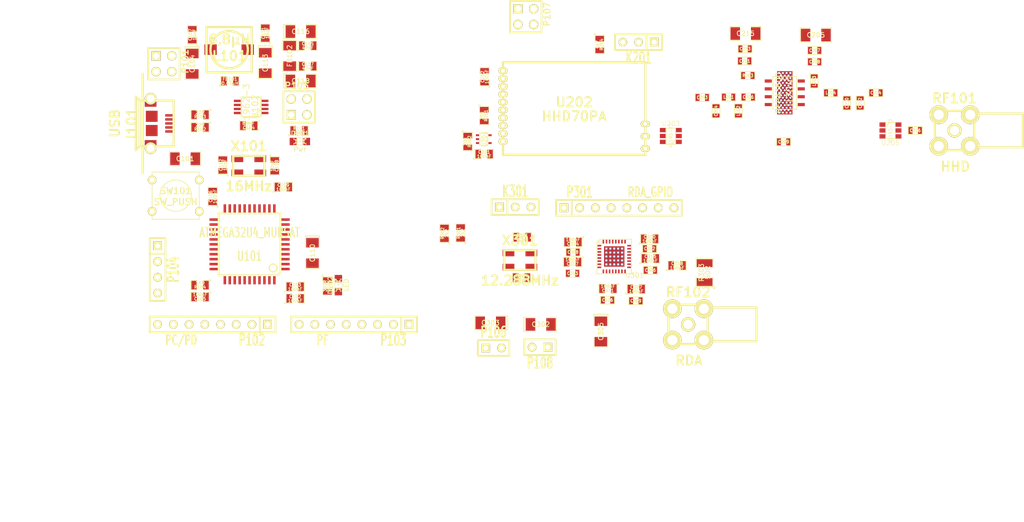
<source format=kicad_pcb>
(kicad_pcb (version 3) (host pcbnew "(22-Jun-2014 BZR 4027)-stable")

  (general
    (links 346)
    (no_connects 258)
    (area 79.571306 116.755334 245.579901 187.147433)
    (thickness 1.6)
    (drawings 3)
    (tracks 0)
    (zones 0)
    (modules 98)
    (nets 82)
  )

  (page A3)
  (title_block 
    (title comm)
    (rev 1)
    (company "mur.sat - A Space Art Project")
  )

  (layers
    (15 F.Cu signal)
    (0 B.Cu signal)
    (16 B.Adhes user)
    (17 F.Adhes user)
    (18 B.Paste user)
    (19 F.Paste user)
    (20 B.SilkS user)
    (21 F.SilkS user)
    (22 B.Mask user)
    (23 F.Mask user)
    (24 Dwgs.User user)
    (25 Cmts.User user)
    (26 Eco1.User user)
    (27 Eco2.User user)
    (28 Edge.Cuts user)
  )

  (setup
    (last_trace_width 0.2032)
    (user_trace_width 0.2032)
    (user_trace_width 0.3988)
    (user_trace_width 0.701)
    (user_trace_width 1.0008)
    (user_trace_width 1.8009)
    (trace_clearance 0.1524)
    (zone_clearance 0.508)
    (zone_45_only no)
    (trace_min 0.1524)
    (segment_width 0.2)
    (edge_width 0.1)
    (via_size 0.6502)
    (via_drill 0.3023)
    (via_min_size 0.5004)
    (via_min_drill 0.3023)
    (user_via 0.6502 0.3023)
    (user_via 0.7493 0.3988)
    (user_via 0.95 0.3988)
    (user_via 1.1989 0.4496)
    (user_via 1.999 0.5004)
    (uvia_size 0.508)
    (uvia_drill 0.127)
    (uvias_allowed no)
    (uvia_min_size 0.508)
    (uvia_min_drill 0.127)
    (pcb_text_width 0.3)
    (pcb_text_size 1.5 1.5)
    (mod_edge_width 0.15)
    (mod_text_size 1 1)
    (mod_text_width 0.15)
    (pad_size 1.5 1.5)
    (pad_drill 0.6)
    (pad_to_mask_clearance 0)
    (aux_axis_origin 0 0)
    (visible_elements 7FFFFFFF)
    (pcbplotparams
      (layerselection 3178497)
      (usegerberextensions true)
      (excludeedgelayer true)
      (linewidth 0.150000)
      (plotframeref false)
      (viasonmask false)
      (mode 1)
      (useauxorigin false)
      (hpglpennumber 1)
      (hpglpenspeed 20)
      (hpglpendiameter 15)
      (hpglpenoverlay 2)
      (psnegative false)
      (psa4output false)
      (plotreference true)
      (plotvalue true)
      (plotothertext true)
      (plotinvisibletext false)
      (padsonsilk false)
      (subtractmaskfromsilk false)
      (outputformat 1)
      (mirror false)
      (drillshape 1)
      (scaleselection 1)
      (outputdirectory ""))
  )

  (net 0 "")
  (net 1 /5V_PWR)
  (net 2 /5V_PWR_FLT)
  (net 3 /INT_PWR)
  (net 4 /PC6)
  (net 5 /PC7)
  (net 6 /PD4)
  (net 7 /PD5)
  (net 8 /PD6)
  (net 9 /PD7)
  (net 10 /PF0)
  (net 11 /PF1)
  (net 12 /PF4)
  (net 13 /PF5)
  (net 14 /PF6)
  (net 15 /PF7)
  (net 16 /RxD)
  (net 17 /TxD)
  (net 18 /USB_GND)
  (net 19 /USB_PWR)
  (net 20 /hhd70/HHD_CS)
  (net 21 /hhd70/HHD_GDO0)
  (net 22 /hhd70/HHD_GDO2)
  (net 23 /hhd70/HHD_HF)
  (net 24 /hhd70/HHD_MISO)
  (net 25 /hhd70/HHD_MOSI)
  (net 26 /hhd70/HHD_RXTX)
  (net 27 /hhd70/HHD_SCLK)
  (net 28 /hhd70/PA_PWR)
  (net 29 /hhd70/PA_TEMP)
  (net 30 /hhd70/RE)
  (net 31 /rda1846/RDA_HF)
  (net 32 /rda1846/RDA_IN)
  (net 33 /rda1846/RDA_OUT)
  (net 34 /rda1846/RDA_SCL)
  (net 35 /rda1846/RDA_SDA)
  (net 36 GND)
  (net 37 N-0000011)
  (net 38 N-0000012)
  (net 39 N-0000013)
  (net 40 N-0000014)
  (net 41 N-0000015)
  (net 42 N-0000016)
  (net 43 N-0000024)
  (net 44 N-0000025)
  (net 45 N-0000027)
  (net 46 N-0000028)
  (net 47 N-0000042)
  (net 48 N-0000043)
  (net 49 N-0000047)
  (net 50 N-0000049)
  (net 51 N-0000050)
  (net 52 N-0000051)
  (net 53 N-0000053)
  (net 54 N-0000055)
  (net 55 N-0000056)
  (net 56 N-0000057)
  (net 57 N-0000058)
  (net 58 N-0000059)
  (net 59 N-0000060)
  (net 60 N-0000061)
  (net 61 N-0000062)
  (net 62 N-0000063)
  (net 63 N-0000064)
  (net 64 N-0000065)
  (net 65 N-0000073)
  (net 66 N-0000074)
  (net 67 N-0000075)
  (net 68 N-0000076)
  (net 69 N-0000077)
  (net 70 N-0000078)
  (net 71 N-0000079)
  (net 72 N-0000080)
  (net 73 N-0000081)
  (net 74 N-0000082)
  (net 75 N-0000083)
  (net 76 N-0000084)
  (net 77 N-0000085)
  (net 78 N-0000086)
  (net 79 N-0000087)
  (net 80 N-0000088)
  (net 81 VCC)

  (net_class Default "Dies ist die voreingestellte Netzklasse."
    (clearance 0.1524)
    (trace_width 0.2032)
    (via_dia 0.6502)
    (via_drill 0.3023)
    (uvia_dia 0.508)
    (uvia_drill 0.127)
    (add_net "")
    (add_net /5V_PWR)
    (add_net /5V_PWR_FLT)
    (add_net /INT_PWR)
    (add_net /PC6)
    (add_net /PC7)
    (add_net /PD4)
    (add_net /PD5)
    (add_net /PD6)
    (add_net /PD7)
    (add_net /PF0)
    (add_net /PF1)
    (add_net /PF4)
    (add_net /PF5)
    (add_net /PF6)
    (add_net /PF7)
    (add_net /RxD)
    (add_net /TxD)
    (add_net /USB_GND)
    (add_net /USB_PWR)
    (add_net /hhd70/HHD_CS)
    (add_net /hhd70/HHD_GDO0)
    (add_net /hhd70/HHD_GDO2)
    (add_net /hhd70/HHD_HF)
    (add_net /hhd70/HHD_MISO)
    (add_net /hhd70/HHD_MOSI)
    (add_net /hhd70/HHD_RXTX)
    (add_net /hhd70/HHD_SCLK)
    (add_net /hhd70/PA_PWR)
    (add_net /hhd70/PA_TEMP)
    (add_net /hhd70/RE)
    (add_net /rda1846/RDA_HF)
    (add_net /rda1846/RDA_IN)
    (add_net /rda1846/RDA_OUT)
    (add_net /rda1846/RDA_SCL)
    (add_net /rda1846/RDA_SDA)
    (add_net GND)
    (add_net N-0000011)
    (add_net N-0000012)
    (add_net N-0000013)
    (add_net N-0000014)
    (add_net N-0000015)
    (add_net N-0000016)
    (add_net N-0000024)
    (add_net N-0000025)
    (add_net N-0000027)
    (add_net N-0000028)
    (add_net N-0000042)
    (add_net N-0000043)
    (add_net N-0000047)
    (add_net N-0000049)
    (add_net N-0000050)
    (add_net N-0000051)
    (add_net N-0000053)
    (add_net N-0000055)
    (add_net N-0000056)
    (add_net N-0000057)
    (add_net N-0000058)
    (add_net N-0000059)
    (add_net N-0000060)
    (add_net N-0000061)
    (add_net N-0000062)
    (add_net N-0000063)
    (add_net N-0000064)
    (add_net N-0000065)
    (add_net N-0000073)
    (add_net N-0000074)
    (add_net N-0000075)
    (add_net N-0000076)
    (add_net N-0000077)
    (add_net N-0000078)
    (add_net N-0000079)
    (add_net N-0000080)
    (add_net N-0000081)
    (add_net N-0000082)
    (add_net N-0000083)
    (add_net N-0000084)
    (add_net N-0000085)
    (add_net N-0000086)
    (add_net N-0000087)
    (add_net N-0000088)
    (add_net VCC)
  )

  (module we_coil_m (layer F.Cu) (tedit 4F73B89F) (tstamp 54DAB973)
    (at 116.967 125.73)
    (path /54DAA783)
    (fp_text reference L101 (at 0.0508 1.0414) (layer F.SilkS)
      (effects (font (size 1.524 1.524) (thickness 0.3048)))
    )
    (fp_text value 6,8µH (at 0.0508 -1.651) (layer F.SilkS)
      (effects (font (size 1.524 1.524) (thickness 0.3048)))
    )
    (fp_circle (center 0 0) (end 1.778 2.4384) (layer F.SilkS) (width 0.381))
    (fp_line (start -3.6576 -3.6576) (end 3.6576 -3.6576) (layer F.SilkS) (width 0.381))
    (fp_line (start 3.6576 -3.6576) (end 3.6576 3.6576) (layer F.SilkS) (width 0.381))
    (fp_line (start 3.6576 3.6576) (end -3.6576 3.6576) (layer F.SilkS) (width 0.381))
    (fp_line (start -3.6576 3.6576) (end -3.6576 -3.6576) (layer F.SilkS) (width 0.381))
    (pad 1 smd rect (at -2.99974 0) (size 1.99898 1.69926)
      (layers F.Cu F.Paste F.Mask)
      (net 1 /5V_PWR)
    )
    (pad 2 smd rect (at 2.99974 0) (size 1.99898 1.69926)
      (layers F.Cu F.Paste F.Mask)
      (net 2 /5V_PWR_FLT)
    )
  )

  (module USB_MICRO_AB (layer F.Cu) (tedit 520D1806) (tstamp 54DAB992)
    (at 102.997 137.668)
    (path /54DAA9CE)
    (fp_text reference J101 (at -1.80086 0.20066 90) (layer F.SilkS)
      (effects (font (size 1.524 1.524) (thickness 0.3048)))
    )
    (fp_text value USB (at -4.50088 0 90) (layer F.SilkS)
      (effects (font (size 1.524 1.524) (thickness 0.3048)))
    )
    (fp_line (start 0.8001 3.70078) (end 0.8001 4.30022) (layer F.SilkS) (width 0.381))
    (fp_line (start 0.8001 4.30022) (end 1.80086 4.30022) (layer F.SilkS) (width 0.381))
    (fp_line (start 1.80086 4.30022) (end 1.80086 3.79984) (layer F.SilkS) (width 0.381))
    (fp_line (start 0.8001 -3.79984) (end 0.8001 -4.30022) (layer F.SilkS) (width 0.381))
    (fp_line (start 0.8001 -4.30022) (end 1.80086 -4.30022) (layer F.SilkS) (width 0.381))
    (fp_line (start 1.80086 -4.30022) (end 1.80086 -3.70078) (layer F.SilkS) (width 0.381))
    (fp_line (start -0.50038 -3.70078) (end -1.09982 -4.30022) (layer F.SilkS) (width 0.381))
    (fp_line (start -1.09982 -4.30022) (end -1.09982 4.30022) (layer F.SilkS) (width 0.381))
    (fp_line (start -1.09982 4.30022) (end -0.50038 3.70078) (layer F.SilkS) (width 0.381))
    (fp_line (start 5.00126 -3.70078) (end 5.00126 3.70078) (layer F.SilkS) (width 0.381))
    (fp_line (start 5.00126 3.70078) (end -0.50038 3.70078) (layer F.SilkS) (width 0.381))
    (fp_line (start -0.50038 3.70078) (end -0.50038 -3.70078) (layer F.SilkS) (width 0.381))
    (fp_line (start -0.50038 -3.70078) (end 5.00126 -3.70078) (layer F.SilkS) (width 0.381))
    (fp_line (start 0 -8.001) (end 0 8.001) (layer F.SilkS) (width 0.381))
    (pad 5 smd rect (at 1.4605 1.15062) (size 1.89992 1.80086)
      (layers F.Cu F.Paste F.Mask)
      (net 46 N-0000028)
    )
    (pad 6 smd rect (at 1.4605 -1.15062) (size 1.89992 1.80086)
      (layers F.Cu F.Paste F.Mask)
      (net 46 N-0000028)
    )
    (pad 6 smd rect (at 1.28016 -3.4417) (size 1.89992 1.49098)
      (layers F.Cu F.Paste F.Mask)
      (net 46 N-0000028)
    )
    (pad 5 smd rect (at 1.28016 3.4417) (size 1.89992 1.49098)
      (layers F.Cu F.Paste F.Mask)
      (net 46 N-0000028)
    )
    (pad 6 thru_hole circle (at 1.28016 -4.0005) (size 1.89992 1.89992) (drill 1.30048)
      (layers *.Cu *.Mask F.SilkS)
      (net 46 N-0000028)
    )
    (pad 5 thru_hole circle (at 1.28016 4.0005) (size 1.89992 1.89992) (drill 1.30048)
      (layers *.Cu *.Mask F.SilkS)
      (net 46 N-0000028)
    )
    (pad "" np_thru_hole circle (at 4.46024 -2.22504) (size 0.8001 0.8001) (drill 0.8001)
      (layers *.Cu)
      (clearance 0.30226)
    )
    (pad "" np_thru_hole circle (at 4.46024 2.22504) (size 0.8001 0.8001) (drill 0.8001)
      (layers *.Cu)
      (clearance 0.30226)
    )
    (pad 3 smd rect (at 4.31038 0) (size 1.34874 0.39878)
      (layers F.Cu F.Paste F.Mask)
      (net 37 N-0000011)
      (clearance 0.09906)
    )
    (pad 2 smd rect (at 4.31038 -0.65024) (size 1.34874 0.39878)
      (layers F.Cu F.Paste F.Mask)
      (net 51 N-0000050)
      (clearance 0.09906)
    )
    (pad 1 smd rect (at 4.31038 -1.30048) (size 1.34874 0.39878)
      (layers F.Cu F.Paste F.Mask)
      (net 19 /USB_PWR)
      (clearance 0.09906)
    )
    (pad "" smd rect (at 4.31038 0.65024) (size 1.34874 0.39878)
      (layers F.Cu F.Paste F.Mask)
      (clearance 0.09906)
    )
    (pad 4 smd rect (at 4.31038 1.30048) (size 1.34874 0.39878)
      (layers F.Cu F.Paste F.Mask)
      (net 18 /USB_GND)
      (clearance 0.09906)
    )
  )

  (module TQFP44 (layer F.Cu) (tedit 200000) (tstamp 54DAB9C8)
    (at 120.269 157.226 180)
    (path /54DAA9D5)
    (attr smd)
    (fp_text reference U101 (at 0 -1.905 180) (layer F.SilkS)
      (effects (font (size 1.524 1.016) (thickness 0.2032)))
    )
    (fp_text value ATMEGA32U4_MURSAT (at 0 1.905 180) (layer F.SilkS)
      (effects (font (size 1.524 1.016) (thickness 0.2032)))
    )
    (fp_line (start 5.0038 -5.0038) (end 5.0038 5.0038) (layer F.SilkS) (width 0.3048))
    (fp_line (start 5.0038 5.0038) (end -5.0038 5.0038) (layer F.SilkS) (width 0.3048))
    (fp_line (start -5.0038 -4.5212) (end -5.0038 5.0038) (layer F.SilkS) (width 0.3048))
    (fp_line (start -4.5212 -5.0038) (end 5.0038 -5.0038) (layer F.SilkS) (width 0.3048))
    (fp_line (start -5.0038 -4.5212) (end -4.5212 -5.0038) (layer F.SilkS) (width 0.3048))
    (fp_circle (center -3.81 -3.81) (end -3.81 -3.175) (layer F.SilkS) (width 0.2032))
    (pad 39 smd rect (at 0 -5.715 180) (size 0.4064 1.524)
      (layers F.Cu F.Paste F.Mask)
      (net 12 /PF4)
    )
    (pad 40 smd rect (at -0.8001 -5.715 180) (size 0.4064 1.524)
      (layers F.Cu F.Paste F.Mask)
      (net 11 /PF1)
    )
    (pad 41 smd rect (at -1.6002 -5.715 180) (size 0.4064 1.524)
      (layers F.Cu F.Paste F.Mask)
      (net 10 /PF0)
    )
    (pad 42 smd rect (at -2.4003 -5.715 180) (size 0.4064 1.524)
      (layers F.Cu F.Paste F.Mask)
      (net 50 N-0000049)
    )
    (pad 43 smd rect (at -3.2004 -5.715 180) (size 0.4064 1.524)
      (layers F.Cu F.Paste F.Mask)
      (net 36 GND)
    )
    (pad 44 smd rect (at -4.0005 -5.715 180) (size 0.4064 1.524)
      (layers F.Cu F.Paste F.Mask)
      (net 81 VCC)
    )
    (pad 38 smd rect (at 0.8001 -5.715 180) (size 0.4064 1.524)
      (layers F.Cu F.Paste F.Mask)
      (net 13 /PF5)
    )
    (pad 37 smd rect (at 1.6002 -5.715 180) (size 0.4064 1.524)
      (layers F.Cu F.Paste F.Mask)
      (net 14 /PF6)
    )
    (pad 36 smd rect (at 2.4003 -5.715 180) (size 0.4064 1.524)
      (layers F.Cu F.Paste F.Mask)
      (net 15 /PF7)
    )
    (pad 35 smd rect (at 3.2004 -5.715 180) (size 0.4064 1.524)
      (layers F.Cu F.Paste F.Mask)
      (net 36 GND)
    )
    (pad 34 smd rect (at 4.0005 -5.715 180) (size 0.4064 1.524)
      (layers F.Cu F.Paste F.Mask)
      (net 81 VCC)
    )
    (pad 17 smd rect (at 0 5.715 180) (size 0.4064 1.524)
      (layers F.Cu F.Paste F.Mask)
      (net 40 N-0000014)
    )
    (pad 16 smd rect (at -0.8001 5.715 180) (size 0.4064 1.524)
      (layers F.Cu F.Paste F.Mask)
      (net 41 N-0000015)
    )
    (pad 15 smd rect (at -1.6002 5.715 180) (size 0.4064 1.524)
      (layers F.Cu F.Paste F.Mask)
      (net 36 GND)
    )
    (pad 14 smd rect (at -2.4003 5.715 180) (size 0.4064 1.524)
      (layers F.Cu F.Paste F.Mask)
      (net 81 VCC)
    )
    (pad 13 smd rect (at -3.2004 5.715 180) (size 0.4064 1.524)
      (layers F.Cu F.Paste F.Mask)
      (net 52 N-0000051)
    )
    (pad 12 smd rect (at -4.0005 5.715 180) (size 0.4064 1.524)
      (layers F.Cu F.Paste F.Mask)
      (net 26 /hhd70/HHD_RXTX)
    )
    (pad 18 smd rect (at 0.8001 5.715 180) (size 0.4064 1.524)
      (layers F.Cu F.Paste F.Mask)
      (net 34 /rda1846/RDA_SCL)
    )
    (pad 19 smd rect (at 1.6002 5.715 180) (size 0.4064 1.524)
      (layers F.Cu F.Paste F.Mask)
      (net 35 /rda1846/RDA_SDA)
    )
    (pad 20 smd rect (at 2.4003 5.715 180) (size 0.4064 1.524)
      (layers F.Cu F.Paste F.Mask)
      (net 16 /RxD)
    )
    (pad 21 smd rect (at 3.2004 5.715 180) (size 0.4064 1.524)
      (layers F.Cu F.Paste F.Mask)
      (net 17 /TxD)
    )
    (pad 22 smd rect (at 4.0005 5.715 180) (size 0.4064 1.524)
      (layers F.Cu F.Paste F.Mask)
      (net 7 /PD5)
    )
    (pad 6 smd rect (at -5.715 0 180) (size 1.524 0.4064)
      (layers F.Cu F.Paste F.Mask)
      (net 39 N-0000013)
    )
    (pad 28 smd rect (at 5.715 0 180) (size 1.524 0.4064)
      (layers F.Cu F.Paste F.Mask)
      (net 21 /hhd70/HHD_GDO0)
    )
    (pad 7 smd rect (at -5.715 0.8001 180) (size 1.524 0.4064)
      (layers F.Cu F.Paste F.Mask)
      (net 19 /USB_PWR)
    )
    (pad 27 smd rect (at 5.715 0.8001 180) (size 1.524 0.4064)
      (layers F.Cu F.Paste F.Mask)
      (net 9 /PD7)
    )
    (pad 26 smd rect (at 5.715 1.6002 180) (size 1.524 0.4064)
      (layers F.Cu F.Paste F.Mask)
      (net 8 /PD6)
    )
    (pad 8 smd rect (at -5.715 1.6002 180) (size 1.524 0.4064)
      (layers F.Cu F.Paste F.Mask)
      (net 20 /hhd70/HHD_CS)
    )
    (pad 9 smd rect (at -5.715 2.4003 180) (size 1.524 0.4064)
      (layers F.Cu F.Paste F.Mask)
      (net 27 /hhd70/HHD_SCLK)
    )
    (pad 25 smd rect (at 5.715 2.4003 180) (size 1.524 0.4064)
      (layers F.Cu F.Paste F.Mask)
      (net 6 /PD4)
    )
    (pad 24 smd rect (at 5.715 3.2004 180) (size 1.524 0.4064)
      (layers F.Cu F.Paste F.Mask)
      (net 81 VCC)
    )
    (pad 10 smd rect (at -5.715 3.2004 180) (size 1.524 0.4064)
      (layers F.Cu F.Paste F.Mask)
      (net 25 /hhd70/HHD_MOSI)
    )
    (pad 11 smd rect (at -5.715 4.0005 180) (size 1.524 0.4064)
      (layers F.Cu F.Paste F.Mask)
      (net 24 /hhd70/HHD_MISO)
    )
    (pad 23 smd rect (at 5.715 4.0005 180) (size 1.524 0.4064)
      (layers F.Cu F.Paste F.Mask)
      (net 36 GND)
    )
    (pad 29 smd rect (at 5.715 -0.8001 180) (size 1.524 0.4064)
      (layers F.Cu F.Paste F.Mask)
      (net 22 /hhd70/HHD_GDO2)
    )
    (pad 5 smd rect (at -5.715 -0.8001 180) (size 1.524 0.4064)
      (layers F.Cu F.Paste F.Mask)
      (net 36 GND)
    )
    (pad 4 smd rect (at -5.715 -1.6002 180) (size 1.524 0.4064)
      (layers F.Cu F.Paste F.Mask)
      (net 43 N-0000024)
    )
    (pad 30 smd rect (at 5.715 -1.6002 180) (size 1.524 0.4064)
      (layers F.Cu F.Paste F.Mask)
      (net 29 /hhd70/PA_TEMP)
    )
    (pad 31 smd rect (at 5.715 -2.4003 180) (size 1.524 0.4064)
      (layers F.Cu F.Paste F.Mask)
      (net 4 /PC6)
    )
    (pad 3 smd rect (at -5.715 -2.4003 180) (size 1.524 0.4064)
      (layers F.Cu F.Paste F.Mask)
      (net 44 N-0000025)
    )
    (pad 2 smd rect (at -5.715 -3.2004 180) (size 1.524 0.4064)
      (layers F.Cu F.Paste F.Mask)
      (net 19 /USB_PWR)
    )
    (pad 32 smd rect (at 5.715 -3.2004 180) (size 1.524 0.4064)
      (layers F.Cu F.Paste F.Mask)
      (net 5 /PC7)
    )
    (pad 33 smd rect (at 5.715 -4.0005 180) (size 1.524 0.4064)
      (layers F.Cu F.Paste F.Mask)
      (net 38 N-0000012)
    )
    (pad 1 smd rect (at -5.715 -4.0005 180) (size 1.524 0.4064)
      (layers F.Cu F.Paste F.Mask)
      (net 49 N-0000047)
    )
  )

  (module TE_SMA_RE (layer F.Cu) (tedit 4F73ABC4) (tstamp 54DAB9D8)
    (at 234.188 138.811)
    (path /54DAAFA1)
    (fp_text reference RF101 (at 0 -5.207) (layer F.SilkS)
      (effects (font (size 1.524 1.524) (thickness 0.3048)))
    )
    (fp_text value HHD (at 0.127 5.842) (layer F.SilkS)
      (effects (font (size 1.524 1.524) (thickness 0.3048)))
    )
    (fp_line (start 3.2004 -2.7432) (end 11.049 -2.7432) (layer F.SilkS) (width 0.381))
    (fp_line (start 11.049 -2.7432) (end 11.049 2.7178) (layer F.SilkS) (width 0.381))
    (fp_line (start 11.049 2.7178) (end 3.175 2.7178) (layer F.SilkS) (width 0.381))
    (fp_line (start -3.175 -3.175) (end 3.175 -3.175) (layer F.SilkS) (width 0.381))
    (fp_line (start 3.175 -3.175) (end 3.175 3.175) (layer F.SilkS) (width 0.381))
    (fp_line (start 3.175 3.175) (end -3.175 3.175) (layer F.SilkS) (width 0.381))
    (fp_line (start -3.175 3.175) (end -3.175 -3.175) (layer F.SilkS) (width 0.381))
    (pad 1 thru_hole circle (at -2.54 -2.54) (size 2.99974 2.99974) (drill 1.6002)
      (layers *.Cu *.Mask F.SilkS)
      (net 36 GND)
    )
    (pad 2 thru_hole circle (at 2.54 -2.54) (size 2.99974 2.99974) (drill 1.6002)
      (layers *.Cu *.Mask F.SilkS)
      (net 36 GND)
    )
    (pad 3 thru_hole circle (at 2.54 2.54) (size 2.99974 2.99974) (drill 1.6002)
      (layers *.Cu *.Mask F.SilkS)
      (net 36 GND)
    )
    (pad 4 thru_hole circle (at -2.54 2.54) (size 2.99974 2.99974) (drill 1.6002)
      (layers *.Cu *.Mask F.SilkS)
      (net 36 GND)
    )
    (pad 5 thru_hole circle (at 0 0) (size 2.30124 2.30124) (drill 1.50114)
      (layers *.Cu *.Mask F.SilkS)
      (net 23 /hhd70/HHD_HF)
    )
  )

  (module TE_SMA_RE (layer F.Cu) (tedit 4F73ABC4) (tstamp 54DAB9E8)
    (at 191.135 170.18)
    (path /54DAB002)
    (fp_text reference RF102 (at 0 -5.207) (layer F.SilkS)
      (effects (font (size 1.524 1.524) (thickness 0.3048)))
    )
    (fp_text value RDA (at 0.127 5.842) (layer F.SilkS)
      (effects (font (size 1.524 1.524) (thickness 0.3048)))
    )
    (fp_line (start 3.2004 -2.7432) (end 11.049 -2.7432) (layer F.SilkS) (width 0.381))
    (fp_line (start 11.049 -2.7432) (end 11.049 2.7178) (layer F.SilkS) (width 0.381))
    (fp_line (start 11.049 2.7178) (end 3.175 2.7178) (layer F.SilkS) (width 0.381))
    (fp_line (start -3.175 -3.175) (end 3.175 -3.175) (layer F.SilkS) (width 0.381))
    (fp_line (start 3.175 -3.175) (end 3.175 3.175) (layer F.SilkS) (width 0.381))
    (fp_line (start 3.175 3.175) (end -3.175 3.175) (layer F.SilkS) (width 0.381))
    (fp_line (start -3.175 3.175) (end -3.175 -3.175) (layer F.SilkS) (width 0.381))
    (pad 1 thru_hole circle (at -2.54 -2.54) (size 2.99974 2.99974) (drill 1.6002)
      (layers *.Cu *.Mask F.SilkS)
      (net 36 GND)
    )
    (pad 2 thru_hole circle (at 2.54 -2.54) (size 2.99974 2.99974) (drill 1.6002)
      (layers *.Cu *.Mask F.SilkS)
      (net 36 GND)
    )
    (pad 3 thru_hole circle (at 2.54 2.54) (size 2.99974 2.99974) (drill 1.6002)
      (layers *.Cu *.Mask F.SilkS)
      (net 36 GND)
    )
    (pad 4 thru_hole circle (at -2.54 2.54) (size 2.99974 2.99974) (drill 1.6002)
      (layers *.Cu *.Mask F.SilkS)
      (net 36 GND)
    )
    (pad 5 thru_hole circle (at 0 0) (size 2.30124 2.30124) (drill 1.50114)
      (layers *.Cu *.Mask F.SilkS)
      (net 31 /rda1846/RDA_HF)
    )
  )

  (module SW_PUSH_SMALL (layer F.Cu) (tedit 46544DB3) (tstamp 54DAB9F5)
    (at 108.331 149.352)
    (path /54DAA938)
    (fp_text reference SW101 (at 0 -0.762) (layer F.SilkS)
      (effects (font (size 1.016 1.016) (thickness 0.2032)))
    )
    (fp_text value SW_PUSH (at 0 1.016) (layer F.SilkS)
      (effects (font (size 1.016 1.016) (thickness 0.2032)))
    )
    (fp_circle (center 0 0) (end 0 -2.54) (layer F.SilkS) (width 0.127))
    (fp_line (start -3.81 -3.81) (end 3.81 -3.81) (layer F.SilkS) (width 0.127))
    (fp_line (start 3.81 -3.81) (end 3.81 3.81) (layer F.SilkS) (width 0.127))
    (fp_line (start 3.81 3.81) (end -3.81 3.81) (layer F.SilkS) (width 0.127))
    (fp_line (start -3.81 -3.81) (end -3.81 3.81) (layer F.SilkS) (width 0.127))
    (pad 1 thru_hole circle (at 3.81 -2.54) (size 1.397 1.397) (drill 0.8128)
      (layers *.Cu *.Mask F.SilkS)
      (net 36 GND)
    )
    (pad 2 thru_hole circle (at 3.81 2.54) (size 1.397 1.397) (drill 0.8128)
      (layers *.Cu *.Mask F.SilkS)
      (net 52 N-0000051)
    )
    (pad 1 thru_hole circle (at -3.81 -2.54) (size 1.397 1.397) (drill 0.8128)
      (layers *.Cu *.Mask F.SilkS)
      (net 36 GND)
    )
    (pad 2 thru_hole circle (at -3.81 2.54) (size 1.397 1.397) (drill 0.8128)
      (layers *.Cu *.Mask F.SilkS)
      (net 52 N-0000051)
    )
  )

  (module SOT353 (layer F.Cu) (tedit 503FB44B) (tstamp 54DABA02)
    (at 158.115 140.208)
    (descr SOT353)
    (path /54DA8D44/502BE21D)
    (attr smd)
    (fp_text reference U201 (at 0.09906 0 90) (layer F.SilkS)
      (effects (font (size 0.762 0.635) (thickness 0.127)))
    )
    (fp_text value NL17ST04 (at 0.09906 0 90) (layer F.SilkS) hide
      (effects (font (size 0.762 0.635) (thickness 0.127)))
    )
    (fp_line (start 0.635 1.016) (end 0.635 -1.016) (layer F.SilkS) (width 0.1524))
    (fp_line (start 0.635 -1.016) (end -0.635 -1.016) (layer F.SilkS) (width 0.1524))
    (fp_line (start -0.635 -1.016) (end -0.635 1.016) (layer F.SilkS) (width 0.1524))
    (fp_line (start -0.635 1.016) (end 0.635 1.016) (layer F.SilkS) (width 0.1524))
    (pad 1 smd rect (at -1.016 -0.635) (size 0.508 0.3048)
      (layers F.Cu F.Paste F.Mask)
    )
    (pad 3 smd rect (at -1.016 0.635) (size 0.508 0.3048)
      (layers F.Cu F.Paste F.Mask)
      (net 36 GND)
    )
    (pad 5 smd rect (at 1.016 -0.635) (size 0.508 0.3048)
      (layers F.Cu F.Paste F.Mask)
      (net 81 VCC)
    )
    (pad 2 smd rect (at -1.016 0) (size 0.508 0.3048)
      (layers F.Cu F.Paste F.Mask)
      (net 26 /hhd70/HHD_RXTX)
    )
    (pad 4 smd rect (at 1.016 0.635) (size 0.508 0.3048)
      (layers F.Cu F.Paste F.Mask)
      (net 30 /hhd70/RE)
    )
    (model smd/SOT23_5.wrl
      (at (xyz 0 0 0))
      (scale (xyz 0.07000000000000001 0.09 0.08))
      (rotate (xyz 0 0 90))
    )
  )

  (module SOT23_6 (layer F.Cu) (tedit 4ECF791C) (tstamp 54DABA11)
    (at 188.341 139.7 90)
    (path /54DA8D44/50340857)
    (fp_text reference U203 (at 1.99898 0 180) (layer F.SilkS)
      (effects (font (size 0.762 0.762) (thickness 0.0762)))
    )
    (fp_text value AS193-73 (at 0.0635 0 90) (layer F.SilkS)
      (effects (font (size 0.50038 0.50038) (thickness 0.0762)))
    )
    (fp_line (start -0.508 0.762) (end -1.27 0.254) (layer F.SilkS) (width 0.127))
    (fp_line (start 1.27 0.762) (end -1.3335 0.762) (layer F.SilkS) (width 0.127))
    (fp_line (start -1.3335 0.762) (end -1.3335 -0.762) (layer F.SilkS) (width 0.127))
    (fp_line (start -1.3335 -0.762) (end 1.27 -0.762) (layer F.SilkS) (width 0.127))
    (fp_line (start 1.27 -0.762) (end 1.27 0.762) (layer F.SilkS) (width 0.127))
    (pad 6 smd rect (at -0.9525 -1.27 90) (size 0.70104 1.00076)
      (layers F.Cu F.Paste F.Mask)
      (net 30 /hhd70/RE)
    )
    (pad 5 smd rect (at 0 -1.27 90) (size 0.70104 1.00076)
      (layers F.Cu F.Paste F.Mask)
      (net 53 N-0000053)
    )
    (pad 4 smd rect (at 0.9525 -1.27 90) (size 0.70104 1.00076)
      (layers F.Cu F.Paste F.Mask)
      (net 26 /hhd70/HHD_RXTX)
    )
    (pad 3 smd rect (at 0.9525 1.27 90) (size 0.70104 1.00076)
      (layers F.Cu F.Paste F.Mask)
      (net 64 N-0000065)
    )
    (pad 2 smd rect (at 0 1.27 90) (size 0.70104 1.00076)
      (layers F.Cu F.Paste F.Mask)
      (net 36 GND)
    )
    (pad 1 smd rect (at -0.9525 1.27 90) (size 0.70104 1.00076)
      (layers F.Cu F.Paste F.Mask)
      (net 63 N-0000064)
    )
    (model smd/SOT23_6.wrl
      (at (xyz 0 0 0))
      (scale (xyz 0.11 0.11 0.11))
      (rotate (xyz 0 0 0))
    )
  )

  (module SOT23_6 (layer F.Cu) (tedit 4ECF791C) (tstamp 54DABA20)
    (at 223.8375 138.811 270)
    (path /54DA8D44/502BA760)
    (fp_text reference U205 (at 1.99898 0 360) (layer F.SilkS)
      (effects (font (size 0.762 0.762) (thickness 0.0762)))
    )
    (fp_text value AS193-73 (at 0.0635 0 270) (layer F.SilkS)
      (effects (font (size 0.50038 0.50038) (thickness 0.0762)))
    )
    (fp_line (start -0.508 0.762) (end -1.27 0.254) (layer F.SilkS) (width 0.127))
    (fp_line (start 1.27 0.762) (end -1.3335 0.762) (layer F.SilkS) (width 0.127))
    (fp_line (start -1.3335 0.762) (end -1.3335 -0.762) (layer F.SilkS) (width 0.127))
    (fp_line (start -1.3335 -0.762) (end 1.27 -0.762) (layer F.SilkS) (width 0.127))
    (fp_line (start 1.27 -0.762) (end 1.27 0.762) (layer F.SilkS) (width 0.127))
    (pad 6 smd rect (at -0.9525 -1.27 270) (size 0.70104 1.00076)
      (layers F.Cu F.Paste F.Mask)
      (net 30 /hhd70/RE)
    )
    (pad 5 smd rect (at 0 -1.27 270) (size 0.70104 1.00076)
      (layers F.Cu F.Paste F.Mask)
      (net 54 N-0000055)
    )
    (pad 4 smd rect (at 0.9525 -1.27 270) (size 0.70104 1.00076)
      (layers F.Cu F.Paste F.Mask)
      (net 26 /hhd70/HHD_RXTX)
    )
    (pad 3 smd rect (at 0.9525 1.27 270) (size 0.70104 1.00076)
      (layers F.Cu F.Paste F.Mask)
      (net 56 N-0000057)
    )
    (pad 2 smd rect (at 0 1.27 270) (size 0.70104 1.00076)
      (layers F.Cu F.Paste F.Mask)
      (net 36 GND)
    )
    (pad 1 smd rect (at -0.9525 1.27 270) (size 0.70104 1.00076)
      (layers F.Cu F.Paste F.Mask)
      (net 58 N-0000059)
    )
    (model smd/SOT23_6.wrl
      (at (xyz 0 0 0))
      (scale (xyz 0.11 0.11 0.11))
      (rotate (xyz 0 0 0))
    )
  )

  (module SM1210 (layer F.Cu) (tedit 42806E94) (tstamp 54DABA2D)
    (at 193.802 161.798 90)
    (tags "CMS SM")
    (path /54DA9306/50D39A23)
    (attr smd)
    (fp_text reference R303 (at 0 -0.508 90) (layer F.SilkS)
      (effects (font (size 0.762 0.762) (thickness 0.127)))
    )
    (fp_text value 50R (at 0 0.508 90) (layer F.SilkS)
      (effects (font (size 0.762 0.762) (thickness 0.127)))
    )
    (fp_circle (center -2.413 1.524) (end -2.286 1.397) (layer F.SilkS) (width 0.127))
    (fp_line (start -0.762 -1.397) (end -2.286 -1.397) (layer F.SilkS) (width 0.127))
    (fp_line (start -2.286 -1.397) (end -2.286 1.397) (layer F.SilkS) (width 0.127))
    (fp_line (start -2.286 1.397) (end -0.762 1.397) (layer F.SilkS) (width 0.127))
    (fp_line (start 0.762 1.397) (end 2.286 1.397) (layer F.SilkS) (width 0.127))
    (fp_line (start 2.286 1.397) (end 2.286 -1.397) (layer F.SilkS) (width 0.127))
    (fp_line (start 2.286 -1.397) (end 0.762 -1.397) (layer F.SilkS) (width 0.127))
    (pad 1 smd rect (at -1.524 0 90) (size 1.27 2.54)
      (layers F.Cu F.Paste F.Mask)
      (net 36 GND)
    )
    (pad 2 smd rect (at 1.524 0 90) (size 1.27 2.54)
      (layers F.Cu F.Paste F.Mask)
      (net 65 N-0000073)
    )
    (model smd/chip_cms.wrl
      (at (xyz 0 0 0))
      (scale (xyz 0.17 0.2 0.17))
      (rotate (xyz 0 0 0))
    )
  )

  (module SM1206POL (layer F.Cu) (tedit 42806E4C) (tstamp 54DABA3C)
    (at 128.524 122.809)
    (path /54DAA744)
    (attr smd)
    (fp_text reference C116 (at 0 0) (layer F.SilkS)
      (effects (font (size 0.762 0.762) (thickness 0.127)))
    )
    (fp_text value 10µF (at 0 0) (layer F.SilkS) hide
      (effects (font (size 0.762 0.762) (thickness 0.127)))
    )
    (fp_line (start -2.54 -1.143) (end -2.794 -1.143) (layer F.SilkS) (width 0.127))
    (fp_line (start -2.794 -1.143) (end -2.794 1.143) (layer F.SilkS) (width 0.127))
    (fp_line (start -2.794 1.143) (end -2.54 1.143) (layer F.SilkS) (width 0.127))
    (fp_line (start -2.54 -1.143) (end -2.54 1.143) (layer F.SilkS) (width 0.127))
    (fp_line (start -2.54 1.143) (end -0.889 1.143) (layer F.SilkS) (width 0.127))
    (fp_line (start 0.889 -1.143) (end 2.54 -1.143) (layer F.SilkS) (width 0.127))
    (fp_line (start 2.54 -1.143) (end 2.54 1.143) (layer F.SilkS) (width 0.127))
    (fp_line (start 2.54 1.143) (end 0.889 1.143) (layer F.SilkS) (width 0.127))
    (fp_line (start -0.889 -1.143) (end -2.54 -1.143) (layer F.SilkS) (width 0.127))
    (pad 1 smd rect (at -1.651 0) (size 1.524 2.032)
      (layers F.Cu F.Paste F.Mask)
      (net 48 N-0000043)
    )
    (pad 2 smd rect (at 1.651 0) (size 1.524 2.032)
      (layers F.Cu F.Paste F.Mask)
      (net 36 GND)
    )
    (model smd/chip_cms_pol.wrl
      (at (xyz 0 0 0))
      (scale (xyz 0.17 0.16 0.16))
      (rotate (xyz 0 0 0))
    )
  )

  (module SM1206POL (layer F.Cu) (tedit 42806E4C) (tstamp 54DABA4B)
    (at 110.998 128.016 270)
    (path /54DAA76B)
    (attr smd)
    (fp_text reference C104 (at 0 0 270) (layer F.SilkS)
      (effects (font (size 0.762 0.762) (thickness 0.127)))
    )
    (fp_text value 4,7µF (at 0 0 270) (layer F.SilkS) hide
      (effects (font (size 0.762 0.762) (thickness 0.127)))
    )
    (fp_line (start -2.54 -1.143) (end -2.794 -1.143) (layer F.SilkS) (width 0.127))
    (fp_line (start -2.794 -1.143) (end -2.794 1.143) (layer F.SilkS) (width 0.127))
    (fp_line (start -2.794 1.143) (end -2.54 1.143) (layer F.SilkS) (width 0.127))
    (fp_line (start -2.54 -1.143) (end -2.54 1.143) (layer F.SilkS) (width 0.127))
    (fp_line (start -2.54 1.143) (end -0.889 1.143) (layer F.SilkS) (width 0.127))
    (fp_line (start 0.889 -1.143) (end 2.54 -1.143) (layer F.SilkS) (width 0.127))
    (fp_line (start 2.54 -1.143) (end 2.54 1.143) (layer F.SilkS) (width 0.127))
    (fp_line (start 2.54 1.143) (end 0.889 1.143) (layer F.SilkS) (width 0.127))
    (fp_line (start -0.889 -1.143) (end -2.54 -1.143) (layer F.SilkS) (width 0.127))
    (pad 1 smd rect (at -1.651 0 270) (size 1.524 2.032)
      (layers F.Cu F.Paste F.Mask)
      (net 1 /5V_PWR)
    )
    (pad 2 smd rect (at 1.651 0 270) (size 1.524 2.032)
      (layers F.Cu F.Paste F.Mask)
      (net 18 /USB_GND)
    )
    (model smd/chip_cms_pol.wrl
      (at (xyz 0 0 0))
      (scale (xyz 0.17 0.16 0.16))
      (rotate (xyz 0 0 0))
    )
  )

  (module SM1206POL (layer F.Cu) (tedit 42806E4C) (tstamp 54DABA5A)
    (at 122.809 127.889 270)
    (path /54DAA771)
    (attr smd)
    (fp_text reference C113 (at 0 0 270) (layer F.SilkS)
      (effects (font (size 0.762 0.762) (thickness 0.127)))
    )
    (fp_text value 4,7µF (at 0 0 270) (layer F.SilkS) hide
      (effects (font (size 0.762 0.762) (thickness 0.127)))
    )
    (fp_line (start -2.54 -1.143) (end -2.794 -1.143) (layer F.SilkS) (width 0.127))
    (fp_line (start -2.794 -1.143) (end -2.794 1.143) (layer F.SilkS) (width 0.127))
    (fp_line (start -2.794 1.143) (end -2.54 1.143) (layer F.SilkS) (width 0.127))
    (fp_line (start -2.54 -1.143) (end -2.54 1.143) (layer F.SilkS) (width 0.127))
    (fp_line (start -2.54 1.143) (end -0.889 1.143) (layer F.SilkS) (width 0.127))
    (fp_line (start 0.889 -1.143) (end 2.54 -1.143) (layer F.SilkS) (width 0.127))
    (fp_line (start 2.54 -1.143) (end 2.54 1.143) (layer F.SilkS) (width 0.127))
    (fp_line (start 2.54 1.143) (end 0.889 1.143) (layer F.SilkS) (width 0.127))
    (fp_line (start -0.889 -1.143) (end -2.54 -1.143) (layer F.SilkS) (width 0.127))
    (pad 1 smd rect (at -1.651 0 270) (size 1.524 2.032)
      (layers F.Cu F.Paste F.Mask)
      (net 2 /5V_PWR_FLT)
    )
    (pad 2 smd rect (at 1.651 0 270) (size 1.524 2.032)
      (layers F.Cu F.Paste F.Mask)
      (net 36 GND)
    )
    (model smd/chip_cms_pol.wrl
      (at (xyz 0 0 0))
      (scale (xyz 0.17 0.16 0.16))
      (rotate (xyz 0 0 0))
    )
  )

  (module SM1206POL (layer F.Cu) (tedit 42806E4C) (tstamp 54DABA69)
    (at 159.1945 169.926 180)
    (path /54DA9306/50D39D8A)
    (attr smd)
    (fp_text reference C303 (at 0 0 180) (layer F.SilkS)
      (effects (font (size 0.762 0.762) (thickness 0.127)))
    )
    (fp_text value 47µF (at 0 0 180) (layer F.SilkS) hide
      (effects (font (size 0.762 0.762) (thickness 0.127)))
    )
    (fp_line (start -2.54 -1.143) (end -2.794 -1.143) (layer F.SilkS) (width 0.127))
    (fp_line (start -2.794 -1.143) (end -2.794 1.143) (layer F.SilkS) (width 0.127))
    (fp_line (start -2.794 1.143) (end -2.54 1.143) (layer F.SilkS) (width 0.127))
    (fp_line (start -2.54 -1.143) (end -2.54 1.143) (layer F.SilkS) (width 0.127))
    (fp_line (start -2.54 1.143) (end -0.889 1.143) (layer F.SilkS) (width 0.127))
    (fp_line (start 0.889 -1.143) (end 2.54 -1.143) (layer F.SilkS) (width 0.127))
    (fp_line (start 2.54 -1.143) (end 2.54 1.143) (layer F.SilkS) (width 0.127))
    (fp_line (start 2.54 1.143) (end 0.889 1.143) (layer F.SilkS) (width 0.127))
    (fp_line (start -0.889 -1.143) (end -2.54 -1.143) (layer F.SilkS) (width 0.127))
    (pad 1 smd rect (at -1.651 0 180) (size 1.524 2.032)
      (layers F.Cu F.Paste F.Mask)
      (net 33 /rda1846/RDA_OUT)
    )
    (pad 2 smd rect (at 1.651 0 180) (size 1.524 2.032)
      (layers F.Cu F.Paste F.Mask)
      (net 67 N-0000075)
    )
    (model smd/chip_cms_pol.wrl
      (at (xyz 0 0 0))
      (scale (xyz 0.17 0.16 0.16))
      (rotate (xyz 0 0 0))
    )
  )

  (module SM1206POL (layer F.Cu) (tedit 42806E4C) (tstamp 54DABA78)
    (at 167.3225 170.18)
    (path /54DA9306/50D39D7A)
    (attr smd)
    (fp_text reference C302 (at 0 0) (layer F.SilkS)
      (effects (font (size 0.762 0.762) (thickness 0.127)))
    )
    (fp_text value 47µF (at 0 0) (layer F.SilkS) hide
      (effects (font (size 0.762 0.762) (thickness 0.127)))
    )
    (fp_line (start -2.54 -1.143) (end -2.794 -1.143) (layer F.SilkS) (width 0.127))
    (fp_line (start -2.794 -1.143) (end -2.794 1.143) (layer F.SilkS) (width 0.127))
    (fp_line (start -2.794 1.143) (end -2.54 1.143) (layer F.SilkS) (width 0.127))
    (fp_line (start -2.54 -1.143) (end -2.54 1.143) (layer F.SilkS) (width 0.127))
    (fp_line (start -2.54 1.143) (end -0.889 1.143) (layer F.SilkS) (width 0.127))
    (fp_line (start 0.889 -1.143) (end 2.54 -1.143) (layer F.SilkS) (width 0.127))
    (fp_line (start 2.54 -1.143) (end 2.54 1.143) (layer F.SilkS) (width 0.127))
    (fp_line (start 2.54 1.143) (end 0.889 1.143) (layer F.SilkS) (width 0.127))
    (fp_line (start -0.889 -1.143) (end -2.54 -1.143) (layer F.SilkS) (width 0.127))
    (pad 1 smd rect (at -1.651 0) (size 1.524 2.032)
      (layers F.Cu F.Paste F.Mask)
      (net 32 /rda1846/RDA_IN)
    )
    (pad 2 smd rect (at 1.651 0) (size 1.524 2.032)
      (layers F.Cu F.Paste F.Mask)
      (net 66 N-0000074)
    )
    (model smd/chip_cms_pol.wrl
      (at (xyz 0 0 0))
      (scale (xyz 0.17 0.16 0.16))
      (rotate (xyz 0 0 0))
    )
  )

  (module SM1206POL (layer F.Cu) (tedit 42806E4C) (tstamp 54DABA87)
    (at 177.038 171.323 270)
    (path /54DA9306/50D39C7F)
    (attr smd)
    (fp_text reference C305 (at 0 0 270) (layer F.SilkS)
      (effects (font (size 0.762 0.762) (thickness 0.127)))
    )
    (fp_text value 47µF (at 0 0 270) (layer F.SilkS) hide
      (effects (font (size 0.762 0.762) (thickness 0.127)))
    )
    (fp_line (start -2.54 -1.143) (end -2.794 -1.143) (layer F.SilkS) (width 0.127))
    (fp_line (start -2.794 -1.143) (end -2.794 1.143) (layer F.SilkS) (width 0.127))
    (fp_line (start -2.794 1.143) (end -2.54 1.143) (layer F.SilkS) (width 0.127))
    (fp_line (start -2.54 -1.143) (end -2.54 1.143) (layer F.SilkS) (width 0.127))
    (fp_line (start -2.54 1.143) (end -0.889 1.143) (layer F.SilkS) (width 0.127))
    (fp_line (start 0.889 -1.143) (end 2.54 -1.143) (layer F.SilkS) (width 0.127))
    (fp_line (start 2.54 -1.143) (end 2.54 1.143) (layer F.SilkS) (width 0.127))
    (fp_line (start 2.54 1.143) (end 0.889 1.143) (layer F.SilkS) (width 0.127))
    (fp_line (start -0.889 -1.143) (end -2.54 -1.143) (layer F.SilkS) (width 0.127))
    (pad 1 smd rect (at -1.651 0 270) (size 1.524 2.032)
      (layers F.Cu F.Paste F.Mask)
      (net 79 N-0000087)
    )
    (pad 2 smd rect (at 1.651 0 270) (size 1.524 2.032)
      (layers F.Cu F.Paste F.Mask)
      (net 36 GND)
    )
    (model smd/chip_cms_pol.wrl
      (at (xyz 0 0 0))
      (scale (xyz 0.17 0.16 0.16))
      (rotate (xyz 0 0 0))
    )
  )

  (module SM1206POL (layer F.Cu) (tedit 42806E4C) (tstamp 54DABA96)
    (at 130.429 158.623 270)
    (path /54DAA91A)
    (attr smd)
    (fp_text reference C110 (at 0 0 270) (layer F.SilkS)
      (effects (font (size 0.762 0.762) (thickness 0.127)))
    )
    (fp_text value 1µF (at 0 0 270) (layer F.SilkS) hide
      (effects (font (size 0.762 0.762) (thickness 0.127)))
    )
    (fp_line (start -2.54 -1.143) (end -2.794 -1.143) (layer F.SilkS) (width 0.127))
    (fp_line (start -2.794 -1.143) (end -2.794 1.143) (layer F.SilkS) (width 0.127))
    (fp_line (start -2.794 1.143) (end -2.54 1.143) (layer F.SilkS) (width 0.127))
    (fp_line (start -2.54 -1.143) (end -2.54 1.143) (layer F.SilkS) (width 0.127))
    (fp_line (start -2.54 1.143) (end -0.889 1.143) (layer F.SilkS) (width 0.127))
    (fp_line (start 0.889 -1.143) (end 2.54 -1.143) (layer F.SilkS) (width 0.127))
    (fp_line (start 2.54 -1.143) (end 2.54 1.143) (layer F.SilkS) (width 0.127))
    (fp_line (start 2.54 1.143) (end 0.889 1.143) (layer F.SilkS) (width 0.127))
    (fp_line (start -0.889 -1.143) (end -2.54 -1.143) (layer F.SilkS) (width 0.127))
    (pad 1 smd rect (at -1.651 0 270) (size 1.524 2.032)
      (layers F.Cu F.Paste F.Mask)
      (net 39 N-0000013)
    )
    (pad 2 smd rect (at 1.651 0 270) (size 1.524 2.032)
      (layers F.Cu F.Paste F.Mask)
      (net 36 GND)
    )
    (model smd/chip_cms_pol.wrl
      (at (xyz 0 0 0))
      (scale (xyz 0.17 0.16 0.16))
      (rotate (xyz 0 0 0))
    )
  )

  (module SM1206POL (layer F.Cu) (tedit 42806E4C) (tstamp 54DABAA5)
    (at 128.524 130.81)
    (path /54DAA706)
    (attr smd)
    (fp_text reference C118 (at 0 0) (layer F.SilkS)
      (effects (font (size 0.762 0.762) (thickness 0.127)))
    )
    (fp_text value DNP (at 0 0) (layer F.SilkS) hide
      (effects (font (size 0.762 0.762) (thickness 0.127)))
    )
    (fp_line (start -2.54 -1.143) (end -2.794 -1.143) (layer F.SilkS) (width 0.127))
    (fp_line (start -2.794 -1.143) (end -2.794 1.143) (layer F.SilkS) (width 0.127))
    (fp_line (start -2.794 1.143) (end -2.54 1.143) (layer F.SilkS) (width 0.127))
    (fp_line (start -2.54 -1.143) (end -2.54 1.143) (layer F.SilkS) (width 0.127))
    (fp_line (start -2.54 1.143) (end -0.889 1.143) (layer F.SilkS) (width 0.127))
    (fp_line (start 0.889 -1.143) (end 2.54 -1.143) (layer F.SilkS) (width 0.127))
    (fp_line (start 2.54 -1.143) (end 2.54 1.143) (layer F.SilkS) (width 0.127))
    (fp_line (start 2.54 1.143) (end 0.889 1.143) (layer F.SilkS) (width 0.127))
    (fp_line (start -0.889 -1.143) (end -2.54 -1.143) (layer F.SilkS) (width 0.127))
    (pad 1 smd rect (at -1.651 0) (size 1.524 2.032)
      (layers F.Cu F.Paste F.Mask)
      (net 3 /INT_PWR)
    )
    (pad 2 smd rect (at 1.651 0) (size 1.524 2.032)
      (layers F.Cu F.Paste F.Mask)
      (net 36 GND)
    )
    (model smd/chip_cms_pol.wrl
      (at (xyz 0 0 0))
      (scale (xyz 0.17 0.16 0.16))
      (rotate (xyz 0 0 0))
    )
  )

  (module SM1206 (layer F.Cu) (tedit 42806E24) (tstamp 54DABAB1)
    (at 200.406 123.1265)
    (path /54DA8D44/502C04E7)
    (attr smd)
    (fp_text reference C215 (at 0 0) (layer F.SilkS)
      (effects (font (size 0.762 0.762) (thickness 0.127)))
    )
    (fp_text value 10µF (at 0 0) (layer F.SilkS) hide
      (effects (font (size 0.762 0.762) (thickness 0.127)))
    )
    (fp_line (start -2.54 -1.143) (end -2.54 1.143) (layer F.SilkS) (width 0.127))
    (fp_line (start -2.54 1.143) (end -0.889 1.143) (layer F.SilkS) (width 0.127))
    (fp_line (start 0.889 -1.143) (end 2.54 -1.143) (layer F.SilkS) (width 0.127))
    (fp_line (start 2.54 -1.143) (end 2.54 1.143) (layer F.SilkS) (width 0.127))
    (fp_line (start 2.54 1.143) (end 0.889 1.143) (layer F.SilkS) (width 0.127))
    (fp_line (start -0.889 -1.143) (end -2.54 -1.143) (layer F.SilkS) (width 0.127))
    (pad 1 smd rect (at -1.651 0) (size 1.524 2.032)
      (layers F.Cu F.Paste F.Mask)
      (net 28 /hhd70/PA_PWR)
    )
    (pad 2 smd rect (at 1.651 0) (size 1.524 2.032)
      (layers F.Cu F.Paste F.Mask)
      (net 36 GND)
    )
    (model smd/chip_cms.wrl
      (at (xyz 0 0 0))
      (scale (xyz 0.17 0.16 0.16))
      (rotate (xyz 0 0 0))
    )
  )

  (module SM1206 (layer F.Cu) (tedit 42806E24) (tstamp 54DABABD)
    (at 126.746 126.746 270)
    (path /54DAA6F4)
    (attr smd)
    (fp_text reference FB102 (at 0 0 270) (layer F.SilkS)
      (effects (font (size 0.762 0.762) (thickness 0.127)))
    )
    (fp_text value 600R@100Mhz (at 0 0 270) (layer F.SilkS) hide
      (effects (font (size 0.762 0.762) (thickness 0.127)))
    )
    (fp_line (start -2.54 -1.143) (end -2.54 1.143) (layer F.SilkS) (width 0.127))
    (fp_line (start -2.54 1.143) (end -0.889 1.143) (layer F.SilkS) (width 0.127))
    (fp_line (start 0.889 -1.143) (end 2.54 -1.143) (layer F.SilkS) (width 0.127))
    (fp_line (start 2.54 -1.143) (end 2.54 1.143) (layer F.SilkS) (width 0.127))
    (fp_line (start 2.54 1.143) (end 0.889 1.143) (layer F.SilkS) (width 0.127))
    (fp_line (start -0.889 -1.143) (end -2.54 -1.143) (layer F.SilkS) (width 0.127))
    (pad 1 smd rect (at -1.651 0 270) (size 1.524 2.032)
      (layers F.Cu F.Paste F.Mask)
      (net 48 N-0000043)
    )
    (pad 2 smd rect (at 1.651 0 270) (size 1.524 2.032)
      (layers F.Cu F.Paste F.Mask)
      (net 3 /INT_PWR)
    )
    (model smd/chip_cms.wrl
      (at (xyz 0 0 0))
      (scale (xyz 0.17 0.16 0.16))
      (rotate (xyz 0 0 0))
    )
  )

  (module SM1206 (layer F.Cu) (tedit 42806E24) (tstamp 54DABAC9)
    (at 211.7725 123.3805)
    (path /54DA8D44/502C0468)
    (attr smd)
    (fp_text reference C205 (at 0 0) (layer F.SilkS)
      (effects (font (size 0.762 0.762) (thickness 0.127)))
    )
    (fp_text value 10µF (at 0 0) (layer F.SilkS) hide
      (effects (font (size 0.762 0.762) (thickness 0.127)))
    )
    (fp_line (start -2.54 -1.143) (end -2.54 1.143) (layer F.SilkS) (width 0.127))
    (fp_line (start -2.54 1.143) (end -0.889 1.143) (layer F.SilkS) (width 0.127))
    (fp_line (start 0.889 -1.143) (end 2.54 -1.143) (layer F.SilkS) (width 0.127))
    (fp_line (start 2.54 -1.143) (end 2.54 1.143) (layer F.SilkS) (width 0.127))
    (fp_line (start 2.54 1.143) (end 0.889 1.143) (layer F.SilkS) (width 0.127))
    (fp_line (start -0.889 -1.143) (end -2.54 -1.143) (layer F.SilkS) (width 0.127))
    (pad 1 smd rect (at -1.651 0) (size 1.524 2.032)
      (layers F.Cu F.Paste F.Mask)
      (net 28 /hhd70/PA_PWR)
    )
    (pad 2 smd rect (at 1.651 0) (size 1.524 2.032)
      (layers F.Cu F.Paste F.Mask)
      (net 36 GND)
    )
    (model smd/chip_cms.wrl
      (at (xyz 0 0 0))
      (scale (xyz 0.17 0.16 0.16))
      (rotate (xyz 0 0 0))
    )
  )

  (module SM1206 (layer F.Cu) (tedit 42806E24) (tstamp 54DABAD5)
    (at 109.855 143.383)
    (path /54DAA908)
    (attr smd)
    (fp_text reference C101 (at 0 0) (layer F.SilkS)
      (effects (font (size 0.762 0.762) (thickness 0.127)))
    )
    (fp_text value 22nF/200V (at 0 0) (layer F.SilkS) hide
      (effects (font (size 0.762 0.762) (thickness 0.127)))
    )
    (fp_line (start -2.54 -1.143) (end -2.54 1.143) (layer F.SilkS) (width 0.127))
    (fp_line (start -2.54 1.143) (end -0.889 1.143) (layer F.SilkS) (width 0.127))
    (fp_line (start 0.889 -1.143) (end 2.54 -1.143) (layer F.SilkS) (width 0.127))
    (fp_line (start 2.54 -1.143) (end 2.54 1.143) (layer F.SilkS) (width 0.127))
    (fp_line (start 2.54 1.143) (end 0.889 1.143) (layer F.SilkS) (width 0.127))
    (fp_line (start -0.889 -1.143) (end -2.54 -1.143) (layer F.SilkS) (width 0.127))
    (pad 1 smd rect (at -1.651 0) (size 1.524 2.032)
      (layers F.Cu F.Paste F.Mask)
      (net 46 N-0000028)
    )
    (pad 2 smd rect (at 1.651 0) (size 1.524 2.032)
      (layers F.Cu F.Paste F.Mask)
      (net 36 GND)
    )
    (model smd/chip_cms.wrl
      (at (xyz 0 0 0))
      (scale (xyz 0.17 0.16 0.16))
      (rotate (xyz 0 0 0))
    )
  )

  (module SM0805 (layer F.Cu) (tedit 5091495C) (tstamp 54DABAE2)
    (at 164.338 156.083)
    (path /54DA9306/50D39C99)
    (attr smd)
    (fp_text reference C301 (at 0 -0.3175) (layer F.SilkS)
      (effects (font (size 0.50038 0.50038) (thickness 0.10922)))
    )
    (fp_text value 22pF (at 0 0.381) (layer F.SilkS)
      (effects (font (size 0.50038 0.50038) (thickness 0.10922)))
    )
    (fp_circle (center -1.651 0.762) (end -1.651 0.635) (layer F.SilkS) (width 0.09906))
    (fp_line (start -0.508 0.762) (end -1.524 0.762) (layer F.SilkS) (width 0.09906))
    (fp_line (start -1.524 0.762) (end -1.524 -0.762) (layer F.SilkS) (width 0.09906))
    (fp_line (start -1.524 -0.762) (end -0.508 -0.762) (layer F.SilkS) (width 0.09906))
    (fp_line (start 0.508 -0.762) (end 1.524 -0.762) (layer F.SilkS) (width 0.09906))
    (fp_line (start 1.524 -0.762) (end 1.524 0.762) (layer F.SilkS) (width 0.09906))
    (fp_line (start 1.524 0.762) (end 0.508 0.762) (layer F.SilkS) (width 0.09906))
    (pad 1 smd rect (at -0.9525 0) (size 0.889 1.397)
      (layers F.Cu F.Paste F.Mask)
      (net 72 N-0000080)
    )
    (pad 2 smd rect (at 0.9525 0) (size 0.889 1.397)
      (layers F.Cu F.Paste F.Mask)
      (net 36 GND)
    )
    (model smd/chip_cms.wrl
      (at (xyz 0 0 0))
      (scale (xyz 0.1 0.1 0.1))
      (rotate (xyz 0 0 0))
    )
  )

  (module SM0805 (layer F.Cu) (tedit 5091495C) (tstamp 54DABAEF)
    (at 110.998 123.317 90)
    (path /54DAA777)
    (attr smd)
    (fp_text reference C107 (at 0 -0.3175 90) (layer F.SilkS)
      (effects (font (size 0.50038 0.50038) (thickness 0.10922)))
    )
    (fp_text value 10nF (at 0 0.381 90) (layer F.SilkS)
      (effects (font (size 0.50038 0.50038) (thickness 0.10922)))
    )
    (fp_circle (center -1.651 0.762) (end -1.651 0.635) (layer F.SilkS) (width 0.09906))
    (fp_line (start -0.508 0.762) (end -1.524 0.762) (layer F.SilkS) (width 0.09906))
    (fp_line (start -1.524 0.762) (end -1.524 -0.762) (layer F.SilkS) (width 0.09906))
    (fp_line (start -1.524 -0.762) (end -0.508 -0.762) (layer F.SilkS) (width 0.09906))
    (fp_line (start 0.508 -0.762) (end 1.524 -0.762) (layer F.SilkS) (width 0.09906))
    (fp_line (start 1.524 -0.762) (end 1.524 0.762) (layer F.SilkS) (width 0.09906))
    (fp_line (start 1.524 0.762) (end 0.508 0.762) (layer F.SilkS) (width 0.09906))
    (pad 1 smd rect (at -0.9525 0 90) (size 0.889 1.397)
      (layers F.Cu F.Paste F.Mask)
      (net 1 /5V_PWR)
    )
    (pad 2 smd rect (at 0.9525 0 90) (size 0.889 1.397)
      (layers F.Cu F.Paste F.Mask)
      (net 18 /USB_GND)
    )
    (model smd/chip_cms.wrl
      (at (xyz 0 0 0))
      (scale (xyz 0.1 0.1 0.1))
      (rotate (xyz 0 0 0))
    )
  )

  (module SM0805 (layer F.Cu) (tedit 5091495C) (tstamp 54DABAFC)
    (at 158.242 130.1115 90)
    (path /54DA8D44/502BE2BB)
    (attr smd)
    (fp_text reference C202 (at 0 -0.3175 90) (layer F.SilkS)
      (effects (font (size 0.50038 0.50038) (thickness 0.10922)))
    )
    (fp_text value 100nF (at 0 0.381 90) (layer F.SilkS)
      (effects (font (size 0.50038 0.50038) (thickness 0.10922)))
    )
    (fp_circle (center -1.651 0.762) (end -1.651 0.635) (layer F.SilkS) (width 0.09906))
    (fp_line (start -0.508 0.762) (end -1.524 0.762) (layer F.SilkS) (width 0.09906))
    (fp_line (start -1.524 0.762) (end -1.524 -0.762) (layer F.SilkS) (width 0.09906))
    (fp_line (start -1.524 -0.762) (end -0.508 -0.762) (layer F.SilkS) (width 0.09906))
    (fp_line (start 0.508 -0.762) (end 1.524 -0.762) (layer F.SilkS) (width 0.09906))
    (fp_line (start 1.524 -0.762) (end 1.524 0.762) (layer F.SilkS) (width 0.09906))
    (fp_line (start 1.524 0.762) (end 0.508 0.762) (layer F.SilkS) (width 0.09906))
    (pad 1 smd rect (at -0.9525 0 90) (size 0.889 1.397)
      (layers F.Cu F.Paste F.Mask)
      (net 36 GND)
    )
    (pad 2 smd rect (at 0.9525 0 90) (size 0.889 1.397)
      (layers F.Cu F.Paste F.Mask)
      (net 81 VCC)
    )
    (model smd/chip_cms.wrl
      (at (xyz 0 0 0))
      (scale (xyz 0.1 0.1 0.1))
      (rotate (xyz 0 0 0))
    )
  )

  (module SM0805 (layer F.Cu) (tedit 5091495C) (tstamp 54DABB09)
    (at 120.142 138.049 180)
    (path /54DAA765)
    (attr smd)
    (fp_text reference C114 (at 0 -0.3175 180) (layer F.SilkS)
      (effects (font (size 0.50038 0.50038) (thickness 0.10922)))
    )
    (fp_text value 10nF (at 0 0.381 180) (layer F.SilkS)
      (effects (font (size 0.50038 0.50038) (thickness 0.10922)))
    )
    (fp_circle (center -1.651 0.762) (end -1.651 0.635) (layer F.SilkS) (width 0.09906))
    (fp_line (start -0.508 0.762) (end -1.524 0.762) (layer F.SilkS) (width 0.09906))
    (fp_line (start -1.524 0.762) (end -1.524 -0.762) (layer F.SilkS) (width 0.09906))
    (fp_line (start -1.524 -0.762) (end -0.508 -0.762) (layer F.SilkS) (width 0.09906))
    (fp_line (start 0.508 -0.762) (end 1.524 -0.762) (layer F.SilkS) (width 0.09906))
    (fp_line (start 1.524 -0.762) (end 1.524 0.762) (layer F.SilkS) (width 0.09906))
    (fp_line (start 1.524 0.762) (end 0.508 0.762) (layer F.SilkS) (width 0.09906))
    (pad 1 smd rect (at -0.9525 0 180) (size 0.889 1.397)
      (layers F.Cu F.Paste F.Mask)
      (net 47 N-0000042)
    )
    (pad 2 smd rect (at 0.9525 0 180) (size 0.889 1.397)
      (layers F.Cu F.Paste F.Mask)
      (net 48 N-0000043)
    )
    (model smd/chip_cms.wrl
      (at (xyz 0 0 0))
      (scale (xyz 0.1 0.1 0.1))
      (rotate (xyz 0 0 0))
    )
  )

  (module SM0805 (layer F.Cu) (tedit 5091495C) (tstamp 54DABB16)
    (at 155.5115 140.589 270)
    (path /54DA8D44/502C0BE1)
    (attr smd)
    (fp_text reference R202 (at 0 -0.3175 270) (layer F.SilkS)
      (effects (font (size 0.50038 0.50038) (thickness 0.10922)))
    )
    (fp_text value 20k (at 0 0.381 270) (layer F.SilkS)
      (effects (font (size 0.50038 0.50038) (thickness 0.10922)))
    )
    (fp_circle (center -1.651 0.762) (end -1.651 0.635) (layer F.SilkS) (width 0.09906))
    (fp_line (start -0.508 0.762) (end -1.524 0.762) (layer F.SilkS) (width 0.09906))
    (fp_line (start -1.524 0.762) (end -1.524 -0.762) (layer F.SilkS) (width 0.09906))
    (fp_line (start -1.524 -0.762) (end -0.508 -0.762) (layer F.SilkS) (width 0.09906))
    (fp_line (start 0.508 -0.762) (end 1.524 -0.762) (layer F.SilkS) (width 0.09906))
    (fp_line (start 1.524 -0.762) (end 1.524 0.762) (layer F.SilkS) (width 0.09906))
    (fp_line (start 1.524 0.762) (end 0.508 0.762) (layer F.SilkS) (width 0.09906))
    (pad 1 smd rect (at -0.9525 0 270) (size 0.889 1.397)
      (layers F.Cu F.Paste F.Mask)
      (net 26 /hhd70/HHD_RXTX)
    )
    (pad 2 smd rect (at 0.9525 0 270) (size 0.889 1.397)
      (layers F.Cu F.Paste F.Mask)
      (net 36 GND)
    )
    (model smd/chip_cms.wrl
      (at (xyz 0 0 0))
      (scale (xyz 0.1 0.1 0.1))
      (rotate (xyz 0 0 0))
    )
  )

  (module SM0805 (layer F.Cu) (tedit 5091495C) (tstamp 54DABB23)
    (at 117.094 130.81)
    (path /54DAA757)
    (attr smd)
    (fp_text reference FB101 (at 0 -0.3175) (layer F.SilkS)
      (effects (font (size 0.50038 0.50038) (thickness 0.10922)))
    )
    (fp_text value 0,47µH (at 0 0.381) (layer F.SilkS)
      (effects (font (size 0.50038 0.50038) (thickness 0.10922)))
    )
    (fp_circle (center -1.651 0.762) (end -1.651 0.635) (layer F.SilkS) (width 0.09906))
    (fp_line (start -0.508 0.762) (end -1.524 0.762) (layer F.SilkS) (width 0.09906))
    (fp_line (start -1.524 0.762) (end -1.524 -0.762) (layer F.SilkS) (width 0.09906))
    (fp_line (start -1.524 -0.762) (end -0.508 -0.762) (layer F.SilkS) (width 0.09906))
    (fp_line (start 0.508 -0.762) (end 1.524 -0.762) (layer F.SilkS) (width 0.09906))
    (fp_line (start 1.524 -0.762) (end 1.524 0.762) (layer F.SilkS) (width 0.09906))
    (fp_line (start 1.524 0.762) (end 0.508 0.762) (layer F.SilkS) (width 0.09906))
    (pad 1 smd rect (at -0.9525 0) (size 0.889 1.397)
      (layers F.Cu F.Paste F.Mask)
      (net 18 /USB_GND)
    )
    (pad 2 smd rect (at 0.9525 0) (size 0.889 1.397)
      (layers F.Cu F.Paste F.Mask)
      (net 36 GND)
    )
    (model smd/chip_cms.wrl
      (at (xyz 0 0 0))
      (scale (xyz 0.1 0.1 0.1))
      (rotate (xyz 0 0 0))
    )
  )

  (module SM0805 (layer F.Cu) (tedit 5091495C) (tstamp 54DABB30)
    (at 129.667 125.095)
    (path /54DAA73E)
    (attr smd)
    (fp_text reference C115 (at 0 -0.3175) (layer F.SilkS)
      (effects (font (size 0.50038 0.50038) (thickness 0.10922)))
    )
    (fp_text value 47nF (at 0 0.381) (layer F.SilkS)
      (effects (font (size 0.50038 0.50038) (thickness 0.10922)))
    )
    (fp_circle (center -1.651 0.762) (end -1.651 0.635) (layer F.SilkS) (width 0.09906))
    (fp_line (start -0.508 0.762) (end -1.524 0.762) (layer F.SilkS) (width 0.09906))
    (fp_line (start -1.524 0.762) (end -1.524 -0.762) (layer F.SilkS) (width 0.09906))
    (fp_line (start -1.524 -0.762) (end -0.508 -0.762) (layer F.SilkS) (width 0.09906))
    (fp_line (start 0.508 -0.762) (end 1.524 -0.762) (layer F.SilkS) (width 0.09906))
    (fp_line (start 1.524 -0.762) (end 1.524 0.762) (layer F.SilkS) (width 0.09906))
    (fp_line (start 1.524 0.762) (end 0.508 0.762) (layer F.SilkS) (width 0.09906))
    (pad 1 smd rect (at -0.9525 0) (size 0.889 1.397)
      (layers F.Cu F.Paste F.Mask)
      (net 48 N-0000043)
    )
    (pad 2 smd rect (at 0.9525 0) (size 0.889 1.397)
      (layers F.Cu F.Paste F.Mask)
      (net 36 GND)
    )
    (model smd/chip_cms.wrl
      (at (xyz 0 0 0))
      (scale (xyz 0.1 0.1 0.1))
      (rotate (xyz 0 0 0))
    )
  )

  (module SM0805 (layer F.Cu) (tedit 5091495C) (tstamp 54DABB3D)
    (at 158.1785 136.398 270)
    (path /54DA8D44/4F723F18)
    (attr smd)
    (fp_text reference R201 (at 0 -0.3175 270) (layer F.SilkS)
      (effects (font (size 0.50038 0.50038) (thickness 0.10922)))
    )
    (fp_text value 20k (at 0 0.381 270) (layer F.SilkS)
      (effects (font (size 0.50038 0.50038) (thickness 0.10922)))
    )
    (fp_circle (center -1.651 0.762) (end -1.651 0.635) (layer F.SilkS) (width 0.09906))
    (fp_line (start -0.508 0.762) (end -1.524 0.762) (layer F.SilkS) (width 0.09906))
    (fp_line (start -1.524 0.762) (end -1.524 -0.762) (layer F.SilkS) (width 0.09906))
    (fp_line (start -1.524 -0.762) (end -0.508 -0.762) (layer F.SilkS) (width 0.09906))
    (fp_line (start 0.508 -0.762) (end 1.524 -0.762) (layer F.SilkS) (width 0.09906))
    (fp_line (start 1.524 -0.762) (end 1.524 0.762) (layer F.SilkS) (width 0.09906))
    (fp_line (start 1.524 0.762) (end 0.508 0.762) (layer F.SilkS) (width 0.09906))
    (pad 1 smd rect (at -0.9525 0 270) (size 0.889 1.397)
      (layers F.Cu F.Paste F.Mask)
      (net 81 VCC)
    )
    (pad 2 smd rect (at 0.9525 0 270) (size 0.889 1.397)
      (layers F.Cu F.Paste F.Mask)
      (net 20 /hhd70/HHD_CS)
    )
    (model smd/chip_cms.wrl
      (at (xyz 0 0 0))
      (scale (xyz 0.1 0.1 0.1))
      (rotate (xyz 0 0 0))
    )
  )

  (module SM0805 (layer F.Cu) (tedit 5091495C) (tstamp 54DABB4A)
    (at 158.1785 142.621)
    (path /54DA8D44/4F72364C)
    (attr smd)
    (fp_text reference C201 (at 0 -0.3175) (layer F.SilkS)
      (effects (font (size 0.50038 0.50038) (thickness 0.10922)))
    )
    (fp_text value 100nF (at 0 0.381) (layer F.SilkS)
      (effects (font (size 0.50038 0.50038) (thickness 0.10922)))
    )
    (fp_circle (center -1.651 0.762) (end -1.651 0.635) (layer F.SilkS) (width 0.09906))
    (fp_line (start -0.508 0.762) (end -1.524 0.762) (layer F.SilkS) (width 0.09906))
    (fp_line (start -1.524 0.762) (end -1.524 -0.762) (layer F.SilkS) (width 0.09906))
    (fp_line (start -1.524 -0.762) (end -0.508 -0.762) (layer F.SilkS) (width 0.09906))
    (fp_line (start 0.508 -0.762) (end 1.524 -0.762) (layer F.SilkS) (width 0.09906))
    (fp_line (start 1.524 -0.762) (end 1.524 0.762) (layer F.SilkS) (width 0.09906))
    (fp_line (start 1.524 0.762) (end 0.508 0.762) (layer F.SilkS) (width 0.09906))
    (pad 1 smd rect (at -0.9525 0) (size 0.889 1.397)
      (layers F.Cu F.Paste F.Mask)
      (net 36 GND)
    )
    (pad 2 smd rect (at 0.9525 0) (size 0.889 1.397)
      (layers F.Cu F.Paste F.Mask)
      (net 81 VCC)
    )
    (model smd/chip_cms.wrl
      (at (xyz 0 0 0))
      (scale (xyz 0.1 0.1 0.1))
      (rotate (xyz 0 0 0))
    )
  )

  (module SM0805 (layer F.Cu) (tedit 5091495C) (tstamp 54DABB57)
    (at 189.357 160.655)
    (path /54DA9306/50E1D599)
    (attr smd)
    (fp_text reference C318 (at 0 -0.3175) (layer F.SilkS)
      (effects (font (size 0.50038 0.50038) (thickness 0.10922)))
    )
    (fp_text value 150pF (at 0 0.381) (layer F.SilkS)
      (effects (font (size 0.50038 0.50038) (thickness 0.10922)))
    )
    (fp_circle (center -1.651 0.762) (end -1.651 0.635) (layer F.SilkS) (width 0.09906))
    (fp_line (start -0.508 0.762) (end -1.524 0.762) (layer F.SilkS) (width 0.09906))
    (fp_line (start -1.524 0.762) (end -1.524 -0.762) (layer F.SilkS) (width 0.09906))
    (fp_line (start -1.524 -0.762) (end -0.508 -0.762) (layer F.SilkS) (width 0.09906))
    (fp_line (start 0.508 -0.762) (end 1.524 -0.762) (layer F.SilkS) (width 0.09906))
    (fp_line (start 1.524 -0.762) (end 1.524 0.762) (layer F.SilkS) (width 0.09906))
    (fp_line (start 1.524 0.762) (end 0.508 0.762) (layer F.SilkS) (width 0.09906))
    (pad 1 smd rect (at -0.9525 0) (size 0.889 1.397)
      (layers F.Cu F.Paste F.Mask)
      (net 77 N-0000085)
    )
    (pad 2 smd rect (at 0.9525 0) (size 0.889 1.397)
      (layers F.Cu F.Paste F.Mask)
      (net 65 N-0000073)
    )
    (model smd/chip_cms.wrl
      (at (xyz 0 0 0))
      (scale (xyz 0.1 0.1 0.1))
      (rotate (xyz 0 0 0))
    )
  )

  (module SM0805 (layer F.Cu) (tedit 5091495C) (tstamp 54DABB64)
    (at 132.842 163.957 270)
    (path /54DAA974)
    (attr smd)
    (fp_text reference R105 (at 0 -0.3175 270) (layer F.SilkS)
      (effects (font (size 0.50038 0.50038) (thickness 0.10922)))
    )
    (fp_text value 330R (at 0 0.381 270) (layer F.SilkS)
      (effects (font (size 0.50038 0.50038) (thickness 0.10922)))
    )
    (fp_circle (center -1.651 0.762) (end -1.651 0.635) (layer F.SilkS) (width 0.09906))
    (fp_line (start -0.508 0.762) (end -1.524 0.762) (layer F.SilkS) (width 0.09906))
    (fp_line (start -1.524 0.762) (end -1.524 -0.762) (layer F.SilkS) (width 0.09906))
    (fp_line (start -1.524 -0.762) (end -0.508 -0.762) (layer F.SilkS) (width 0.09906))
    (fp_line (start 0.508 -0.762) (end 1.524 -0.762) (layer F.SilkS) (width 0.09906))
    (fp_line (start 1.524 -0.762) (end 1.524 0.762) (layer F.SilkS) (width 0.09906))
    (fp_line (start 1.524 0.762) (end 0.508 0.762) (layer F.SilkS) (width 0.09906))
    (pad 1 smd rect (at -0.9525 0 270) (size 0.889 1.397)
      (layers F.Cu F.Paste F.Mask)
      (net 49 N-0000047)
    )
    (pad 2 smd rect (at 0.9525 0 270) (size 0.889 1.397)
      (layers F.Cu F.Paste F.Mask)
      (net 42 N-0000016)
    )
    (model smd/chip_cms.wrl
      (at (xyz 0 0 0))
      (scale (xyz 0.1 0.1 0.1))
      (rotate (xyz 0 0 0))
    )
  )

  (module SM0805 (layer F.Cu) (tedit 5091495C) (tstamp 54DABB71)
    (at 164.211 162.6235)
    (path /54DA9306/50D39C8D)
    (attr smd)
    (fp_text reference C304 (at 0 -0.3175) (layer F.SilkS)
      (effects (font (size 0.50038 0.50038) (thickness 0.10922)))
    )
    (fp_text value 22pF (at 0 0.381) (layer F.SilkS)
      (effects (font (size 0.50038 0.50038) (thickness 0.10922)))
    )
    (fp_circle (center -1.651 0.762) (end -1.651 0.635) (layer F.SilkS) (width 0.09906))
    (fp_line (start -0.508 0.762) (end -1.524 0.762) (layer F.SilkS) (width 0.09906))
    (fp_line (start -1.524 0.762) (end -1.524 -0.762) (layer F.SilkS) (width 0.09906))
    (fp_line (start -1.524 -0.762) (end -0.508 -0.762) (layer F.SilkS) (width 0.09906))
    (fp_line (start 0.508 -0.762) (end 1.524 -0.762) (layer F.SilkS) (width 0.09906))
    (fp_line (start 1.524 -0.762) (end 1.524 0.762) (layer F.SilkS) (width 0.09906))
    (fp_line (start 1.524 0.762) (end 0.508 0.762) (layer F.SilkS) (width 0.09906))
    (pad 1 smd rect (at -0.9525 0) (size 0.889 1.397)
      (layers F.Cu F.Paste F.Mask)
      (net 68 N-0000076)
    )
    (pad 2 smd rect (at 0.9525 0) (size 0.889 1.397)
      (layers F.Cu F.Paste F.Mask)
      (net 36 GND)
    )
    (model smd/chip_cms.wrl
      (at (xyz 0 0 0))
      (scale (xyz 0.1 0.1 0.1))
      (rotate (xyz 0 0 0))
    )
  )

  (module SM0805 (layer F.Cu) (tedit 5091495C) (tstamp 54DABB7E)
    (at 129.667 128.397)
    (path /54DAA70C)
    (attr smd)
    (fp_text reference C117 (at 0 -0.3175) (layer F.SilkS)
      (effects (font (size 0.50038 0.50038) (thickness 0.10922)))
    )
    (fp_text value 47nF (at 0 0.381) (layer F.SilkS)
      (effects (font (size 0.50038 0.50038) (thickness 0.10922)))
    )
    (fp_circle (center -1.651 0.762) (end -1.651 0.635) (layer F.SilkS) (width 0.09906))
    (fp_line (start -0.508 0.762) (end -1.524 0.762) (layer F.SilkS) (width 0.09906))
    (fp_line (start -1.524 0.762) (end -1.524 -0.762) (layer F.SilkS) (width 0.09906))
    (fp_line (start -1.524 -0.762) (end -0.508 -0.762) (layer F.SilkS) (width 0.09906))
    (fp_line (start 0.508 -0.762) (end 1.524 -0.762) (layer F.SilkS) (width 0.09906))
    (fp_line (start 1.524 -0.762) (end 1.524 0.762) (layer F.SilkS) (width 0.09906))
    (fp_line (start 1.524 0.762) (end 0.508 0.762) (layer F.SilkS) (width 0.09906))
    (pad 1 smd rect (at -0.9525 0) (size 0.889 1.397)
      (layers F.Cu F.Paste F.Mask)
      (net 3 /INT_PWR)
    )
    (pad 2 smd rect (at 0.9525 0) (size 0.889 1.397)
      (layers F.Cu F.Paste F.Mask)
      (net 36 GND)
    )
    (model smd/chip_cms.wrl
      (at (xyz 0 0 0))
      (scale (xyz 0.1 0.1 0.1))
      (rotate (xyz 0 0 0))
    )
  )

  (module SM0805 (layer F.Cu) (tedit 5091495C) (tstamp 54DABB8B)
    (at 172.466 160.0835 180)
    (path /54DA9306/50D39BAE)
    (attr smd)
    (fp_text reference C317 (at 0 -0.3175 180) (layer F.SilkS)
      (effects (font (size 0.50038 0.50038) (thickness 0.10922)))
    )
    (fp_text value 100nF (at 0 0.381 180) (layer F.SilkS)
      (effects (font (size 0.50038 0.50038) (thickness 0.10922)))
    )
    (fp_circle (center -1.651 0.762) (end -1.651 0.635) (layer F.SilkS) (width 0.09906))
    (fp_line (start -0.508 0.762) (end -1.524 0.762) (layer F.SilkS) (width 0.09906))
    (fp_line (start -1.524 0.762) (end -1.524 -0.762) (layer F.SilkS) (width 0.09906))
    (fp_line (start -1.524 -0.762) (end -0.508 -0.762) (layer F.SilkS) (width 0.09906))
    (fp_line (start 0.508 -0.762) (end 1.524 -0.762) (layer F.SilkS) (width 0.09906))
    (fp_line (start 1.524 -0.762) (end 1.524 0.762) (layer F.SilkS) (width 0.09906))
    (fp_line (start 1.524 0.762) (end 0.508 0.762) (layer F.SilkS) (width 0.09906))
    (pad 1 smd rect (at -0.9525 0 180) (size 0.889 1.397)
      (layers F.Cu F.Paste F.Mask)
      (net 81 VCC)
    )
    (pad 2 smd rect (at 0.9525 0 180) (size 0.889 1.397)
      (layers F.Cu F.Paste F.Mask)
      (net 36 GND)
    )
    (model smd/chip_cms.wrl
      (at (xyz 0 0 0))
      (scale (xyz 0.1 0.1 0.1))
      (rotate (xyz 0 0 0))
    )
  )

  (module SM0805 (layer F.Cu) (tedit 5091495C) (tstamp 54DABB98)
    (at 172.5295 156.845 180)
    (path /54DA9306/50D39B96)
    (attr smd)
    (fp_text reference C314 (at 0 -0.3175 180) (layer F.SilkS)
      (effects (font (size 0.50038 0.50038) (thickness 0.10922)))
    )
    (fp_text value 100nF (at 0 0.381 180) (layer F.SilkS)
      (effects (font (size 0.50038 0.50038) (thickness 0.10922)))
    )
    (fp_circle (center -1.651 0.762) (end -1.651 0.635) (layer F.SilkS) (width 0.09906))
    (fp_line (start -0.508 0.762) (end -1.524 0.762) (layer F.SilkS) (width 0.09906))
    (fp_line (start -1.524 0.762) (end -1.524 -0.762) (layer F.SilkS) (width 0.09906))
    (fp_line (start -1.524 -0.762) (end -0.508 -0.762) (layer F.SilkS) (width 0.09906))
    (fp_line (start 0.508 -0.762) (end 1.524 -0.762) (layer F.SilkS) (width 0.09906))
    (fp_line (start 1.524 -0.762) (end 1.524 0.762) (layer F.SilkS) (width 0.09906))
    (fp_line (start 1.524 0.762) (end 0.508 0.762) (layer F.SilkS) (width 0.09906))
    (pad 1 smd rect (at -0.9525 0 180) (size 0.889 1.397)
      (layers F.Cu F.Paste F.Mask)
      (net 81 VCC)
    )
    (pad 2 smd rect (at 0.9525 0 180) (size 0.889 1.397)
      (layers F.Cu F.Paste F.Mask)
      (net 36 GND)
    )
    (model smd/chip_cms.wrl
      (at (xyz 0 0 0))
      (scale (xyz 0.1 0.1 0.1))
      (rotate (xyz 0 0 0))
    )
  )

  (module SM0805 (layer F.Cu) (tedit 5091495C) (tstamp 54DABBA5)
    (at 184.912 156.337)
    (path /54DA9306/50D39B4B)
    (attr smd)
    (fp_text reference C310 (at 0 -0.3175) (layer F.SilkS)
      (effects (font (size 0.50038 0.50038) (thickness 0.10922)))
    )
    (fp_text value 100nF (at 0 0.381) (layer F.SilkS)
      (effects (font (size 0.50038 0.50038) (thickness 0.10922)))
    )
    (fp_circle (center -1.651 0.762) (end -1.651 0.635) (layer F.SilkS) (width 0.09906))
    (fp_line (start -0.508 0.762) (end -1.524 0.762) (layer F.SilkS) (width 0.09906))
    (fp_line (start -1.524 0.762) (end -1.524 -0.762) (layer F.SilkS) (width 0.09906))
    (fp_line (start -1.524 -0.762) (end -0.508 -0.762) (layer F.SilkS) (width 0.09906))
    (fp_line (start 0.508 -0.762) (end 1.524 -0.762) (layer F.SilkS) (width 0.09906))
    (fp_line (start 1.524 -0.762) (end 1.524 0.762) (layer F.SilkS) (width 0.09906))
    (fp_line (start 1.524 0.762) (end 0.508 0.762) (layer F.SilkS) (width 0.09906))
    (pad 1 smd rect (at -0.9525 0) (size 0.889 1.397)
      (layers F.Cu F.Paste F.Mask)
      (net 81 VCC)
    )
    (pad 2 smd rect (at 0.9525 0) (size 0.889 1.397)
      (layers F.Cu F.Paste F.Mask)
      (net 36 GND)
    )
    (model smd/chip_cms.wrl
      (at (xyz 0 0 0))
      (scale (xyz 0.1 0.1 0.1))
      (rotate (xyz 0 0 0))
    )
  )

  (module SM0805 (layer F.Cu) (tedit 5091495C) (tstamp 54DABBB2)
    (at 185.039 159.512)
    (path /54DA9306/50D39B0E)
    (attr smd)
    (fp_text reference C315 (at 0 -0.3175) (layer F.SilkS)
      (effects (font (size 0.50038 0.50038) (thickness 0.10922)))
    )
    (fp_text value 100nF (at 0 0.381) (layer F.SilkS)
      (effects (font (size 0.50038 0.50038) (thickness 0.10922)))
    )
    (fp_circle (center -1.651 0.762) (end -1.651 0.635) (layer F.SilkS) (width 0.09906))
    (fp_line (start -0.508 0.762) (end -1.524 0.762) (layer F.SilkS) (width 0.09906))
    (fp_line (start -1.524 0.762) (end -1.524 -0.762) (layer F.SilkS) (width 0.09906))
    (fp_line (start -1.524 -0.762) (end -0.508 -0.762) (layer F.SilkS) (width 0.09906))
    (fp_line (start 0.508 -0.762) (end 1.524 -0.762) (layer F.SilkS) (width 0.09906))
    (fp_line (start 1.524 -0.762) (end 1.524 0.762) (layer F.SilkS) (width 0.09906))
    (fp_line (start 1.524 0.762) (end 0.508 0.762) (layer F.SilkS) (width 0.09906))
    (pad 1 smd rect (at -0.9525 0) (size 0.889 1.397)
      (layers F.Cu F.Paste F.Mask)
      (net 81 VCC)
    )
    (pad 2 smd rect (at 0.9525 0) (size 0.889 1.397)
      (layers F.Cu F.Paste F.Mask)
      (net 36 GND)
    )
    (model smd/chip_cms.wrl
      (at (xyz 0 0 0))
      (scale (xyz 0.1 0.1 0.1))
      (rotate (xyz 0 0 0))
    )
  )

  (module SM0805 (layer F.Cu) (tedit 5091495C) (tstamp 54DABBBF)
    (at 178.181 164.4015 180)
    (path /54DA9306/50D39AEC)
    (attr smd)
    (fp_text reference C311 (at 0 -0.3175 180) (layer F.SilkS)
      (effects (font (size 0.50038 0.50038) (thickness 0.10922)))
    )
    (fp_text value 100nF (at 0 0.381 180) (layer F.SilkS)
      (effects (font (size 0.50038 0.50038) (thickness 0.10922)))
    )
    (fp_circle (center -1.651 0.762) (end -1.651 0.635) (layer F.SilkS) (width 0.09906))
    (fp_line (start -0.508 0.762) (end -1.524 0.762) (layer F.SilkS) (width 0.09906))
    (fp_line (start -1.524 0.762) (end -1.524 -0.762) (layer F.SilkS) (width 0.09906))
    (fp_line (start -1.524 -0.762) (end -0.508 -0.762) (layer F.SilkS) (width 0.09906))
    (fp_line (start 0.508 -0.762) (end 1.524 -0.762) (layer F.SilkS) (width 0.09906))
    (fp_line (start 1.524 -0.762) (end 1.524 0.762) (layer F.SilkS) (width 0.09906))
    (fp_line (start 1.524 0.762) (end 0.508 0.762) (layer F.SilkS) (width 0.09906))
    (pad 1 smd rect (at -0.9525 0 180) (size 0.889 1.397)
      (layers F.Cu F.Paste F.Mask)
      (net 81 VCC)
    )
    (pad 2 smd rect (at 0.9525 0 180) (size 0.889 1.397)
      (layers F.Cu F.Paste F.Mask)
      (net 36 GND)
    )
    (model smd/chip_cms.wrl
      (at (xyz 0 0 0))
      (scale (xyz 0.1 0.1 0.1))
      (rotate (xyz 0 0 0))
    )
  )

  (module SM0805 (layer F.Cu) (tedit 5091495C) (tstamp 54DABBCC)
    (at 182.753 164.465)
    (path /54DA9306/50D39A7A)
    (attr smd)
    (fp_text reference C307 (at 0 -0.3175) (layer F.SilkS)
      (effects (font (size 0.50038 0.50038) (thickness 0.10922)))
    )
    (fp_text value 100nF (at 0 0.381) (layer F.SilkS)
      (effects (font (size 0.50038 0.50038) (thickness 0.10922)))
    )
    (fp_circle (center -1.651 0.762) (end -1.651 0.635) (layer F.SilkS) (width 0.09906))
    (fp_line (start -0.508 0.762) (end -1.524 0.762) (layer F.SilkS) (width 0.09906))
    (fp_line (start -1.524 0.762) (end -1.524 -0.762) (layer F.SilkS) (width 0.09906))
    (fp_line (start -1.524 -0.762) (end -0.508 -0.762) (layer F.SilkS) (width 0.09906))
    (fp_line (start 0.508 -0.762) (end 1.524 -0.762) (layer F.SilkS) (width 0.09906))
    (fp_line (start 1.524 -0.762) (end 1.524 0.762) (layer F.SilkS) (width 0.09906))
    (fp_line (start 1.524 0.762) (end 0.508 0.762) (layer F.SilkS) (width 0.09906))
    (pad 1 smd rect (at -0.9525 0) (size 0.889 1.397)
      (layers F.Cu F.Paste F.Mask)
      (net 81 VCC)
    )
    (pad 2 smd rect (at 0.9525 0) (size 0.889 1.397)
      (layers F.Cu F.Paste F.Mask)
      (net 36 GND)
    )
    (model smd/chip_cms.wrl
      (at (xyz 0 0 0))
      (scale (xyz 0.1 0.1 0.1))
      (rotate (xyz 0 0 0))
    )
  )

  (module SM0805 (layer F.Cu) (tedit 5091495C) (tstamp 54DABBD9)
    (at 151.765 155.448 90)
    (path /54DA9306/54DBBE20)
    (attr smd)
    (fp_text reference R302 (at 0 -0.3175 90) (layer F.SilkS)
      (effects (font (size 0.50038 0.50038) (thickness 0.10922)))
    )
    (fp_text value 2k2 (at 0 0.381 90) (layer F.SilkS)
      (effects (font (size 0.50038 0.50038) (thickness 0.10922)))
    )
    (fp_circle (center -1.651 0.762) (end -1.651 0.635) (layer F.SilkS) (width 0.09906))
    (fp_line (start -0.508 0.762) (end -1.524 0.762) (layer F.SilkS) (width 0.09906))
    (fp_line (start -1.524 0.762) (end -1.524 -0.762) (layer F.SilkS) (width 0.09906))
    (fp_line (start -1.524 -0.762) (end -0.508 -0.762) (layer F.SilkS) (width 0.09906))
    (fp_line (start 0.508 -0.762) (end 1.524 -0.762) (layer F.SilkS) (width 0.09906))
    (fp_line (start 1.524 -0.762) (end 1.524 0.762) (layer F.SilkS) (width 0.09906))
    (fp_line (start 1.524 0.762) (end 0.508 0.762) (layer F.SilkS) (width 0.09906))
    (pad 1 smd rect (at -0.9525 0 90) (size 0.889 1.397)
      (layers F.Cu F.Paste F.Mask)
      (net 34 /rda1846/RDA_SCL)
    )
    (pad 2 smd rect (at 0.9525 0 90) (size 0.889 1.397)
      (layers F.Cu F.Paste F.Mask)
      (net 81 VCC)
    )
    (model smd/chip_cms.wrl
      (at (xyz 0 0 0))
      (scale (xyz 0.1 0.1 0.1))
      (rotate (xyz 0 0 0))
    )
  )

  (module SM0805 (layer F.Cu) (tedit 5091495C) (tstamp 54DABBE6)
    (at 154.3685 155.3845 90)
    (path /54DA9306/54DBBE2B)
    (attr smd)
    (fp_text reference R301 (at 0 -0.3175 90) (layer F.SilkS)
      (effects (font (size 0.50038 0.50038) (thickness 0.10922)))
    )
    (fp_text value 2k2 (at 0 0.381 90) (layer F.SilkS)
      (effects (font (size 0.50038 0.50038) (thickness 0.10922)))
    )
    (fp_circle (center -1.651 0.762) (end -1.651 0.635) (layer F.SilkS) (width 0.09906))
    (fp_line (start -0.508 0.762) (end -1.524 0.762) (layer F.SilkS) (width 0.09906))
    (fp_line (start -1.524 0.762) (end -1.524 -0.762) (layer F.SilkS) (width 0.09906))
    (fp_line (start -1.524 -0.762) (end -0.508 -0.762) (layer F.SilkS) (width 0.09906))
    (fp_line (start 0.508 -0.762) (end 1.524 -0.762) (layer F.SilkS) (width 0.09906))
    (fp_line (start 1.524 -0.762) (end 1.524 0.762) (layer F.SilkS) (width 0.09906))
    (fp_line (start 1.524 0.762) (end 0.508 0.762) (layer F.SilkS) (width 0.09906))
    (pad 1 smd rect (at -0.9525 0 90) (size 0.889 1.397)
      (layers F.Cu F.Paste F.Mask)
      (net 35 /rda1846/RDA_SDA)
    )
    (pad 2 smd rect (at 0.9525 0 90) (size 0.889 1.397)
      (layers F.Cu F.Paste F.Mask)
      (net 81 VCC)
    )
    (model smd/chip_cms.wrl
      (at (xyz 0 0 0))
      (scale (xyz 0.1 0.1 0.1))
      (rotate (xyz 0 0 0))
    )
  )

  (module SM0805 (layer F.Cu) (tedit 5091495C) (tstamp 54DABBF3)
    (at 114.3 149.479 90)
    (path /54DAA9B0)
    (attr smd)
    (fp_text reference C106 (at 0 -0.3175 90) (layer F.SilkS)
      (effects (font (size 0.50038 0.50038) (thickness 0.10922)))
    )
    (fp_text value 100nF (at 0 0.381 90) (layer F.SilkS)
      (effects (font (size 0.50038 0.50038) (thickness 0.10922)))
    )
    (fp_circle (center -1.651 0.762) (end -1.651 0.635) (layer F.SilkS) (width 0.09906))
    (fp_line (start -0.508 0.762) (end -1.524 0.762) (layer F.SilkS) (width 0.09906))
    (fp_line (start -1.524 0.762) (end -1.524 -0.762) (layer F.SilkS) (width 0.09906))
    (fp_line (start -1.524 -0.762) (end -0.508 -0.762) (layer F.SilkS) (width 0.09906))
    (fp_line (start 0.508 -0.762) (end 1.524 -0.762) (layer F.SilkS) (width 0.09906))
    (fp_line (start 1.524 -0.762) (end 1.524 0.762) (layer F.SilkS) (width 0.09906))
    (fp_line (start 1.524 0.762) (end 0.508 0.762) (layer F.SilkS) (width 0.09906))
    (pad 1 smd rect (at -0.9525 0 90) (size 0.889 1.397)
      (layers F.Cu F.Paste F.Mask)
      (net 81 VCC)
    )
    (pad 2 smd rect (at 0.9525 0 90) (size 0.889 1.397)
      (layers F.Cu F.Paste F.Mask)
      (net 36 GND)
    )
    (model smd/chip_cms.wrl
      (at (xyz 0 0 0))
      (scale (xyz 0.1 0.1 0.1))
      (rotate (xyz 0 0 0))
    )
  )

  (module SM0805 (layer F.Cu) (tedit 5091495C) (tstamp 54DABC00)
    (at 127.635 164.084)
    (path /54DAA926)
    (attr smd)
    (fp_text reference C103 (at 0 -0.3175) (layer F.SilkS)
      (effects (font (size 0.50038 0.50038) (thickness 0.10922)))
    )
    (fp_text value 100nF (at 0 0.381) (layer F.SilkS)
      (effects (font (size 0.50038 0.50038) (thickness 0.10922)))
    )
    (fp_circle (center -1.651 0.762) (end -1.651 0.635) (layer F.SilkS) (width 0.09906))
    (fp_line (start -0.508 0.762) (end -1.524 0.762) (layer F.SilkS) (width 0.09906))
    (fp_line (start -1.524 0.762) (end -1.524 -0.762) (layer F.SilkS) (width 0.09906))
    (fp_line (start -1.524 -0.762) (end -0.508 -0.762) (layer F.SilkS) (width 0.09906))
    (fp_line (start 0.508 -0.762) (end 1.524 -0.762) (layer F.SilkS) (width 0.09906))
    (fp_line (start 1.524 -0.762) (end 1.524 0.762) (layer F.SilkS) (width 0.09906))
    (fp_line (start 1.524 0.762) (end 0.508 0.762) (layer F.SilkS) (width 0.09906))
    (pad 1 smd rect (at -0.9525 0) (size 0.889 1.397)
      (layers F.Cu F.Paste F.Mask)
      (net 81 VCC)
    )
    (pad 2 smd rect (at 0.9525 0) (size 0.889 1.397)
      (layers F.Cu F.Paste F.Mask)
      (net 36 GND)
    )
    (model smd/chip_cms.wrl
      (at (xyz 0 0 0))
      (scale (xyz 0.1 0.1 0.1))
      (rotate (xyz 0 0 0))
    )
  )

  (module SM0805 (layer F.Cu) (tedit 5091495C) (tstamp 54DABC0D)
    (at 128.27 138.811)
    (path /54DAA986)
    (attr smd)
    (fp_text reference R101 (at 0 -0.3175) (layer F.SilkS)
      (effects (font (size 0.50038 0.50038) (thickness 0.10922)))
    )
    (fp_text value 330R (at 0 0.381) (layer F.SilkS)
      (effects (font (size 0.50038 0.50038) (thickness 0.10922)))
    )
    (fp_circle (center -1.651 0.762) (end -1.651 0.635) (layer F.SilkS) (width 0.09906))
    (fp_line (start -0.508 0.762) (end -1.524 0.762) (layer F.SilkS) (width 0.09906))
    (fp_line (start -1.524 0.762) (end -1.524 -0.762) (layer F.SilkS) (width 0.09906))
    (fp_line (start -1.524 -0.762) (end -0.508 -0.762) (layer F.SilkS) (width 0.09906))
    (fp_line (start 0.508 -0.762) (end 1.524 -0.762) (layer F.SilkS) (width 0.09906))
    (fp_line (start 1.524 -0.762) (end 1.524 0.762) (layer F.SilkS) (width 0.09906))
    (fp_line (start 1.524 0.762) (end 0.508 0.762) (layer F.SilkS) (width 0.09906))
    (pad 1 smd rect (at -0.9525 0) (size 0.889 1.397)
      (layers F.Cu F.Paste F.Mask)
      (net 81 VCC)
    )
    (pad 2 smd rect (at 0.9525 0) (size 0.889 1.397)
      (layers F.Cu F.Paste F.Mask)
      (net 45 N-0000027)
    )
    (model smd/chip_cms.wrl
      (at (xyz 0 0 0))
      (scale (xyz 0.1 0.1 0.1))
      (rotate (xyz 0 0 0))
    )
  )

  (module SM0805 (layer F.Cu) (tedit 5091495C) (tstamp 54DABC1A)
    (at 115.951 144.399 90)
    (path /54DAA99E)
    (attr smd)
    (fp_text reference C112 (at 0 -0.3175 90) (layer F.SilkS)
      (effects (font (size 0.50038 0.50038) (thickness 0.10922)))
    )
    (fp_text value 10pF (at 0 0.381 90) (layer F.SilkS)
      (effects (font (size 0.50038 0.50038) (thickness 0.10922)))
    )
    (fp_circle (center -1.651 0.762) (end -1.651 0.635) (layer F.SilkS) (width 0.09906))
    (fp_line (start -0.508 0.762) (end -1.524 0.762) (layer F.SilkS) (width 0.09906))
    (fp_line (start -1.524 0.762) (end -1.524 -0.762) (layer F.SilkS) (width 0.09906))
    (fp_line (start -1.524 -0.762) (end -0.508 -0.762) (layer F.SilkS) (width 0.09906))
    (fp_line (start 0.508 -0.762) (end 1.524 -0.762) (layer F.SilkS) (width 0.09906))
    (fp_line (start 1.524 -0.762) (end 1.524 0.762) (layer F.SilkS) (width 0.09906))
    (fp_line (start 1.524 0.762) (end 0.508 0.762) (layer F.SilkS) (width 0.09906))
    (pad 1 smd rect (at -0.9525 0 90) (size 0.889 1.397)
      (layers F.Cu F.Paste F.Mask)
      (net 40 N-0000014)
    )
    (pad 2 smd rect (at 0.9525 0 90) (size 0.889 1.397)
      (layers F.Cu F.Paste F.Mask)
      (net 36 GND)
    )
    (model smd/chip_cms.wrl
      (at (xyz 0 0 0))
      (scale (xyz 0.1 0.1 0.1))
      (rotate (xyz 0 0 0))
    )
  )

  (module SM0805 (layer F.Cu) (tedit 5091495C) (tstamp 54DABC27)
    (at 112.268 163.83 180)
    (path /54DAA9C8)
    (attr smd)
    (fp_text reference R104 (at 0 -0.3175 180) (layer F.SilkS)
      (effects (font (size 0.50038 0.50038) (thickness 0.10922)))
    )
    (fp_text value 1K0 (at 0 0.381 180) (layer F.SilkS)
      (effects (font (size 0.50038 0.50038) (thickness 0.10922)))
    )
    (fp_circle (center -1.651 0.762) (end -1.651 0.635) (layer F.SilkS) (width 0.09906))
    (fp_line (start -0.508 0.762) (end -1.524 0.762) (layer F.SilkS) (width 0.09906))
    (fp_line (start -1.524 0.762) (end -1.524 -0.762) (layer F.SilkS) (width 0.09906))
    (fp_line (start -1.524 -0.762) (end -0.508 -0.762) (layer F.SilkS) (width 0.09906))
    (fp_line (start 0.508 -0.762) (end 1.524 -0.762) (layer F.SilkS) (width 0.09906))
    (fp_line (start 1.524 -0.762) (end 1.524 0.762) (layer F.SilkS) (width 0.09906))
    (fp_line (start 1.524 0.762) (end 0.508 0.762) (layer F.SilkS) (width 0.09906))
    (pad 1 smd rect (at -0.9525 0 180) (size 0.889 1.397)
      (layers F.Cu F.Paste F.Mask)
      (net 38 N-0000012)
    )
    (pad 2 smd rect (at 0.9525 0 180) (size 0.889 1.397)
      (layers F.Cu F.Paste F.Mask)
      (net 36 GND)
    )
    (model smd/chip_cms.wrl
      (at (xyz 0 0 0))
      (scale (xyz 0.1 0.1 0.1))
      (rotate (xyz 0 0 0))
    )
  )

  (module SM0805 (layer F.Cu) (tedit 5091495C) (tstamp 54DABC34)
    (at 127.635 165.989)
    (path /54DAA9C2)
    (attr smd)
    (fp_text reference C102 (at 0 -0.3175) (layer F.SilkS)
      (effects (font (size 0.50038 0.50038) (thickness 0.10922)))
    )
    (fp_text value 100nF (at 0 0.381) (layer F.SilkS)
      (effects (font (size 0.50038 0.50038) (thickness 0.10922)))
    )
    (fp_circle (center -1.651 0.762) (end -1.651 0.635) (layer F.SilkS) (width 0.09906))
    (fp_line (start -0.508 0.762) (end -1.524 0.762) (layer F.SilkS) (width 0.09906))
    (fp_line (start -1.524 0.762) (end -1.524 -0.762) (layer F.SilkS) (width 0.09906))
    (fp_line (start -1.524 -0.762) (end -0.508 -0.762) (layer F.SilkS) (width 0.09906))
    (fp_line (start 0.508 -0.762) (end 1.524 -0.762) (layer F.SilkS) (width 0.09906))
    (fp_line (start 1.524 -0.762) (end 1.524 0.762) (layer F.SilkS) (width 0.09906))
    (fp_line (start 1.524 0.762) (end 0.508 0.762) (layer F.SilkS) (width 0.09906))
    (pad 1 smd rect (at -0.9525 0) (size 0.889 1.397)
      (layers F.Cu F.Paste F.Mask)
      (net 50 N-0000049)
    )
    (pad 2 smd rect (at 0.9525 0) (size 0.889 1.397)
      (layers F.Cu F.Paste F.Mask)
      (net 36 GND)
    )
    (model smd/chip_cms.wrl
      (at (xyz 0 0 0))
      (scale (xyz 0.1 0.1 0.1))
      (rotate (xyz 0 0 0))
    )
  )

  (module SM0805 (layer F.Cu) (tedit 5091495C) (tstamp 54DABC41)
    (at 112.268 165.735 180)
    (path /54DAA9BC)
    (attr smd)
    (fp_text reference C105 (at 0 -0.3175 180) (layer F.SilkS)
      (effects (font (size 0.50038 0.50038) (thickness 0.10922)))
    )
    (fp_text value 100nF (at 0 0.381 180) (layer F.SilkS)
      (effects (font (size 0.50038 0.50038) (thickness 0.10922)))
    )
    (fp_circle (center -1.651 0.762) (end -1.651 0.635) (layer F.SilkS) (width 0.09906))
    (fp_line (start -0.508 0.762) (end -1.524 0.762) (layer F.SilkS) (width 0.09906))
    (fp_line (start -1.524 0.762) (end -1.524 -0.762) (layer F.SilkS) (width 0.09906))
    (fp_line (start -1.524 -0.762) (end -0.508 -0.762) (layer F.SilkS) (width 0.09906))
    (fp_line (start 0.508 -0.762) (end 1.524 -0.762) (layer F.SilkS) (width 0.09906))
    (fp_line (start 1.524 -0.762) (end 1.524 0.762) (layer F.SilkS) (width 0.09906))
    (fp_line (start 1.524 0.762) (end 0.508 0.762) (layer F.SilkS) (width 0.09906))
    (pad 1 smd rect (at -0.9525 0 180) (size 0.889 1.397)
      (layers F.Cu F.Paste F.Mask)
      (net 81 VCC)
    )
    (pad 2 smd rect (at 0.9525 0 180) (size 0.889 1.397)
      (layers F.Cu F.Paste F.Mask)
      (net 36 GND)
    )
    (model smd/chip_cms.wrl
      (at (xyz 0 0 0))
      (scale (xyz 0.1 0.1 0.1))
      (rotate (xyz 0 0 0))
    )
  )

  (module SM0805 (layer F.Cu) (tedit 5091495C) (tstamp 54DABC4E)
    (at 112.268 138.303 180)
    (path /54DAA968)
    (attr smd)
    (fp_text reference R102 (at 0 -0.3175 180) (layer F.SilkS)
      (effects (font (size 0.50038 0.50038) (thickness 0.10922)))
    )
    (fp_text value 22R (at 0 0.381 180) (layer F.SilkS)
      (effects (font (size 0.50038 0.50038) (thickness 0.10922)))
    )
    (fp_circle (center -1.651 0.762) (end -1.651 0.635) (layer F.SilkS) (width 0.09906))
    (fp_line (start -0.508 0.762) (end -1.524 0.762) (layer F.SilkS) (width 0.09906))
    (fp_line (start -1.524 0.762) (end -1.524 -0.762) (layer F.SilkS) (width 0.09906))
    (fp_line (start -1.524 -0.762) (end -0.508 -0.762) (layer F.SilkS) (width 0.09906))
    (fp_line (start 0.508 -0.762) (end 1.524 -0.762) (layer F.SilkS) (width 0.09906))
    (fp_line (start 1.524 -0.762) (end 1.524 0.762) (layer F.SilkS) (width 0.09906))
    (fp_line (start 1.524 0.762) (end 0.508 0.762) (layer F.SilkS) (width 0.09906))
    (pad 1 smd rect (at -0.9525 0 180) (size 0.889 1.397)
      (layers F.Cu F.Paste F.Mask)
      (net 43 N-0000024)
    )
    (pad 2 smd rect (at 0.9525 0 180) (size 0.889 1.397)
      (layers F.Cu F.Paste F.Mask)
      (net 37 N-0000011)
    )
    (model smd/chip_cms.wrl
      (at (xyz 0 0 0))
      (scale (xyz 0.1 0.1 0.1))
      (rotate (xyz 0 0 0))
    )
  )

  (module SM0805 (layer F.Cu) (tedit 5091495C) (tstamp 54DABC5B)
    (at 125.73 147.955)
    (path /54DAA9B6)
    (attr smd)
    (fp_text reference C109 (at 0 -0.3175) (layer F.SilkS)
      (effects (font (size 0.50038 0.50038) (thickness 0.10922)))
    )
    (fp_text value 100nF (at 0 0.381) (layer F.SilkS)
      (effects (font (size 0.50038 0.50038) (thickness 0.10922)))
    )
    (fp_circle (center -1.651 0.762) (end -1.651 0.635) (layer F.SilkS) (width 0.09906))
    (fp_line (start -0.508 0.762) (end -1.524 0.762) (layer F.SilkS) (width 0.09906))
    (fp_line (start -1.524 0.762) (end -1.524 -0.762) (layer F.SilkS) (width 0.09906))
    (fp_line (start -1.524 -0.762) (end -0.508 -0.762) (layer F.SilkS) (width 0.09906))
    (fp_line (start 0.508 -0.762) (end 1.524 -0.762) (layer F.SilkS) (width 0.09906))
    (fp_line (start 1.524 -0.762) (end 1.524 0.762) (layer F.SilkS) (width 0.09906))
    (fp_line (start 1.524 0.762) (end 0.508 0.762) (layer F.SilkS) (width 0.09906))
    (pad 1 smd rect (at -0.9525 0) (size 0.889 1.397)
      (layers F.Cu F.Paste F.Mask)
      (net 81 VCC)
    )
    (pad 2 smd rect (at 0.9525 0) (size 0.889 1.397)
      (layers F.Cu F.Paste F.Mask)
      (net 36 GND)
    )
    (model smd/chip_cms.wrl
      (at (xyz 0 0 0))
      (scale (xyz 0.1 0.1 0.1))
      (rotate (xyz 0 0 0))
    )
  )

  (module SM0805 (layer F.Cu) (tedit 5091495C) (tstamp 54DABC68)
    (at 176.8475 124.9045 270)
    (path /54DA8D44/503A118B)
    (attr smd)
    (fp_text reference R204 (at 0 -0.3175 270) (layer F.SilkS)
      (effects (font (size 0.50038 0.50038) (thickness 0.10922)))
    )
    (fp_text value 4k7 (at 0 0.381 270) (layer F.SilkS)
      (effects (font (size 0.50038 0.50038) (thickness 0.10922)))
    )
    (fp_circle (center -1.651 0.762) (end -1.651 0.635) (layer F.SilkS) (width 0.09906))
    (fp_line (start -0.508 0.762) (end -1.524 0.762) (layer F.SilkS) (width 0.09906))
    (fp_line (start -1.524 0.762) (end -1.524 -0.762) (layer F.SilkS) (width 0.09906))
    (fp_line (start -1.524 -0.762) (end -0.508 -0.762) (layer F.SilkS) (width 0.09906))
    (fp_line (start 0.508 -0.762) (end 1.524 -0.762) (layer F.SilkS) (width 0.09906))
    (fp_line (start 1.524 -0.762) (end 1.524 0.762) (layer F.SilkS) (width 0.09906))
    (fp_line (start 1.524 0.762) (end 0.508 0.762) (layer F.SilkS) (width 0.09906))
    (pad 1 smd rect (at -0.9525 0 270) (size 0.889 1.397)
      (layers F.Cu F.Paste F.Mask)
      (net 81 VCC)
    )
    (pad 2 smd rect (at 0.9525 0 270) (size 0.889 1.397)
      (layers F.Cu F.Paste F.Mask)
      (net 29 /hhd70/PA_TEMP)
    )
    (model smd/chip_cms.wrl
      (at (xyz 0 0 0))
      (scale (xyz 0.1 0.1 0.1))
      (rotate (xyz 0 0 0))
    )
  )

  (module SM0805 (layer F.Cu) (tedit 5091495C) (tstamp 54DABC75)
    (at 112.268 136.271 180)
    (path /54DAA9AA)
    (attr smd)
    (fp_text reference R103 (at 0 -0.3175 180) (layer F.SilkS)
      (effects (font (size 0.50038 0.50038) (thickness 0.10922)))
    )
    (fp_text value 22R (at 0 0.381 180) (layer F.SilkS)
      (effects (font (size 0.50038 0.50038) (thickness 0.10922)))
    )
    (fp_circle (center -1.651 0.762) (end -1.651 0.635) (layer F.SilkS) (width 0.09906))
    (fp_line (start -0.508 0.762) (end -1.524 0.762) (layer F.SilkS) (width 0.09906))
    (fp_line (start -1.524 0.762) (end -1.524 -0.762) (layer F.SilkS) (width 0.09906))
    (fp_line (start -1.524 -0.762) (end -0.508 -0.762) (layer F.SilkS) (width 0.09906))
    (fp_line (start 0.508 -0.762) (end 1.524 -0.762) (layer F.SilkS) (width 0.09906))
    (fp_line (start 1.524 -0.762) (end 1.524 0.762) (layer F.SilkS) (width 0.09906))
    (fp_line (start 1.524 0.762) (end 0.508 0.762) (layer F.SilkS) (width 0.09906))
    (pad 1 smd rect (at -0.9525 0 180) (size 0.889 1.397)
      (layers F.Cu F.Paste F.Mask)
      (net 44 N-0000025)
    )
    (pad 2 smd rect (at 0.9525 0 180) (size 0.889 1.397)
      (layers F.Cu F.Paste F.Mask)
      (net 51 N-0000050)
    )
    (model smd/chip_cms.wrl
      (at (xyz 0 0 0))
      (scale (xyz 0.1 0.1 0.1))
      (rotate (xyz 0 0 0))
    )
  )

  (module SM0805 (layer F.Cu) (tedit 5091495C) (tstamp 54DABC82)
    (at 124.333 144.526 270)
    (path /54DAA9A4)
    (attr smd)
    (fp_text reference C108 (at 0 -0.3175 270) (layer F.SilkS)
      (effects (font (size 0.50038 0.50038) (thickness 0.10922)))
    )
    (fp_text value 10pF (at 0 0.381 270) (layer F.SilkS)
      (effects (font (size 0.50038 0.50038) (thickness 0.10922)))
    )
    (fp_circle (center -1.651 0.762) (end -1.651 0.635) (layer F.SilkS) (width 0.09906))
    (fp_line (start -0.508 0.762) (end -1.524 0.762) (layer F.SilkS) (width 0.09906))
    (fp_line (start -1.524 0.762) (end -1.524 -0.762) (layer F.SilkS) (width 0.09906))
    (fp_line (start -1.524 -0.762) (end -0.508 -0.762) (layer F.SilkS) (width 0.09906))
    (fp_line (start 0.508 -0.762) (end 1.524 -0.762) (layer F.SilkS) (width 0.09906))
    (fp_line (start 1.524 -0.762) (end 1.524 0.762) (layer F.SilkS) (width 0.09906))
    (fp_line (start 1.524 0.762) (end 0.508 0.762) (layer F.SilkS) (width 0.09906))
    (pad 1 smd rect (at -0.9525 0 270) (size 0.889 1.397)
      (layers F.Cu F.Paste F.Mask)
      (net 41 N-0000015)
    )
    (pad 2 smd rect (at 0.9525 0 270) (size 0.889 1.397)
      (layers F.Cu F.Paste F.Mask)
      (net 36 GND)
    )
    (model smd/chip_cms.wrl
      (at (xyz 0 0 0))
      (scale (xyz 0.1 0.1 0.1))
      (rotate (xyz 0 0 0))
    )
  )

  (module SM0805 (layer F.Cu) (tedit 5091495C) (tstamp 54DABC8F)
    (at 122.809 123.063 90)
    (path /54DAA77D)
    (attr smd)
    (fp_text reference C111 (at 0 -0.3175 90) (layer F.SilkS)
      (effects (font (size 0.50038 0.50038) (thickness 0.10922)))
    )
    (fp_text value 10nF (at 0 0.381 90) (layer F.SilkS)
      (effects (font (size 0.50038 0.50038) (thickness 0.10922)))
    )
    (fp_circle (center -1.651 0.762) (end -1.651 0.635) (layer F.SilkS) (width 0.09906))
    (fp_line (start -0.508 0.762) (end -1.524 0.762) (layer F.SilkS) (width 0.09906))
    (fp_line (start -1.524 0.762) (end -1.524 -0.762) (layer F.SilkS) (width 0.09906))
    (fp_line (start -1.524 -0.762) (end -0.508 -0.762) (layer F.SilkS) (width 0.09906))
    (fp_line (start 0.508 -0.762) (end 1.524 -0.762) (layer F.SilkS) (width 0.09906))
    (fp_line (start 1.524 -0.762) (end 1.524 0.762) (layer F.SilkS) (width 0.09906))
    (fp_line (start 1.524 0.762) (end 0.508 0.762) (layer F.SilkS) (width 0.09906))
    (pad 1 smd rect (at -0.9525 0 90) (size 0.889 1.397)
      (layers F.Cu F.Paste F.Mask)
      (net 2 /5V_PWR_FLT)
    )
    (pad 2 smd rect (at 0.9525 0 90) (size 0.889 1.397)
      (layers F.Cu F.Paste F.Mask)
      (net 36 GND)
    )
    (model smd/chip_cms.wrl
      (at (xyz 0 0 0))
      (scale (xyz 0.1 0.1 0.1))
      (rotate (xyz 0 0 0))
    )
  )

  (module SM0603 (layer F.Cu) (tedit 4E43A3D1) (tstamp 54DABC99)
    (at 199.263 135.636 270)
    (path /54DA8D44/502C0476)
    (attr smd)
    (fp_text reference L202 (at 0 0 270) (layer F.SilkS)
      (effects (font (size 0.508 0.4572) (thickness 0.1143)))
    )
    (fp_text value 2,2nH (at 0 0 270) (layer F.SilkS) hide
      (effects (font (size 0.508 0.4572) (thickness 0.1143)))
    )
    (fp_line (start -1.143 -0.635) (end 1.143 -0.635) (layer F.SilkS) (width 0.127))
    (fp_line (start 1.143 -0.635) (end 1.143 0.635) (layer F.SilkS) (width 0.127))
    (fp_line (start 1.143 0.635) (end -1.143 0.635) (layer F.SilkS) (width 0.127))
    (fp_line (start -1.143 0.635) (end -1.143 -0.635) (layer F.SilkS) (width 0.127))
    (pad 1 smd rect (at -0.762 0 270) (size 0.635 1.143)
      (layers F.Cu F.Paste F.Mask)
      (net 60 N-0000061)
    )
    (pad 2 smd rect (at 0.762 0 270) (size 0.635 1.143)
      (layers F.Cu F.Paste F.Mask)
      (net 36 GND)
    )
    (model smd\resistors\R0603.wrl
      (at (xyz 0 0 0.001))
      (scale (xyz 0.5 0.5 0.5))
      (rotate (xyz 0 0 0))
    )
  )

  (module SM0603 (layer F.Cu) (tedit 4E43A3D1) (tstamp 54DABCA3)
    (at 185.039 161.417)
    (path /54DA9306/50D39A73)
    (attr smd)
    (fp_text reference C306 (at 0 0) (layer F.SilkS)
      (effects (font (size 0.508 0.4572) (thickness 0.1143)))
    )
    (fp_text value 1nF (at 0 0) (layer F.SilkS) hide
      (effects (font (size 0.508 0.4572) (thickness 0.1143)))
    )
    (fp_line (start -1.143 -0.635) (end 1.143 -0.635) (layer F.SilkS) (width 0.127))
    (fp_line (start 1.143 -0.635) (end 1.143 0.635) (layer F.SilkS) (width 0.127))
    (fp_line (start 1.143 0.635) (end -1.143 0.635) (layer F.SilkS) (width 0.127))
    (fp_line (start -1.143 0.635) (end -1.143 -0.635) (layer F.SilkS) (width 0.127))
    (pad 1 smd rect (at -0.762 0) (size 0.635 1.143)
      (layers F.Cu F.Paste F.Mask)
      (net 81 VCC)
    )
    (pad 2 smd rect (at 0.762 0) (size 0.635 1.143)
      (layers F.Cu F.Paste F.Mask)
      (net 36 GND)
    )
    (model smd\resistors\R0603.wrl
      (at (xyz 0 0 0.001))
      (scale (xyz 0.5 0.5 0.5))
      (rotate (xyz 0 0 0))
    )
  )

  (module SM0603 (layer F.Cu) (tedit 4E43A3D1) (tstamp 54DABCAD)
    (at 211.582 125.857)
    (path /54DA8D44/502C045D)
    (attr smd)
    (fp_text reference C207 (at 0 0) (layer F.SilkS)
      (effects (font (size 0.508 0.4572) (thickness 0.1143)))
    )
    (fp_text value 1nF (at 0 0) (layer F.SilkS) hide
      (effects (font (size 0.508 0.4572) (thickness 0.1143)))
    )
    (fp_line (start -1.143 -0.635) (end 1.143 -0.635) (layer F.SilkS) (width 0.127))
    (fp_line (start 1.143 -0.635) (end 1.143 0.635) (layer F.SilkS) (width 0.127))
    (fp_line (start 1.143 0.635) (end -1.143 0.635) (layer F.SilkS) (width 0.127))
    (fp_line (start -1.143 0.635) (end -1.143 -0.635) (layer F.SilkS) (width 0.127))
    (pad 1 smd rect (at -0.762 0) (size 0.635 1.143)
      (layers F.Cu F.Paste F.Mask)
      (net 28 /hhd70/PA_PWR)
    )
    (pad 2 smd rect (at 0.762 0) (size 0.635 1.143)
      (layers F.Cu F.Paste F.Mask)
      (net 36 GND)
    )
    (model smd\resistors\R0603.wrl
      (at (xyz 0 0 0.001))
      (scale (xyz 0.5 0.5 0.5))
      (rotate (xyz 0 0 0))
    )
  )

  (module SM0603 (layer F.Cu) (tedit 4E43A3D1) (tstamp 54DABCB7)
    (at 211.582 127.6985)
    (path /54DA8D44/502C045F)
    (attr smd)
    (fp_text reference C208 (at 0 0) (layer F.SilkS)
      (effects (font (size 0.508 0.4572) (thickness 0.1143)))
    )
    (fp_text value 220pF (at 0 0) (layer F.SilkS) hide
      (effects (font (size 0.508 0.4572) (thickness 0.1143)))
    )
    (fp_line (start -1.143 -0.635) (end 1.143 -0.635) (layer F.SilkS) (width 0.127))
    (fp_line (start 1.143 -0.635) (end 1.143 0.635) (layer F.SilkS) (width 0.127))
    (fp_line (start 1.143 0.635) (end -1.143 0.635) (layer F.SilkS) (width 0.127))
    (fp_line (start -1.143 0.635) (end -1.143 -0.635) (layer F.SilkS) (width 0.127))
    (pad 1 smd rect (at -0.762 0) (size 0.635 1.143)
      (layers F.Cu F.Paste F.Mask)
      (net 28 /hhd70/PA_PWR)
    )
    (pad 2 smd rect (at 0.762 0) (size 0.635 1.143)
      (layers F.Cu F.Paste F.Mask)
      (net 36 GND)
    )
    (model smd\resistors\R0603.wrl
      (at (xyz 0 0 0.001))
      (scale (xyz 0.5 0.5 0.5))
      (rotate (xyz 0 0 0))
    )
  )

  (module SM0603 (layer F.Cu) (tedit 4E43A3D1) (tstamp 54DABCC1)
    (at 178.1175 166.243 180)
    (path /54DA9306/50D39BAF)
    (attr smd)
    (fp_text reference C316 (at 0 0 180) (layer F.SilkS)
      (effects (font (size 0.508 0.4572) (thickness 0.1143)))
    )
    (fp_text value 1nF (at 0 0 180) (layer F.SilkS) hide
      (effects (font (size 0.508 0.4572) (thickness 0.1143)))
    )
    (fp_line (start -1.143 -0.635) (end 1.143 -0.635) (layer F.SilkS) (width 0.127))
    (fp_line (start 1.143 -0.635) (end 1.143 0.635) (layer F.SilkS) (width 0.127))
    (fp_line (start 1.143 0.635) (end -1.143 0.635) (layer F.SilkS) (width 0.127))
    (fp_line (start -1.143 0.635) (end -1.143 -0.635) (layer F.SilkS) (width 0.127))
    (pad 1 smd rect (at -0.762 0 180) (size 0.635 1.143)
      (layers F.Cu F.Paste F.Mask)
      (net 81 VCC)
    )
    (pad 2 smd rect (at 0.762 0 180) (size 0.635 1.143)
      (layers F.Cu F.Paste F.Mask)
      (net 36 GND)
    )
    (model smd\resistors\R0603.wrl
      (at (xyz 0 0 0.001))
      (scale (xyz 0.5 0.5 0.5))
      (rotate (xyz 0 0 0))
    )
  )

  (module SM0603 (layer F.Cu) (tedit 4E43A3D1) (tstamp 54DABCCB)
    (at 184.912 157.9245)
    (path /54DA9306/50D39B95)
    (attr smd)
    (fp_text reference C312 (at 0 0) (layer F.SilkS)
      (effects (font (size 0.508 0.4572) (thickness 0.1143)))
    )
    (fp_text value 1nF (at 0 0) (layer F.SilkS) hide
      (effects (font (size 0.508 0.4572) (thickness 0.1143)))
    )
    (fp_line (start -1.143 -0.635) (end 1.143 -0.635) (layer F.SilkS) (width 0.127))
    (fp_line (start 1.143 -0.635) (end 1.143 0.635) (layer F.SilkS) (width 0.127))
    (fp_line (start 1.143 0.635) (end -1.143 0.635) (layer F.SilkS) (width 0.127))
    (fp_line (start -1.143 0.635) (end -1.143 -0.635) (layer F.SilkS) (width 0.127))
    (pad 1 smd rect (at -0.762 0) (size 0.635 1.143)
      (layers F.Cu F.Paste F.Mask)
      (net 81 VCC)
    )
    (pad 2 smd rect (at 0.762 0) (size 0.635 1.143)
      (layers F.Cu F.Paste F.Mask)
      (net 36 GND)
    )
    (model smd\resistors\R0603.wrl
      (at (xyz 0 0 0.001))
      (scale (xyz 0.5 0.5 0.5))
      (rotate (xyz 0 0 0))
    )
  )

  (module SM0603 (layer F.Cu) (tedit 4E43A3D1) (tstamp 54DABCD5)
    (at 172.5295 158.496 180)
    (path /54DA9306/50D39B4C)
    (attr smd)
    (fp_text reference C308 (at 0 0 180) (layer F.SilkS)
      (effects (font (size 0.508 0.4572) (thickness 0.1143)))
    )
    (fp_text value 1nF (at 0 0 180) (layer F.SilkS) hide
      (effects (font (size 0.508 0.4572) (thickness 0.1143)))
    )
    (fp_line (start -1.143 -0.635) (end 1.143 -0.635) (layer F.SilkS) (width 0.127))
    (fp_line (start 1.143 -0.635) (end 1.143 0.635) (layer F.SilkS) (width 0.127))
    (fp_line (start 1.143 0.635) (end -1.143 0.635) (layer F.SilkS) (width 0.127))
    (fp_line (start -1.143 0.635) (end -1.143 -0.635) (layer F.SilkS) (width 0.127))
    (pad 1 smd rect (at -0.762 0 180) (size 0.635 1.143)
      (layers F.Cu F.Paste F.Mask)
      (net 81 VCC)
    )
    (pad 2 smd rect (at 0.762 0 180) (size 0.635 1.143)
      (layers F.Cu F.Paste F.Mask)
      (net 36 GND)
    )
    (model smd\resistors\R0603.wrl
      (at (xyz 0 0 0.001))
      (scale (xyz 0.5 0.5 0.5))
      (rotate (xyz 0 0 0))
    )
  )

  (module SM0603 (layer F.Cu) (tedit 4E43A3D1) (tstamp 54DABCDF)
    (at 172.466 161.925 180)
    (path /54DA9306/50D39B0D)
    (attr smd)
    (fp_text reference C313 (at 0 0 180) (layer F.SilkS)
      (effects (font (size 0.508 0.4572) (thickness 0.1143)))
    )
    (fp_text value 1nF (at 0 0 180) (layer F.SilkS) hide
      (effects (font (size 0.508 0.4572) (thickness 0.1143)))
    )
    (fp_line (start -1.143 -0.635) (end 1.143 -0.635) (layer F.SilkS) (width 0.127))
    (fp_line (start 1.143 -0.635) (end 1.143 0.635) (layer F.SilkS) (width 0.127))
    (fp_line (start 1.143 0.635) (end -1.143 0.635) (layer F.SilkS) (width 0.127))
    (fp_line (start -1.143 0.635) (end -1.143 -0.635) (layer F.SilkS) (width 0.127))
    (pad 1 smd rect (at -0.762 0 180) (size 0.635 1.143)
      (layers F.Cu F.Paste F.Mask)
      (net 81 VCC)
    )
    (pad 2 smd rect (at 0.762 0 180) (size 0.635 1.143)
      (layers F.Cu F.Paste F.Mask)
      (net 36 GND)
    )
    (model smd\resistors\R0603.wrl
      (at (xyz 0 0 0.001))
      (scale (xyz 0.5 0.5 0.5))
      (rotate (xyz 0 0 0))
    )
  )

  (module SM0603 (layer F.Cu) (tedit 4E43A3D1) (tstamp 54DABCE9)
    (at 182.6895 166.37)
    (path /54DA9306/50D39AED)
    (attr smd)
    (fp_text reference C309 (at 0 0) (layer F.SilkS)
      (effects (font (size 0.508 0.4572) (thickness 0.1143)))
    )
    (fp_text value 1nF (at 0 0) (layer F.SilkS) hide
      (effects (font (size 0.508 0.4572) (thickness 0.1143)))
    )
    (fp_line (start -1.143 -0.635) (end 1.143 -0.635) (layer F.SilkS) (width 0.127))
    (fp_line (start 1.143 -0.635) (end 1.143 0.635) (layer F.SilkS) (width 0.127))
    (fp_line (start 1.143 0.635) (end -1.143 0.635) (layer F.SilkS) (width 0.127))
    (fp_line (start -1.143 0.635) (end -1.143 -0.635) (layer F.SilkS) (width 0.127))
    (pad 1 smd rect (at -0.762 0) (size 0.635 1.143)
      (layers F.Cu F.Paste F.Mask)
      (net 81 VCC)
    )
    (pad 2 smd rect (at 0.762 0) (size 0.635 1.143)
      (layers F.Cu F.Paste F.Mask)
      (net 36 GND)
    )
    (model smd\resistors\R0603.wrl
      (at (xyz 0 0 0.001))
      (scale (xyz 0.5 0.5 0.5))
      (rotate (xyz 0 0 0))
    )
  )

  (module SM0603 (layer F.Cu) (tedit 4E43A3D1) (tstamp 54DABCF3)
    (at 227.838 138.811)
    (path /54DA8D44/5032C204)
    (attr smd)
    (fp_text reference C216 (at 0 0) (layer F.SilkS)
      (effects (font (size 0.508 0.4572) (thickness 0.1143)))
    )
    (fp_text value 100pF (at 0 0) (layer F.SilkS) hide
      (effects (font (size 0.508 0.4572) (thickness 0.1143)))
    )
    (fp_line (start -1.143 -0.635) (end 1.143 -0.635) (layer F.SilkS) (width 0.127))
    (fp_line (start 1.143 -0.635) (end 1.143 0.635) (layer F.SilkS) (width 0.127))
    (fp_line (start 1.143 0.635) (end -1.143 0.635) (layer F.SilkS) (width 0.127))
    (fp_line (start -1.143 0.635) (end -1.143 -0.635) (layer F.SilkS) (width 0.127))
    (pad 1 smd rect (at -0.762 0) (size 0.635 1.143)
      (layers F.Cu F.Paste F.Mask)
      (net 54 N-0000055)
    )
    (pad 2 smd rect (at 0.762 0) (size 0.635 1.143)
      (layers F.Cu F.Paste F.Mask)
      (net 23 /hhd70/HHD_HF)
    )
    (model smd\resistors\R0603.wrl
      (at (xyz 0 0 0.001))
      (scale (xyz 0.5 0.5 0.5))
      (rotate (xyz 0 0 0))
    )
  )

  (module SM0603 (layer F.Cu) (tedit 4E43A3D1) (tstamp 54DABCFD)
    (at 200.8505 133.4135)
    (path /54DA8D44/502C0486)
    (attr smd)
    (fp_text reference C206 (at 0 0) (layer F.SilkS)
      (effects (font (size 0.508 0.4572) (thickness 0.1143)))
    )
    (fp_text value 82pF (at 0 0) (layer F.SilkS) hide
      (effects (font (size 0.508 0.4572) (thickness 0.1143)))
    )
    (fp_line (start -1.143 -0.635) (end 1.143 -0.635) (layer F.SilkS) (width 0.127))
    (fp_line (start 1.143 -0.635) (end 1.143 0.635) (layer F.SilkS) (width 0.127))
    (fp_line (start 1.143 0.635) (end -1.143 0.635) (layer F.SilkS) (width 0.127))
    (fp_line (start -1.143 0.635) (end -1.143 -0.635) (layer F.SilkS) (width 0.127))
    (pad 1 smd rect (at -0.762 0) (size 0.635 1.143)
      (layers F.Cu F.Paste F.Mask)
      (net 60 N-0000061)
    )
    (pad 2 smd rect (at 0.762 0) (size 0.635 1.143)
      (layers F.Cu F.Paste F.Mask)
      (net 59 N-0000060)
    )
    (model smd\resistors\R0603.wrl
      (at (xyz 0 0 0.001))
      (scale (xyz 0.5 0.5 0.5))
      (rotate (xyz 0 0 0))
    )
  )

  (module SM0603 (layer F.Cu) (tedit 4E43A3D1) (tstamp 54DABD07)
    (at 200.279 127.5715 180)
    (path /54DA8D44/502C04DD)
    (attr smd)
    (fp_text reference C211 (at 0 0 180) (layer F.SilkS)
      (effects (font (size 0.508 0.4572) (thickness 0.1143)))
    )
    (fp_text value 220pF (at 0 0 180) (layer F.SilkS) hide
      (effects (font (size 0.508 0.4572) (thickness 0.1143)))
    )
    (fp_line (start -1.143 -0.635) (end 1.143 -0.635) (layer F.SilkS) (width 0.127))
    (fp_line (start 1.143 -0.635) (end 1.143 0.635) (layer F.SilkS) (width 0.127))
    (fp_line (start 1.143 0.635) (end -1.143 0.635) (layer F.SilkS) (width 0.127))
    (fp_line (start -1.143 0.635) (end -1.143 -0.635) (layer F.SilkS) (width 0.127))
    (pad 1 smd rect (at -0.762 0 180) (size 0.635 1.143)
      (layers F.Cu F.Paste F.Mask)
      (net 36 GND)
    )
    (pad 2 smd rect (at 0.762 0 180) (size 0.635 1.143)
      (layers F.Cu F.Paste F.Mask)
      (net 28 /hhd70/PA_PWR)
    )
    (model smd\resistors\R0603.wrl
      (at (xyz 0 0 0.001))
      (scale (xyz 0.5 0.5 0.5))
      (rotate (xyz 0 0 0))
    )
  )

  (module SM0603 (layer F.Cu) (tedit 4E43A3D1) (tstamp 54DABD11)
    (at 200.3425 125.603 180)
    (path /54DA8D44/502C04DE)
    (attr smd)
    (fp_text reference C213 (at 0 0 180) (layer F.SilkS)
      (effects (font (size 0.508 0.4572) (thickness 0.1143)))
    )
    (fp_text value 1nF (at 0 0 180) (layer F.SilkS) hide
      (effects (font (size 0.508 0.4572) (thickness 0.1143)))
    )
    (fp_line (start -1.143 -0.635) (end 1.143 -0.635) (layer F.SilkS) (width 0.127))
    (fp_line (start 1.143 -0.635) (end 1.143 0.635) (layer F.SilkS) (width 0.127))
    (fp_line (start 1.143 0.635) (end -1.143 0.635) (layer F.SilkS) (width 0.127))
    (fp_line (start -1.143 0.635) (end -1.143 -0.635) (layer F.SilkS) (width 0.127))
    (pad 1 smd rect (at -0.762 0 180) (size 0.635 1.143)
      (layers F.Cu F.Paste F.Mask)
      (net 36 GND)
    )
    (pad 2 smd rect (at 0.762 0 180) (size 0.635 1.143)
      (layers F.Cu F.Paste F.Mask)
      (net 28 /hhd70/PA_PWR)
    )
    (model smd\resistors\R0603.wrl
      (at (xyz 0 0 0.001))
      (scale (xyz 0.5 0.5 0.5))
      (rotate (xyz 0 0 0))
    )
  )

  (module SM0603 (layer F.Cu) (tedit 4E43A3D1) (tstamp 54DABD1B)
    (at 200.787 129.921 180)
    (path /54DA8D44/502E2B8E)
    (attr smd)
    (fp_text reference R203 (at 0 0 180) (layer F.SilkS)
      (effects (font (size 0.508 0.4572) (thickness 0.1143)))
    )
    (fp_text value 1k0 (at 0 0 180) (layer F.SilkS) hide
      (effects (font (size 0.508 0.4572) (thickness 0.1143)))
    )
    (fp_line (start -1.143 -0.635) (end 1.143 -0.635) (layer F.SilkS) (width 0.127))
    (fp_line (start 1.143 -0.635) (end 1.143 0.635) (layer F.SilkS) (width 0.127))
    (fp_line (start 1.143 0.635) (end -1.143 0.635) (layer F.SilkS) (width 0.127))
    (fp_line (start -1.143 0.635) (end -1.143 -0.635) (layer F.SilkS) (width 0.127))
    (pad 1 smd rect (at -0.762 0 180) (size 0.635 1.143)
      (layers F.Cu F.Paste F.Mask)
      (net 62 N-0000063)
    )
    (pad 2 smd rect (at 0.762 0 180) (size 0.635 1.143)
      (layers F.Cu F.Paste F.Mask)
      (net 28 /hhd70/PA_PWR)
    )
    (model smd\resistors\R0603.wrl
      (at (xyz 0 0 0.001))
      (scale (xyz 0.5 0.5 0.5))
      (rotate (xyz 0 0 0))
    )
  )

  (module SM0603 (layer F.Cu) (tedit 4E43A3D1) (tstamp 54DABD25)
    (at 195.6435 135.636 90)
    (path /54DA8D44/502E2C35)
    (attr smd)
    (fp_text reference C204 (at 0 0 90) (layer F.SilkS)
      (effects (font (size 0.508 0.4572) (thickness 0.1143)))
    )
    (fp_text value 22pF (at 0 0 90) (layer F.SilkS) hide
      (effects (font (size 0.508 0.4572) (thickness 0.1143)))
    )
    (fp_line (start -1.143 -0.635) (end 1.143 -0.635) (layer F.SilkS) (width 0.127))
    (fp_line (start 1.143 -0.635) (end 1.143 0.635) (layer F.SilkS) (width 0.127))
    (fp_line (start 1.143 0.635) (end -1.143 0.635) (layer F.SilkS) (width 0.127))
    (fp_line (start -1.143 0.635) (end -1.143 -0.635) (layer F.SilkS) (width 0.127))
    (pad 1 smd rect (at -0.762 0 90) (size 0.635 1.143)
      (layers F.Cu F.Paste F.Mask)
      (net 36 GND)
    )
    (pad 2 smd rect (at 0.762 0 90) (size 0.635 1.143)
      (layers F.Cu F.Paste F.Mask)
      (net 61 N-0000062)
    )
    (model smd\resistors\R0603.wrl
      (at (xyz 0 0 0.001))
      (scale (xyz 0.5 0.5 0.5))
      (rotate (xyz 0 0 0))
    )
  )

  (module SM0603 (layer F.Cu) (tedit 4E43A3D1) (tstamp 54DABD2F)
    (at 211.5185 130.81 90)
    (path /54DA8D44/502C0566)
    (attr smd)
    (fp_text reference L203 (at 0 0 90) (layer F.SilkS)
      (effects (font (size 0.508 0.4572) (thickness 0.1143)))
    )
    (fp_text value 47nH (at 0 0 90) (layer F.SilkS) hide
      (effects (font (size 0.508 0.4572) (thickness 0.1143)))
    )
    (fp_line (start -1.143 -0.635) (end 1.143 -0.635) (layer F.SilkS) (width 0.127))
    (fp_line (start 1.143 -0.635) (end 1.143 0.635) (layer F.SilkS) (width 0.127))
    (fp_line (start 1.143 0.635) (end -1.143 0.635) (layer F.SilkS) (width 0.127))
    (fp_line (start -1.143 0.635) (end -1.143 -0.635) (layer F.SilkS) (width 0.127))
    (pad 1 smd rect (at -0.762 0 90) (size 0.635 1.143)
      (layers F.Cu F.Paste F.Mask)
      (net 55 N-0000056)
    )
    (pad 2 smd rect (at 0.762 0 90) (size 0.635 1.143)
      (layers F.Cu F.Paste F.Mask)
      (net 28 /hhd70/PA_PWR)
    )
    (model smd\resistors\R0603.wrl
      (at (xyz 0 0 0.001))
      (scale (xyz 0.5 0.5 0.5))
      (rotate (xyz 0 0 0))
    )
  )

  (module SM0603 (layer F.Cu) (tedit 4E43A3D1) (tstamp 54DABD39)
    (at 214.1855 132.715)
    (path /54DA8D44/502C05AA)
    (attr smd)
    (fp_text reference L204 (at 0 0) (layer F.SilkS)
      (effects (font (size 0.508 0.4572) (thickness 0.1143)))
    )
    (fp_text value 2,4nH (at 0 0) (layer F.SilkS) hide
      (effects (font (size 0.508 0.4572) (thickness 0.1143)))
    )
    (fp_line (start -1.143 -0.635) (end 1.143 -0.635) (layer F.SilkS) (width 0.127))
    (fp_line (start 1.143 -0.635) (end 1.143 0.635) (layer F.SilkS) (width 0.127))
    (fp_line (start 1.143 0.635) (end -1.143 0.635) (layer F.SilkS) (width 0.127))
    (fp_line (start -1.143 0.635) (end -1.143 -0.635) (layer F.SilkS) (width 0.127))
    (pad 1 smd rect (at -0.762 0) (size 0.635 1.143)
      (layers F.Cu F.Paste F.Mask)
      (net 55 N-0000056)
    )
    (pad 2 smd rect (at 0.762 0) (size 0.635 1.143)
      (layers F.Cu F.Paste F.Mask)
      (net 57 N-0000058)
    )
    (model smd\resistors\R0603.wrl
      (at (xyz 0 0 0.001))
      (scale (xyz 0.5 0.5 0.5))
      (rotate (xyz 0 0 0))
    )
  )

  (module SM0603 (layer F.Cu) (tedit 4E43A3D1) (tstamp 54DABD43)
    (at 197.6755 133.4135)
    (path /54DA8D44/502E2C21)
    (attr smd)
    (fp_text reference L201 (at 0 0) (layer F.SilkS)
      (effects (font (size 0.508 0.4572) (thickness 0.1143)))
    )
    (fp_text value 4,3nH (at 0 0) (layer F.SilkS) hide
      (effects (font (size 0.508 0.4572) (thickness 0.1143)))
    )
    (fp_line (start -1.143 -0.635) (end 1.143 -0.635) (layer F.SilkS) (width 0.127))
    (fp_line (start 1.143 -0.635) (end 1.143 0.635) (layer F.SilkS) (width 0.127))
    (fp_line (start 1.143 0.635) (end -1.143 0.635) (layer F.SilkS) (width 0.127))
    (fp_line (start -1.143 0.635) (end -1.143 -0.635) (layer F.SilkS) (width 0.127))
    (pad 1 smd rect (at -0.762 0) (size 0.635 1.143)
      (layers F.Cu F.Paste F.Mask)
      (net 61 N-0000062)
    )
    (pad 2 smd rect (at 0.762 0) (size 0.635 1.143)
      (layers F.Cu F.Paste F.Mask)
      (net 60 N-0000061)
    )
    (model smd\resistors\R0603.wrl
      (at (xyz 0 0 0.001))
      (scale (xyz 0.5 0.5 0.5))
      (rotate (xyz 0 0 0))
    )
  )

  (module SM0603 (layer F.Cu) (tedit 4E43A3D1) (tstamp 54DABD4D)
    (at 206.5655 140.6525)
    (path /54DA8D44/5032C258)
    (attr smd)
    (fp_text reference C209 (at 0 0) (layer F.SilkS)
      (effects (font (size 0.508 0.4572) (thickness 0.1143)))
    )
    (fp_text value 100pF (at 0 0) (layer F.SilkS) hide
      (effects (font (size 0.508 0.4572) (thickness 0.1143)))
    )
    (fp_line (start -1.143 -0.635) (end 1.143 -0.635) (layer F.SilkS) (width 0.127))
    (fp_line (start 1.143 -0.635) (end 1.143 0.635) (layer F.SilkS) (width 0.127))
    (fp_line (start 1.143 0.635) (end -1.143 0.635) (layer F.SilkS) (width 0.127))
    (fp_line (start -1.143 0.635) (end -1.143 -0.635) (layer F.SilkS) (width 0.127))
    (pad 1 smd rect (at -0.762 0) (size 0.635 1.143)
      (layers F.Cu F.Paste F.Mask)
      (net 63 N-0000064)
    )
    (pad 2 smd rect (at 0.762 0) (size 0.635 1.143)
      (layers F.Cu F.Paste F.Mask)
      (net 58 N-0000059)
    )
    (model smd\resistors\R0603.wrl
      (at (xyz 0 0 0.001))
      (scale (xyz 0.5 0.5 0.5))
      (rotate (xyz 0 0 0))
    )
  )

  (module SM0603 (layer F.Cu) (tedit 4E43A3D1) (tstamp 54DABD57)
    (at 221.488 132.715 180)
    (path /54DA8D44/502C05EC)
    (attr smd)
    (fp_text reference C214 (at 0 0 180) (layer F.SilkS)
      (effects (font (size 0.508 0.4572) (thickness 0.1143)))
    )
    (fp_text value 100pF (at 0 0 180) (layer F.SilkS) hide
      (effects (font (size 0.508 0.4572) (thickness 0.1143)))
    )
    (fp_line (start -1.143 -0.635) (end 1.143 -0.635) (layer F.SilkS) (width 0.127))
    (fp_line (start 1.143 -0.635) (end 1.143 0.635) (layer F.SilkS) (width 0.127))
    (fp_line (start 1.143 0.635) (end -1.143 0.635) (layer F.SilkS) (width 0.127))
    (fp_line (start -1.143 0.635) (end -1.143 -0.635) (layer F.SilkS) (width 0.127))
    (pad 1 smd rect (at -0.762 0 180) (size 0.635 1.143)
      (layers F.Cu F.Paste F.Mask)
      (net 56 N-0000057)
    )
    (pad 2 smd rect (at 0.762 0 180) (size 0.635 1.143)
      (layers F.Cu F.Paste F.Mask)
      (net 57 N-0000058)
    )
    (model smd\resistors\R0603.wrl
      (at (xyz 0 0 0.001))
      (scale (xyz 0.5 0.5 0.5))
      (rotate (xyz 0 0 0))
    )
  )

  (module SM0603 (layer F.Cu) (tedit 4E43A3D1) (tstamp 54DABD61)
    (at 218.948 134.366 90)
    (path /54DA8D44/502C0602)
    (attr smd)
    (fp_text reference C212 (at 0 0 90) (layer F.SilkS)
      (effects (font (size 0.508 0.4572) (thickness 0.1143)))
    )
    (fp_text value 12pF (at 0 0 90) (layer F.SilkS) hide
      (effects (font (size 0.508 0.4572) (thickness 0.1143)))
    )
    (fp_line (start -1.143 -0.635) (end 1.143 -0.635) (layer F.SilkS) (width 0.127))
    (fp_line (start 1.143 -0.635) (end 1.143 0.635) (layer F.SilkS) (width 0.127))
    (fp_line (start 1.143 0.635) (end -1.143 0.635) (layer F.SilkS) (width 0.127))
    (fp_line (start -1.143 0.635) (end -1.143 -0.635) (layer F.SilkS) (width 0.127))
    (pad 1 smd rect (at -0.762 0 90) (size 0.635 1.143)
      (layers F.Cu F.Paste F.Mask)
      (net 36 GND)
    )
    (pad 2 smd rect (at 0.762 0 90) (size 0.635 1.143)
      (layers F.Cu F.Paste F.Mask)
      (net 57 N-0000058)
    )
    (model smd\resistors\R0603.wrl
      (at (xyz 0 0 0.001))
      (scale (xyz 0.5 0.5 0.5))
      (rotate (xyz 0 0 0))
    )
  )

  (module SM0603 (layer F.Cu) (tedit 4E43A3D1) (tstamp 54DABD6B)
    (at 193.421 133.477 180)
    (path /54DA8D44/503437BA)
    (attr smd)
    (fp_text reference C203 (at 0 0 180) (layer F.SilkS)
      (effects (font (size 0.508 0.4572) (thickness 0.1143)))
    )
    (fp_text value 100pF (at 0 0 180) (layer F.SilkS) hide
      (effects (font (size 0.508 0.4572) (thickness 0.1143)))
    )
    (fp_line (start -1.143 -0.635) (end 1.143 -0.635) (layer F.SilkS) (width 0.127))
    (fp_line (start 1.143 -0.635) (end 1.143 0.635) (layer F.SilkS) (width 0.127))
    (fp_line (start 1.143 0.635) (end -1.143 0.635) (layer F.SilkS) (width 0.127))
    (fp_line (start -1.143 0.635) (end -1.143 -0.635) (layer F.SilkS) (width 0.127))
    (pad 1 smd rect (at -0.762 0 180) (size 0.635 1.143)
      (layers F.Cu F.Paste F.Mask)
      (net 61 N-0000062)
    )
    (pad 2 smd rect (at 0.762 0 180) (size 0.635 1.143)
      (layers F.Cu F.Paste F.Mask)
      (net 64 N-0000065)
    )
    (model smd\resistors\R0603.wrl
      (at (xyz 0 0 0.001))
      (scale (xyz 0.5 0.5 0.5))
      (rotate (xyz 0 0 0))
    )
  )

  (module SM0603 (layer F.Cu) (tedit 4E43A3D1) (tstamp 54DABD75)
    (at 216.789 134.366 90)
    (path /54DA8D44/502C0603)
    (attr smd)
    (fp_text reference C210 (at 0 0 90) (layer F.SilkS)
      (effects (font (size 0.508 0.4572) (thickness 0.1143)))
    )
    (fp_text value 12pF (at 0 0 90) (layer F.SilkS) hide
      (effects (font (size 0.508 0.4572) (thickness 0.1143)))
    )
    (fp_line (start -1.143 -0.635) (end 1.143 -0.635) (layer F.SilkS) (width 0.127))
    (fp_line (start 1.143 -0.635) (end 1.143 0.635) (layer F.SilkS) (width 0.127))
    (fp_line (start 1.143 0.635) (end -1.143 0.635) (layer F.SilkS) (width 0.127))
    (fp_line (start -1.143 0.635) (end -1.143 -0.635) (layer F.SilkS) (width 0.127))
    (pad 1 smd rect (at -0.762 0 90) (size 0.635 1.143)
      (layers F.Cu F.Paste F.Mask)
      (net 36 GND)
    )
    (pad 2 smd rect (at 0.762 0 90) (size 0.635 1.143)
      (layers F.Cu F.Paste F.Mask)
      (net 57 N-0000058)
    )
    (model smd\resistors\R0603.wrl
      (at (xyz 0 0 0.001))
      (scale (xyz 0.5 0.5 0.5))
      (rotate (xyz 0 0 0))
    )
  )

  (module SIL-8 (layer F.Cu) (tedit 200000) (tstamp 54DABD86)
    (at 114.3 170.18 180)
    (descr "Connecteur 8 pins")
    (tags "CONN DEV")
    (path /54DAF95A)
    (fp_text reference P102 (at -6.35 -2.54 180) (layer F.SilkS)
      (effects (font (size 1.72974 1.08712) (thickness 0.3048)))
    )
    (fp_text value PC/PD (at 5.08 -2.54 180) (layer F.SilkS)
      (effects (font (size 1.524 1.016) (thickness 0.3048)))
    )
    (fp_line (start -10.16 -1.27) (end 10.16 -1.27) (layer F.SilkS) (width 0.3048))
    (fp_line (start 10.16 -1.27) (end 10.16 1.27) (layer F.SilkS) (width 0.3048))
    (fp_line (start 10.16 1.27) (end -10.16 1.27) (layer F.SilkS) (width 0.3048))
    (fp_line (start -10.16 1.27) (end -10.16 -1.27) (layer F.SilkS) (width 0.3048))
    (fp_line (start -7.62 1.27) (end -7.62 -1.27) (layer F.SilkS) (width 0.3048))
    (pad 1 thru_hole rect (at -8.89 0 180) (size 1.397 1.397) (drill 0.8128)
      (layers *.Cu *.Mask F.SilkS)
      (net 81 VCC)
    )
    (pad 2 thru_hole circle (at -6.35 0 180) (size 1.397 1.397) (drill 0.8128)
      (layers *.Cu *.Mask F.SilkS)
      (net 4 /PC6)
    )
    (pad 3 thru_hole circle (at -3.81 0 180) (size 1.397 1.397) (drill 0.8128)
      (layers *.Cu *.Mask F.SilkS)
      (net 5 /PC7)
    )
    (pad 4 thru_hole circle (at -1.27 0 180) (size 1.397 1.397) (drill 0.8128)
      (layers *.Cu *.Mask F.SilkS)
      (net 6 /PD4)
    )
    (pad 5 thru_hole circle (at 1.27 0 180) (size 1.397 1.397) (drill 0.8128)
      (layers *.Cu *.Mask F.SilkS)
      (net 7 /PD5)
    )
    (pad 6 thru_hole circle (at 3.81 0 180) (size 1.397 1.397) (drill 0.8128)
      (layers *.Cu *.Mask F.SilkS)
      (net 8 /PD6)
    )
    (pad 7 thru_hole circle (at 6.35 0 180) (size 1.397 1.397) (drill 0.8128)
      (layers *.Cu *.Mask F.SilkS)
      (net 9 /PD7)
    )
    (pad 8 thru_hole circle (at 8.89 0 180) (size 1.397 1.397) (drill 0.8128)
      (layers *.Cu *.Mask F.SilkS)
      (net 36 GND)
    )
  )

  (module SIL-8 (layer F.Cu) (tedit 200000) (tstamp 54DABD97)
    (at 179.959 151.3205)
    (descr "Connecteur 8 pins")
    (tags "CONN DEV")
    (path /54DA9306/50D39E68)
    (fp_text reference P301 (at -6.35 -2.54) (layer F.SilkS)
      (effects (font (size 1.72974 1.08712) (thickness 0.3048)))
    )
    (fp_text value RDA_GPIO (at 5.08 -2.54) (layer F.SilkS)
      (effects (font (size 1.524 1.016) (thickness 0.3048)))
    )
    (fp_line (start -10.16 -1.27) (end 10.16 -1.27) (layer F.SilkS) (width 0.3048))
    (fp_line (start 10.16 -1.27) (end 10.16 1.27) (layer F.SilkS) (width 0.3048))
    (fp_line (start 10.16 1.27) (end -10.16 1.27) (layer F.SilkS) (width 0.3048))
    (fp_line (start -10.16 1.27) (end -10.16 -1.27) (layer F.SilkS) (width 0.3048))
    (fp_line (start -7.62 1.27) (end -7.62 -1.27) (layer F.SilkS) (width 0.3048))
    (pad 1 thru_hole rect (at -8.89 0) (size 1.397 1.397) (drill 0.8128)
      (layers *.Cu *.Mask F.SilkS)
      (net 71 N-0000079)
    )
    (pad 2 thru_hole circle (at -6.35 0) (size 1.397 1.397) (drill 0.8128)
      (layers *.Cu *.Mask F.SilkS)
      (net 73 N-0000081)
    )
    (pad 3 thru_hole circle (at -3.81 0) (size 1.397 1.397) (drill 0.8128)
      (layers *.Cu *.Mask F.SilkS)
      (net 69 N-0000077)
    )
    (pad 4 thru_hole circle (at -1.27 0) (size 1.397 1.397) (drill 0.8128)
      (layers *.Cu *.Mask F.SilkS)
      (net 70 N-0000078)
    )
    (pad 5 thru_hole circle (at 1.27 0) (size 1.397 1.397) (drill 0.8128)
      (layers *.Cu *.Mask F.SilkS)
      (net 78 N-0000086)
    )
    (pad 6 thru_hole circle (at 3.81 0) (size 1.397 1.397) (drill 0.8128)
      (layers *.Cu *.Mask F.SilkS)
      (net 76 N-0000084)
    )
    (pad 7 thru_hole circle (at 6.35 0) (size 1.397 1.397) (drill 0.8128)
      (layers *.Cu *.Mask F.SilkS)
      (net 75 N-0000083)
    )
    (pad 8 thru_hole circle (at 8.89 0) (size 1.397 1.397) (drill 0.8128)
      (layers *.Cu *.Mask F.SilkS)
      (net 80 N-0000088)
    )
  )

  (module SIL-8 (layer F.Cu) (tedit 200000) (tstamp 54DABDA8)
    (at 137.16 170.18 180)
    (descr "Connecteur 8 pins")
    (tags "CONN DEV")
    (path /54DBE064)
    (fp_text reference P103 (at -6.35 -2.54 180) (layer F.SilkS)
      (effects (font (size 1.72974 1.08712) (thickness 0.3048)))
    )
    (fp_text value PF (at 5.08 -2.54 180) (layer F.SilkS)
      (effects (font (size 1.524 1.016) (thickness 0.3048)))
    )
    (fp_line (start -10.16 -1.27) (end 10.16 -1.27) (layer F.SilkS) (width 0.3048))
    (fp_line (start 10.16 -1.27) (end 10.16 1.27) (layer F.SilkS) (width 0.3048))
    (fp_line (start 10.16 1.27) (end -10.16 1.27) (layer F.SilkS) (width 0.3048))
    (fp_line (start -10.16 1.27) (end -10.16 -1.27) (layer F.SilkS) (width 0.3048))
    (fp_line (start -7.62 1.27) (end -7.62 -1.27) (layer F.SilkS) (width 0.3048))
    (pad 1 thru_hole rect (at -8.89 0 180) (size 1.397 1.397) (drill 0.8128)
      (layers *.Cu *.Mask F.SilkS)
      (net 81 VCC)
    )
    (pad 2 thru_hole circle (at -6.35 0 180) (size 1.397 1.397) (drill 0.8128)
      (layers *.Cu *.Mask F.SilkS)
      (net 10 /PF0)
    )
    (pad 3 thru_hole circle (at -3.81 0 180) (size 1.397 1.397) (drill 0.8128)
      (layers *.Cu *.Mask F.SilkS)
      (net 11 /PF1)
    )
    (pad 4 thru_hole circle (at -1.27 0 180) (size 1.397 1.397) (drill 0.8128)
      (layers *.Cu *.Mask F.SilkS)
      (net 12 /PF4)
    )
    (pad 5 thru_hole circle (at 1.27 0 180) (size 1.397 1.397) (drill 0.8128)
      (layers *.Cu *.Mask F.SilkS)
      (net 13 /PF5)
    )
    (pad 6 thru_hole circle (at 3.81 0 180) (size 1.397 1.397) (drill 0.8128)
      (layers *.Cu *.Mask F.SilkS)
      (net 14 /PF6)
    )
    (pad 7 thru_hole circle (at 6.35 0 180) (size 1.397 1.397) (drill 0.8128)
      (layers *.Cu *.Mask F.SilkS)
      (net 15 /PF7)
    )
    (pad 8 thru_hole circle (at 8.89 0 180) (size 1.397 1.397) (drill 0.8128)
      (layers *.Cu *.Mask F.SilkS)
      (net 36 GND)
    )
  )

  (module SIL-4 (layer F.Cu) (tedit 200000) (tstamp 54DABDB7)
    (at 105.41 161.29 270)
    (descr "Connecteur 4 pibs")
    (tags "CONN DEV")
    (path /54DBCC3E)
    (fp_text reference P104 (at 0 -2.54 270) (layer F.SilkS)
      (effects (font (size 1.73482 1.08712) (thickness 0.3048)))
    )
    (fp_text value RS232 (at 0 -2.54 270) (layer F.SilkS) hide
      (effects (font (size 1.524 1.016) (thickness 0.3048)))
    )
    (fp_line (start -5.08 -1.27) (end -5.08 -1.27) (layer F.SilkS) (width 0.3048))
    (fp_line (start -5.08 1.27) (end -5.08 -1.27) (layer F.SilkS) (width 0.3048))
    (fp_line (start -5.08 -1.27) (end -5.08 -1.27) (layer F.SilkS) (width 0.3048))
    (fp_line (start -5.08 -1.27) (end 5.08 -1.27) (layer F.SilkS) (width 0.3048))
    (fp_line (start 5.08 -1.27) (end 5.08 1.27) (layer F.SilkS) (width 0.3048))
    (fp_line (start 5.08 1.27) (end -5.08 1.27) (layer F.SilkS) (width 0.3048))
    (fp_line (start -2.54 1.27) (end -2.54 -1.27) (layer F.SilkS) (width 0.3048))
    (pad 1 thru_hole rect (at -3.81 0 270) (size 1.397 1.397) (drill 0.8128)
      (layers *.Cu *.Mask F.SilkS)
      (net 81 VCC)
    )
    (pad 2 thru_hole circle (at -1.27 0 270) (size 1.397 1.397) (drill 0.8128)
      (layers *.Cu *.Mask F.SilkS)
      (net 16 /RxD)
    )
    (pad 3 thru_hole circle (at 1.27 0 270) (size 1.397 1.397) (drill 0.8128)
      (layers *.Cu *.Mask F.SilkS)
      (net 17 /TxD)
    )
    (pad 4 thru_hole circle (at 3.81 0 270) (size 1.397 1.397) (drill 0.8128)
      (layers *.Cu *.Mask F.SilkS)
      (net 36 GND)
    )
  )

  (module SIL-3 (layer F.Cu) (tedit 200000) (tstamp 54DABDC3)
    (at 183.134 124.5235 180)
    (descr "Connecteur 3 pins")
    (tags "CONN DEV")
    (path /54DA8D44/503A1181)
    (fp_text reference K201 (at 0 -2.54 180) (layer F.SilkS)
      (effects (font (size 1.7907 1.07696) (thickness 0.3048)))
    )
    (fp_text value PA_TEMP (at 0 -2.54 180) (layer F.SilkS) hide
      (effects (font (size 1.524 1.016) (thickness 0.3048)))
    )
    (fp_line (start -3.81 1.27) (end -3.81 -1.27) (layer F.SilkS) (width 0.3048))
    (fp_line (start -3.81 -1.27) (end 3.81 -1.27) (layer F.SilkS) (width 0.3048))
    (fp_line (start 3.81 -1.27) (end 3.81 1.27) (layer F.SilkS) (width 0.3048))
    (fp_line (start 3.81 1.27) (end -3.81 1.27) (layer F.SilkS) (width 0.3048))
    (fp_line (start -1.27 -1.27) (end -1.27 1.27) (layer F.SilkS) (width 0.3048))
    (pad 1 thru_hole rect (at -2.54 0 180) (size 1.397 1.397) (drill 0.8128)
      (layers *.Cu *.Mask F.SilkS)
      (net 36 GND)
    )
    (pad 2 thru_hole circle (at 0 0 180) (size 1.397 1.397) (drill 0.8128)
      (layers *.Cu *.Mask F.SilkS)
      (net 29 /hhd70/PA_TEMP)
    )
    (pad 3 thru_hole circle (at 2.54 0 180) (size 1.397 1.397) (drill 0.8128)
      (layers *.Cu *.Mask F.SilkS)
      (net 81 VCC)
    )
  )

  (module SIL-3 (layer F.Cu) (tedit 200000) (tstamp 54DABDCF)
    (at 163.195 151.1935)
    (descr "Connecteur 3 pins")
    (tags "CONN DEV")
    (path /54DA9306/50D39D1D)
    (fp_text reference K301 (at 0 -2.54) (layer F.SilkS)
      (effects (font (size 1.7907 1.07696) (thickness 0.3048)))
    )
    (fp_text value RDA_PDN (at 0 -2.54) (layer F.SilkS) hide
      (effects (font (size 1.524 1.016) (thickness 0.3048)))
    )
    (fp_line (start -3.81 1.27) (end -3.81 -1.27) (layer F.SilkS) (width 0.3048))
    (fp_line (start -3.81 -1.27) (end 3.81 -1.27) (layer F.SilkS) (width 0.3048))
    (fp_line (start 3.81 -1.27) (end 3.81 1.27) (layer F.SilkS) (width 0.3048))
    (fp_line (start 3.81 1.27) (end -3.81 1.27) (layer F.SilkS) (width 0.3048))
    (fp_line (start -1.27 -1.27) (end -1.27 1.27) (layer F.SilkS) (width 0.3048))
    (pad 1 thru_hole rect (at -2.54 0) (size 1.397 1.397) (drill 0.8128)
      (layers *.Cu *.Mask F.SilkS)
      (net 36 GND)
    )
    (pad 2 thru_hole circle (at 0 0) (size 1.397 1.397) (drill 0.8128)
      (layers *.Cu *.Mask F.SilkS)
      (net 74 N-0000082)
    )
    (pad 3 thru_hole circle (at 2.54 0) (size 1.397 1.397) (drill 0.8128)
      (layers *.Cu *.Mask F.SilkS)
      (net 81 VCC)
    )
  )

  (module SIL-2 (layer F.Cu) (tedit 200000) (tstamp 54DABDD9)
    (at 159.7025 173.99)
    (descr "Connecteurs 2 pins")
    (tags "CONN DEV")
    (path /54DAC6E9)
    (fp_text reference P106 (at 0 -2.54) (layer F.SilkS)
      (effects (font (size 1.72974 1.08712) (thickness 0.3048)))
    )
    (fp_text value RDA_SPK (at 0 -2.54) (layer F.SilkS) hide
      (effects (font (size 1.524 1.016) (thickness 0.3048)))
    )
    (fp_line (start -2.54 1.27) (end -2.54 -1.27) (layer F.SilkS) (width 0.3048))
    (fp_line (start -2.54 -1.27) (end 2.54 -1.27) (layer F.SilkS) (width 0.3048))
    (fp_line (start 2.54 -1.27) (end 2.54 1.27) (layer F.SilkS) (width 0.3048))
    (fp_line (start 2.54 1.27) (end -2.54 1.27) (layer F.SilkS) (width 0.3048))
    (pad 1 thru_hole rect (at -1.27 0) (size 1.397 1.397) (drill 0.8128)
      (layers *.Cu *.Mask F.SilkS)
      (net 36 GND)
    )
    (pad 2 thru_hole circle (at 1.27 0) (size 1.397 1.397) (drill 0.8128)
      (layers *.Cu *.Mask F.SilkS)
      (net 33 /rda1846/RDA_OUT)
    )
  )

  (module SIL-2 (layer F.Cu) (tedit 200000) (tstamp 54DABDE3)
    (at 167.1955 173.863 180)
    (descr "Connecteurs 2 pins")
    (tags "CONN DEV")
    (path /54DAC6EF)
    (fp_text reference P108 (at 0 -2.54 180) (layer F.SilkS)
      (effects (font (size 1.72974 1.08712) (thickness 0.3048)))
    )
    (fp_text value RDA_MIC (at 0 -2.54 180) (layer F.SilkS) hide
      (effects (font (size 1.524 1.016) (thickness 0.3048)))
    )
    (fp_line (start -2.54 1.27) (end -2.54 -1.27) (layer F.SilkS) (width 0.3048))
    (fp_line (start -2.54 -1.27) (end 2.54 -1.27) (layer F.SilkS) (width 0.3048))
    (fp_line (start 2.54 -1.27) (end 2.54 1.27) (layer F.SilkS) (width 0.3048))
    (fp_line (start 2.54 1.27) (end -2.54 1.27) (layer F.SilkS) (width 0.3048))
    (pad 1 thru_hole rect (at -1.27 0 180) (size 1.397 1.397) (drill 0.8128)
      (layers *.Cu *.Mask F.SilkS)
      (net 36 GND)
    )
    (pad 2 thru_hole circle (at 1.27 0 180) (size 1.397 1.397) (drill 0.8128)
      (layers *.Cu *.Mask F.SilkS)
      (net 32 /rda1846/RDA_IN)
    )
  )

  (module RFPA3800 (layer F.Cu) (tedit 503E8FD5) (tstamp 54DABE35)
    (at 206.756 132.715 270)
    (descr "module CMS SOJ 8 pins etroit")
    (tags "CMS SOJ")
    (path /54DA8D44/502E29FA)
    (attr smd)
    (fp_text reference U204 (at 0 -0.889 270) (layer F.SilkS)
      (effects (font (size 1.143 1.143) (thickness 0.1524)))
    )
    (fp_text value RFPA3800 (at 0 1.016 270) (layer F.SilkS)
      (effects (font (size 0.889 0.889) (thickness 0.1524)))
    )
    (fp_line (start -2.16154 0.50546) (end -2.66954 0.50546) (layer F.SilkS) (width 0.127))
    (fp_line (start -2.159 -0.508) (end -2.159 0.508) (layer F.SilkS) (width 0.127))
    (fp_line (start -2.66954 -0.508) (end -2.16154 -0.508) (layer F.SilkS) (width 0.127))
    (fp_line (start -2.667 1.778) (end -2.667 1.905) (layer F.SilkS) (width 0.127))
    (fp_line (start -2.667 1.905) (end 2.667 1.905) (layer F.SilkS) (width 0.127))
    (fp_line (start 2.667 -1.905) (end -2.667 -1.905) (layer F.SilkS) (width 0.127))
    (fp_line (start -2.667 -1.905) (end -2.667 1.778) (layer F.SilkS) (width 0.127))
    (fp_line (start 2.667 -1.905) (end 2.667 1.905) (layer F.SilkS) (width 0.127))
    (pad 9 thru_hole circle (at 3.2004 -0.89916 270) (size 0.39878 0.39878) (drill 0.29972)
      (layers *.Cu)
      (net 36 GND)
      (clearance 0.09906)
    )
    (pad 9 thru_hole circle (at 3.2004 -0.29718 270) (size 0.39878 0.39878) (drill 0.29972)
      (layers *.Cu)
      (net 36 GND)
      (clearance 0.09906)
    )
    (pad 9 thru_hole circle (at 3.2004 0.9017 270) (size 0.39878 0.39878) (drill 0.29972)
      (layers *.Cu)
      (net 36 GND)
      (clearance 0.09906)
    )
    (pad 9 thru_hole circle (at 3.2004 0.29972 270) (size 0.39878 0.39878) (drill 0.29972)
      (layers *.Cu)
      (net 36 GND)
      (clearance 0.09906)
    )
    (pad 9 thru_hole circle (at 0 -0.89916 270) (size 0.39878 0.39878) (drill 0.29972)
      (layers *.Cu)
      (net 36 GND)
      (clearance 0.09906)
    )
    (pad 9 thru_hole circle (at 0.40132 -0.59944 270) (size 0.39878 0.39878) (drill 0.29972)
      (layers *.Cu)
      (net 36 GND)
      (clearance 0.09906)
    )
    (pad 9 thru_hole circle (at 0.40132 0.00254 270) (size 0.39878 0.39878) (drill 0.29972)
      (layers *.Cu)
      (net 36 GND)
      (clearance 0.09906)
    )
    (pad 9 thru_hole circle (at 0 -0.29718 270) (size 0.39878 0.39878) (drill 0.29972)
      (layers *.Cu)
      (net 36 GND)
      (clearance 0.09906)
    )
    (pad 9 thru_hole circle (at 0 0.9017 270) (size 0.39878 0.39878) (drill 0.29972)
      (layers *.Cu)
      (net 36 GND)
      (clearance 0.09906)
    )
    (pad 9 thru_hole circle (at 0.40132 0.59944 270) (size 0.39878 0.39878) (drill 0.29972)
      (layers *.Cu)
      (net 36 GND)
      (clearance 0.09906)
    )
    (pad 9 thru_hole circle (at 0 0.29972 270) (size 0.39878 0.39878) (drill 0.29972)
      (layers *.Cu)
      (net 36 GND)
      (clearance 0.09906)
    )
    (pad 9 thru_hole circle (at 0.8001 0.29972 270) (size 0.39878 0.39878) (drill 0.29972)
      (layers *.Cu)
      (net 36 GND)
      (clearance 0.09906)
    )
    (pad 9 thru_hole circle (at 1.20142 0.59944 270) (size 0.39878 0.39878) (drill 0.29972)
      (layers *.Cu)
      (net 36 GND)
      (clearance 0.09906)
    )
    (pad 9 thru_hole circle (at 0.8001 0.9017 270) (size 0.39878 0.39878) (drill 0.29972)
      (layers *.Cu)
      (net 36 GND)
      (clearance 0.09906)
    )
    (pad 9 thru_hole circle (at 0.8001 -0.29718 270) (size 0.39878 0.39878) (drill 0.29972)
      (layers *.Cu)
      (net 36 GND)
      (clearance 0.09906)
    )
    (pad 9 thru_hole circle (at 1.20142 0.00254 270) (size 0.39878 0.39878) (drill 0.29972)
      (layers *.Cu)
      (net 36 GND)
      (clearance 0.09906)
    )
    (pad 9 thru_hole circle (at 1.20142 -0.59944 270) (size 0.39878 0.39878) (drill 0.29972)
      (layers *.Cu)
      (net 36 GND)
      (clearance 0.09906)
    )
    (pad 9 thru_hole circle (at 0.8001 -0.89916 270) (size 0.39878 0.39878) (drill 0.29972)
      (layers *.Cu)
      (net 36 GND)
      (clearance 0.09906)
    )
    (pad 9 thru_hole circle (at 2.4003 -0.89916 270) (size 0.39878 0.39878) (drill 0.29972)
      (layers *.Cu)
      (net 36 GND)
      (clearance 0.09906)
    )
    (pad 9 thru_hole circle (at 2.80162 -0.59944 270) (size 0.39878 0.39878) (drill 0.29972)
      (layers *.Cu)
      (net 36 GND)
      (clearance 0.09906)
    )
    (pad 9 thru_hole circle (at 2.80162 0.00254 270) (size 0.39878 0.39878) (drill 0.29972)
      (layers *.Cu)
      (net 36 GND)
      (clearance 0.09906)
    )
    (pad 9 thru_hole circle (at 2.4003 -0.29718 270) (size 0.39878 0.39878) (drill 0.29972)
      (layers *.Cu)
      (net 36 GND)
      (clearance 0.09906)
    )
    (pad 9 thru_hole circle (at 2.4003 0.9017 270) (size 0.39878 0.39878) (drill 0.29972)
      (layers *.Cu)
      (net 36 GND)
      (clearance 0.09906)
    )
    (pad 9 thru_hole circle (at 2.80162 0.59944 270) (size 0.39878 0.39878) (drill 0.29972)
      (layers *.Cu)
      (net 36 GND)
      (clearance 0.09906)
    )
    (pad 9 thru_hole circle (at 2.4003 0.29972 270) (size 0.39878 0.39878) (drill 0.29972)
      (layers *.Cu)
      (net 36 GND)
      (clearance 0.09906)
    )
    (pad 9 thru_hole circle (at 1.6002 0.29972 270) (size 0.39878 0.39878) (drill 0.29972)
      (layers *.Cu)
      (net 36 GND)
      (clearance 0.09906)
    )
    (pad 9 thru_hole circle (at 2.00152 0.59944 270) (size 0.39878 0.39878) (drill 0.29972)
      (layers *.Cu)
      (net 36 GND)
      (clearance 0.09906)
    )
    (pad 9 thru_hole circle (at 1.6002 0.9017 270) (size 0.39878 0.39878) (drill 0.29972)
      (layers *.Cu)
      (net 36 GND)
      (clearance 0.09906)
    )
    (pad 9 thru_hole circle (at 1.6002 -0.29718 270) (size 0.39878 0.39878) (drill 0.29972)
      (layers *.Cu)
      (net 36 GND)
      (clearance 0.09906)
    )
    (pad 9 thru_hole circle (at 2.00152 0.00254 270) (size 0.39878 0.39878) (drill 0.29972)
      (layers *.Cu)
      (net 36 GND)
      (clearance 0.09906)
    )
    (pad 9 thru_hole circle (at 2.00152 -0.59944 270) (size 0.39878 0.39878) (drill 0.29972)
      (layers *.Cu)
      (net 36 GND)
      (clearance 0.09906)
    )
    (pad 9 thru_hole circle (at 1.6002 -0.89916 270) (size 0.39878 0.39878) (drill 0.29972)
      (layers *.Cu)
      (net 36 GND)
      (clearance 0.09906)
    )
    (pad 9 thru_hole circle (at -1.6002 -0.89916 270) (size 0.39878 0.39878) (drill 0.29972)
      (layers *.Cu)
      (net 36 GND)
      (clearance 0.09906)
    )
    (pad 9 thru_hole circle (at -1.19888 -0.59944 270) (size 0.39878 0.39878) (drill 0.29972)
      (layers *.Cu)
      (net 36 GND)
      (clearance 0.09906)
    )
    (pad 9 thru_hole circle (at -1.19888 0.00254 270) (size 0.39878 0.39878) (drill 0.29972)
      (layers *.Cu)
      (net 36 GND)
      (clearance 0.09906)
    )
    (pad 9 thru_hole circle (at -1.6002 -0.29718 270) (size 0.39878 0.39878) (drill 0.29972)
      (layers *.Cu)
      (net 36 GND)
      (clearance 0.09906)
    )
    (pad 9 thru_hole circle (at -1.6002 0.9017 270) (size 0.39878 0.39878) (drill 0.29972)
      (layers *.Cu)
      (net 36 GND)
      (clearance 0.09906)
    )
    (pad 9 thru_hole circle (at -1.19888 0.59944 270) (size 0.39878 0.39878) (drill 0.29972)
      (layers *.Cu)
      (net 36 GND)
      (clearance 0.09906)
    )
    (pad 9 thru_hole circle (at -1.6002 0.29972 270) (size 0.39878 0.39878) (drill 0.29972)
      (layers *.Cu)
      (net 36 GND)
      (clearance 0.09906)
    )
    (pad 9 thru_hole circle (at -0.8001 0.29972 270) (size 0.39878 0.39878) (drill 0.29972)
      (layers *.Cu)
      (net 36 GND)
      (clearance 0.09906)
    )
    (pad 9 thru_hole circle (at -0.39878 0.59944 270) (size 0.39878 0.39878) (drill 0.29972)
      (layers *.Cu)
      (net 36 GND)
      (clearance 0.09906)
    )
    (pad 9 thru_hole circle (at -0.8001 0.9017 270) (size 0.39878 0.39878) (drill 0.29972)
      (layers *.Cu)
      (net 36 GND)
      (clearance 0.09906)
    )
    (pad 9 thru_hole circle (at -0.8001 -0.29718 270) (size 0.39878 0.39878) (drill 0.29972)
      (layers *.Cu)
      (net 36 GND)
      (clearance 0.09906)
    )
    (pad 9 thru_hole circle (at -0.39878 0.00254 270) (size 0.39878 0.39878) (drill 0.29972)
      (layers *.Cu)
      (net 36 GND)
      (clearance 0.09906)
    )
    (pad 9 thru_hole circle (at -0.39878 -0.59944 270) (size 0.39878 0.39878) (drill 0.29972)
      (layers *.Cu)
      (net 36 GND)
      (clearance 0.09906)
    )
    (pad 9 thru_hole circle (at -0.8001 -0.89916 270) (size 0.39878 0.39878) (drill 0.29972)
      (layers *.Cu)
      (net 36 GND)
      (clearance 0.09906)
    )
    (pad 9 thru_hole circle (at -2.4003 -0.89916 270) (size 0.39878 0.39878) (drill 0.29972)
      (layers *.Cu)
      (net 36 GND)
      (clearance 0.09906)
    )
    (pad 9 thru_hole circle (at -1.99898 -0.59944 270) (size 0.39878 0.39878) (drill 0.29972)
      (layers *.Cu)
      (net 36 GND)
      (clearance 0.09906)
    )
    (pad 9 thru_hole circle (at -1.99898 0.00254 270) (size 0.39878 0.39878) (drill 0.29972)
      (layers *.Cu)
      (net 36 GND)
      (clearance 0.09906)
    )
    (pad 9 thru_hole circle (at -2.4003 -0.29718 270) (size 0.39878 0.39878) (drill 0.29972)
      (layers *.Cu)
      (net 36 GND)
      (clearance 0.09906)
    )
    (pad 9 thru_hole circle (at -2.4003 0.9017 270) (size 0.39878 0.39878) (drill 0.29972)
      (layers *.Cu)
      (net 36 GND)
      (clearance 0.09906)
    )
    (pad 9 thru_hole circle (at -1.99898 0.59944 270) (size 0.39878 0.39878) (drill 0.29972)
      (layers *.Cu)
      (net 36 GND)
      (clearance 0.09906)
    )
    (pad 9 thru_hole circle (at -2.4003 0.29972 270) (size 0.39878 0.39878) (drill 0.29972)
      (layers *.Cu)
      (net 36 GND)
      (clearance 0.09906)
    )
    (pad 9 thru_hole circle (at -3.2004 0.29972 270) (size 0.39878 0.39878) (drill 0.29972)
      (layers *.Cu)
      (net 36 GND)
      (clearance 0.09906)
    )
    (pad 9 thru_hole circle (at -2.79908 0.59944 270) (size 0.39878 0.39878) (drill 0.29972)
      (layers *.Cu)
      (net 36 GND)
      (clearance 0.09906)
    )
    (pad 9 thru_hole circle (at -3.2004 0.9017 270) (size 0.39878 0.39878) (drill 0.29972)
      (layers *.Cu)
      (net 36 GND)
      (clearance 0.09906)
    )
    (pad 9 thru_hole circle (at -3.2004 -0.29718 270) (size 0.39878 0.39878) (drill 0.29972)
      (layers *.Cu)
      (net 36 GND)
      (clearance 0.09906)
    )
    (pad 9 thru_hole circle (at -2.79908 0.00254 270) (size 0.39878 0.39878) (drill 0.29972)
      (layers *.Cu)
      (net 36 GND)
      (clearance 0.09906)
    )
    (pad 9 thru_hole circle (at -2.79908 -0.59944 270) (size 0.39878 0.39878) (drill 0.29972)
      (layers *.Cu)
      (net 36 GND)
      (clearance 0.09906)
    )
    (pad 9 thru_hole circle (at -3.2004 -0.89916 270) (size 0.39878 0.39878) (drill 0.29972)
      (layers *.Cu)
      (net 36 GND)
      (clearance 0.09906)
    )
    (pad 8 smd rect (at -1.905 -2.667 270) (size 0.508 1.143)
      (layers F.Cu F.Paste F.Mask)
      (net 28 /hhd70/PA_PWR)
    )
    (pad 1 smd rect (at -1.905 2.667 270) (size 0.508 1.143)
      (layers F.Cu F.Paste F.Mask)
      (net 62 N-0000063)
    )
    (pad 7 smd rect (at -0.635 -2.667 270) (size 0.508 1.143)
      (layers F.Cu F.Paste F.Mask)
      (net 55 N-0000056)
    )
    (pad 6 smd rect (at 0.635 -2.667 270) (size 0.508 1.143)
      (layers F.Cu F.Paste F.Mask)
      (net 55 N-0000056)
    )
    (pad 5 smd rect (at 1.905 -2.667 270) (size 0.508 1.143)
      (layers F.Cu F.Paste F.Mask)
      (net 36 GND)
    )
    (pad 2 smd rect (at -0.635 2.667 270) (size 0.508 1.143)
      (layers F.Cu F.Paste F.Mask)
      (net 36 GND)
    )
    (pad 3 smd rect (at 0.635 2.667 270) (size 0.508 1.143)
      (layers F.Cu F.Paste F.Mask)
      (net 59 N-0000060)
    )
    (pad 4 smd rect (at 1.905 2.667 270) (size 0.508 1.143)
      (layers F.Cu F.Paste F.Mask)
      (net 36 GND)
    )
    (pad 9 smd rect (at 0 0 270) (size 7.00024 2.49936)
      (layers F.Cu)
      (net 36 GND)
    )
    (pad 9 smd rect (at 0 0 270) (size 3.29946 2.413)
      (layers F.Cu F.Paste F.Mask)
      (net 36 GND)
    )
    (model smd/cms_so8.wrl
      (at (xyz 0 0 0))
      (scale (xyz 0.5 0.32 0.5))
      (rotate (xyz 0 0 0))
    )
  )

  (module quartz5x3 (layer F.Cu) (tedit 4F73A6FD) (tstamp 54DABE41)
    (at 163.957 159.766)
    (path /54DA9306/50E1D166)
    (fp_text reference X301 (at 0 -3.175) (layer F.SilkS)
      (effects (font (size 1.524 1.524) (thickness 0.3048)))
    )
    (fp_text value 12.288MHz (at 0 3.302) (layer F.SilkS)
      (effects (font (size 1.524 1.524) (thickness 0.3048)))
    )
    (fp_line (start -2.5146 -1.6002) (end 2.5146 -1.6002) (layer F.SilkS) (width 0.381))
    (fp_line (start 2.5146 -1.6002) (end 2.5146 1.6002) (layer F.SilkS) (width 0.381))
    (fp_line (start 2.5146 1.6002) (end -2.5146 1.6002) (layer F.SilkS) (width 0.381))
    (fp_line (start -2.5146 1.6002) (end -2.5146 -1.6002) (layer F.SilkS) (width 0.381))
    (pad 1 smd rect (at 1.84912 -1.15062) (size 1.89992 1.09982)
      (layers F.Cu F.Paste F.Mask)
      (net 72 N-0000080)
    )
    (pad 2 smd rect (at -1.84912 -1.15062) (size 1.89992 1.09982)
      (layers F.Cu F.Paste F.Mask)
    )
    (pad 3 smd rect (at -1.84912 1.15062) (size 1.89992 1.09982)
      (layers F.Cu F.Paste F.Mask)
      (net 68 N-0000076)
    )
    (pad 4 smd rect (at 1.84912 1.15062) (size 1.89992 1.09982)
      (layers F.Cu F.Paste F.Mask)
    )
  )

  (module quartz5x3 (layer F.Cu) (tedit 4F73A6FD) (tstamp 54DABE4D)
    (at 120.142 144.526)
    (path /54DAA90E)
    (fp_text reference X101 (at 0 -3.175) (layer F.SilkS)
      (effects (font (size 1.524 1.524) (thickness 0.3048)))
    )
    (fp_text value 16MHz (at 0 3.302) (layer F.SilkS)
      (effects (font (size 1.524 1.524) (thickness 0.3048)))
    )
    (fp_line (start -2.5146 -1.6002) (end 2.5146 -1.6002) (layer F.SilkS) (width 0.381))
    (fp_line (start 2.5146 -1.6002) (end 2.5146 1.6002) (layer F.SilkS) (width 0.381))
    (fp_line (start 2.5146 1.6002) (end -2.5146 1.6002) (layer F.SilkS) (width 0.381))
    (fp_line (start -2.5146 1.6002) (end -2.5146 -1.6002) (layer F.SilkS) (width 0.381))
    (pad 1 smd rect (at 1.84912 -1.15062) (size 1.89992 1.09982)
      (layers F.Cu F.Paste F.Mask)
      (net 41 N-0000015)
    )
    (pad 2 smd rect (at -1.84912 -1.15062) (size 1.89992 1.09982)
      (layers F.Cu F.Paste F.Mask)
    )
    (pad 3 smd rect (at -1.84912 1.15062) (size 1.89992 1.09982)
      (layers F.Cu F.Paste F.Mask)
      (net 40 N-0000014)
    )
    (pad 4 smd rect (at 1.84912 1.15062) (size 1.89992 1.09982)
      (layers F.Cu F.Paste F.Mask)
    )
  )

  (module QFN32-RDA (layer F.Cu) (tedit 50E6473D) (tstamp 54DABE92)
    (at 179.197 159.1945)
    (descr QFN32-5x5)
    (path /54DA9306/50D39A02)
    (attr smd)
    (fp_text reference U301 (at 3.302 3.048) (layer F.SilkS)
      (effects (font (size 0.762 0.762) (thickness 0.127)))
    )
    (fp_text value RDA1846 (at 3.937 -2.667) (layer F.SilkS) hide
      (effects (font (size 0.762 0.635) (thickness 0.1524)))
    )
    (fp_line (start 2.794 2.794) (end -2.794 2.794) (layer F.SilkS) (width 0.127))
    (fp_line (start -2.794 2.794) (end -2.794 2.667) (layer F.SilkS) (width 0.127))
    (fp_line (start -2.286 -2.794) (end 2.794 -2.794) (layer F.SilkS) (width 0.127))
    (fp_line (start 2.794 -2.794) (end 2.794 2.794) (layer F.SilkS) (width 0.127))
    (fp_line (start -2.794 2.667) (end -2.794 -2.286) (layer F.SilkS) (width 0.127))
    (fp_line (start -2.794 -2.286) (end -2.286 -2.794) (layer F.SilkS) (width 0.127))
    (fp_circle (center -2.25298 -2.25298) (end -2.25298 -2.50444) (layer F.SilkS) (width 0.1524))
    (pad 33 thru_hole circle (at 1.27 0.635) (size 0.50038 0.50038) (drill 0.30988)
      (layers *.Cu)
      (net 36 GND)
      (clearance 0.01016)
    )
    (pad 33 thru_hole circle (at 0 0.635) (size 0.50038 0.50038) (drill 0.30988)
      (layers *.Cu)
      (net 36 GND)
      (clearance 0.01016)
    )
    (pad 33 thru_hole circle (at 0.635 0.635) (size 0.50038 0.50038) (drill 0.30988)
      (layers *.Cu)
      (net 36 GND)
      (clearance 0.01016)
    )
    (pad 33 thru_hole circle (at -0.635 0.635) (size 0.50038 0.50038) (drill 0.30988)
      (layers *.Cu)
      (net 36 GND)
      (clearance 0.01016)
    )
    (pad 33 thru_hole circle (at -1.27 0.635) (size 0.50038 0.50038) (drill 0.30988)
      (layers *.Cu)
      (net 36 GND)
      (clearance 0.01016)
    )
    (pad 33 thru_hole circle (at -1.27 -1.27) (size 0.50038 0.50038) (drill 0.30988)
      (layers *.Cu)
      (net 36 GND)
      (clearance 0.01016)
    )
    (pad 33 thru_hole circle (at -0.635 -1.27) (size 0.50038 0.50038) (drill 0.30988)
      (layers *.Cu)
      (net 36 GND)
      (clearance 0.01016)
    )
    (pad 33 thru_hole circle (at 0.635 -1.27) (size 0.50038 0.50038) (drill 0.30988)
      (layers *.Cu)
      (net 36 GND)
      (clearance 0.01016)
    )
    (pad 33 thru_hole circle (at 0 -1.27) (size 0.50038 0.50038) (drill 0.30988)
      (layers *.Cu)
      (net 36 GND)
      (clearance 0.01016)
    )
    (pad 33 thru_hole circle (at 1.27 -1.27) (size 0.50038 0.50038) (drill 0.30988)
      (layers *.Cu)
      (net 36 GND)
      (clearance 0.01016)
    )
    (pad 33 thru_hole circle (at 1.27 -0.635) (size 0.50038 0.50038) (drill 0.30988)
      (layers *.Cu)
      (net 36 GND)
      (clearance 0.01016)
    )
    (pad 33 thru_hole circle (at 0 -0.635) (size 0.50038 0.50038) (drill 0.30988)
      (layers *.Cu)
      (net 36 GND)
      (clearance 0.01016)
    )
    (pad 33 thru_hole circle (at 0.635 -0.635) (size 0.50038 0.50038) (drill 0.30988)
      (layers *.Cu)
      (net 36 GND)
      (clearance 0.01016)
    )
    (pad 33 thru_hole circle (at -0.635 -0.635) (size 0.50038 0.50038) (drill 0.30988)
      (layers *.Cu)
      (net 36 GND)
      (clearance 0.01016)
    )
    (pad 33 thru_hole circle (at -1.27 -0.635) (size 0.50038 0.50038) (drill 0.30988)
      (layers *.Cu)
      (net 36 GND)
      (clearance 0.01016)
    )
    (pad 33 thru_hole circle (at -1.27 1.27) (size 0.50038 0.50038) (drill 0.30988)
      (layers *.Cu)
      (net 36 GND)
      (clearance 0.01016)
    )
    (pad 33 thru_hole circle (at -0.635 1.27) (size 0.50038 0.50038) (drill 0.30988)
      (layers *.Cu)
      (net 36 GND)
      (clearance 0.01016)
    )
    (pad 33 thru_hole circle (at 0.635 1.27) (size 0.50038 0.50038) (drill 0.30988)
      (layers *.Cu)
      (net 36 GND)
      (clearance 0.01016)
    )
    (pad 33 thru_hole circle (at 0 1.27) (size 0.50038 0.50038) (drill 0.30988)
      (layers *.Cu)
      (net 36 GND)
      (clearance 0.01016)
    )
    (pad 33 thru_hole circle (at 1.27 1.27) (size 0.50038 0.50038) (drill 0.30988)
      (layers *.Cu)
      (net 36 GND)
      (clearance 0.01016)
    )
    (pad 33 thru_hole circle (at 1.27 0) (size 0.50038 0.50038) (drill 0.30988)
      (layers *.Cu)
      (net 36 GND)
      (clearance 0.01016)
    )
    (pad 33 thru_hole circle (at 0 0) (size 0.50038 0.50038) (drill 0.30988)
      (layers *.Cu)
      (net 36 GND)
      (clearance 0.01016)
    )
    (pad 33 thru_hole circle (at 0.635 0) (size 0.50038 0.50038) (drill 0.30988)
      (layers *.Cu)
      (net 36 GND)
      (clearance 0.01016)
    )
    (pad 33 thru_hole circle (at -0.635 0) (size 0.50038 0.50038) (drill 0.30988)
      (layers *.Cu)
      (net 36 GND)
      (clearance 0.01016)
    )
    (pad 33 thru_hole circle (at -1.27 0) (size 0.50038 0.50038) (drill 0.30988)
      (layers *.Cu)
      (net 36 GND)
      (clearance 0.01016)
    )
    (pad 1 smd rect (at -2.39776 -1.74752) (size 0.59944 0.24892)
      (layers F.Cu F.Paste F.Mask)
      (net 81 VCC)
    )
    (pad 2 smd rect (at -2.39776 -1.24714) (size 0.59944 0.24892)
      (layers F.Cu F.Paste F.Mask)
      (net 34 /rda1846/RDA_SCL)
    )
    (pad 3 smd rect (at -2.39776 -0.74676) (size 0.59944 0.24892)
      (layers F.Cu F.Paste F.Mask)
      (net 35 /rda1846/RDA_SDA)
    )
    (pad 4 smd rect (at -2.39776 -0.24638) (size 0.59944 0.24892)
      (layers F.Cu F.Paste F.Mask)
      (net 81 VCC)
    )
    (pad 5 smd rect (at -2.39776 0.25146) (size 0.59944 0.24892)
      (layers F.Cu F.Paste F.Mask)
      (net 72 N-0000080)
    )
    (pad 6 smd rect (at -2.39776 0.75184) (size 0.59944 0.24892)
      (layers F.Cu F.Paste F.Mask)
      (net 68 N-0000076)
    )
    (pad 7 smd rect (at -2.39776 1.25222) (size 0.59944 0.24892)
      (layers F.Cu F.Paste F.Mask)
      (net 36 GND)
    )
    (pad 8 smd rect (at -2.39776 1.7526) (size 0.59944 0.24892)
      (layers F.Cu F.Paste F.Mask)
      (net 36 GND)
    )
    (pad 13 smd rect (at 0.24892 2.40284) (size 0.24892 0.59944)
      (layers F.Cu F.Paste F.Mask)
      (net 81 VCC)
    )
    (pad 14 smd rect (at 0.74676 2.40284) (size 0.24892 0.59944)
      (layers F.Cu F.Paste F.Mask)
    )
    (pad 15 smd rect (at 1.24714 2.40284) (size 0.24892 0.59944)
      (layers F.Cu F.Paste F.Mask)
      (net 31 /rda1846/RDA_HF)
    )
    (pad 16 smd rect (at 1.74752 2.40284) (size 0.24892 0.59944)
      (layers F.Cu F.Paste F.Mask)
      (net 81 VCC)
    )
    (pad 33 smd rect (at 0 0) (size 3.29946 3.29946)
      (layers F.Cu F.Paste F.Mask)
      (net 36 GND)
    )
    (pad 9 smd rect (at -1.75006 2.40284) (size 0.24892 0.59944)
      (layers F.Cu F.Paste F.Mask)
      (net 67 N-0000075)
    )
    (pad 10 smd rect (at -1.24968 2.40284) (size 0.24892 0.59944)
      (layers F.Cu F.Paste F.Mask)
    )
    (pad 11 smd rect (at -0.7493 2.40284) (size 0.24892 0.59944)
      (layers F.Cu F.Paste F.Mask)
      (net 66 N-0000074)
    )
    (pad 12 smd rect (at -0.25146 2.40284) (size 0.24892 0.59944)
      (layers F.Cu F.Paste F.Mask)
      (net 79 N-0000087)
    )
    (pad 17 smd rect (at 2.39776 1.74752) (size 0.59944 0.24892)
      (layers F.Cu F.Paste F.Mask)
    )
    (pad 18 smd rect (at 2.4003 1.24714) (size 0.59944 0.24892)
      (layers F.Cu F.Paste F.Mask)
      (net 77 N-0000085)
    )
    (pad 19 smd rect (at 2.4003 0.7493) (size 0.59944 0.24892)
      (layers F.Cu F.Paste F.Mask)
    )
    (pad 20 smd rect (at 2.4003 0.24892) (size 0.59944 0.24892)
      (layers F.Cu F.Paste F.Mask)
    )
    (pad 21 smd rect (at 2.4003 -0.25146) (size 0.59944 0.24892)
      (layers F.Cu F.Paste F.Mask)
      (net 81 VCC)
    )
    (pad 22 smd rect (at 2.4003 -0.75184) (size 0.59944 0.24892)
      (layers F.Cu F.Paste F.Mask)
    )
    (pad 23 smd rect (at 2.4003 -1.25222) (size 0.59944 0.24892)
      (layers F.Cu F.Paste F.Mask)
      (net 81 VCC)
    )
    (pad 24 smd rect (at 2.4003 -1.7526) (size 0.59944 0.24892)
      (layers F.Cu F.Paste F.Mask)
      (net 74 N-0000082)
    )
    (pad 25 smd rect (at 1.75006 -2.4003) (size 0.24892 0.59944)
      (layers F.Cu F.Paste F.Mask)
      (net 80 N-0000088)
    )
    (pad 26 smd rect (at 1.24968 -2.4003) (size 0.24892 0.59944)
      (layers F.Cu F.Paste F.Mask)
      (net 75 N-0000083)
    )
    (pad 27 smd rect (at 0.7493 -2.4003) (size 0.24892 0.59944)
      (layers F.Cu F.Paste F.Mask)
      (net 76 N-0000084)
    )
    (pad 28 smd rect (at 0.25146 -2.4003) (size 0.24892 0.59944)
      (layers F.Cu F.Paste F.Mask)
      (net 78 N-0000086)
    )
    (pad 29 smd rect (at -0.24892 -2.4003) (size 0.24892 0.59944)
      (layers F.Cu F.Paste F.Mask)
      (net 70 N-0000078)
    )
    (pad 30 smd rect (at -0.7493 -2.4003) (size 0.24892 0.59944)
      (layers F.Cu F.Paste F.Mask)
      (net 69 N-0000077)
    )
    (pad 31 smd rect (at -1.24968 -2.4003) (size 0.24892 0.59944)
      (layers F.Cu F.Paste F.Mask)
      (net 73 N-0000081)
    )
    (pad 32 smd rect (at -1.75006 -2.4003) (size 0.24892 0.59944)
      (layers F.Cu F.Paste F.Mask)
      (net 71 N-0000079)
    )
  )

  (module PIN_ARRAY_2X2 (layer F.Cu) (tedit 3FAB87D4) (tstamp 54DABE9E)
    (at 106.426 128.016 270)
    (descr "Double rangee de contacts 2 x 2 pins")
    (tags CONN)
    (path /54DAA714)
    (fp_text reference P101 (at -0.381 -3.429 270) (layer F.SilkS)
      (effects (font (size 1.016 1.016) (thickness 0.2032)))
    )
    (fp_text value USB_PWR (at 0 3.048 270) (layer F.SilkS) hide
      (effects (font (size 1.016 1.016) (thickness 0.2032)))
    )
    (fp_line (start -2.54 -2.54) (end 2.54 -2.54) (layer F.SilkS) (width 0.3048))
    (fp_line (start 2.54 -2.54) (end 2.54 2.54) (layer F.SilkS) (width 0.3048))
    (fp_line (start 2.54 2.54) (end -2.54 2.54) (layer F.SilkS) (width 0.3048))
    (fp_line (start -2.54 2.54) (end -2.54 -2.54) (layer F.SilkS) (width 0.3048))
    (pad 1 thru_hole rect (at -1.27 1.27 270) (size 1.524 1.524) (drill 1.016)
      (layers *.Cu *.Mask F.SilkS)
      (net 19 /USB_PWR)
    )
    (pad 2 thru_hole circle (at -1.27 -1.27 270) (size 1.524 1.524) (drill 1.016)
      (layers *.Cu *.Mask F.SilkS)
      (net 1 /5V_PWR)
    )
    (pad 3 thru_hole circle (at 1.27 1.27 270) (size 1.524 1.524) (drill 1.016)
      (layers *.Cu *.Mask F.SilkS)
      (net 18 /USB_GND)
    )
    (pad 4 thru_hole circle (at 1.27 -1.27 270) (size 1.524 1.524) (drill 1.016)
      (layers *.Cu *.Mask F.SilkS)
      (net 18 /USB_GND)
    )
    (model pin_array/pins_array_2x2.wrl
      (at (xyz 0 0 0))
      (scale (xyz 1 1 1))
      (rotate (xyz 0 0 0))
    )
  )

  (module PIN_ARRAY_2X2 (layer F.Cu) (tedit 3FAB87D4) (tstamp 54DABEAA)
    (at 128.27 135.001)
    (descr "Double rangee de contacts 2 x 2 pins")
    (tags CONN)
    (path /54DAA720)
    (fp_text reference P105 (at -0.381 -3.429) (layer F.SilkS)
      (effects (font (size 1.016 1.016) (thickness 0.2032)))
    )
    (fp_text value 3V_PWR (at 0 3.048) (layer F.SilkS) hide
      (effects (font (size 1.016 1.016) (thickness 0.2032)))
    )
    (fp_line (start -2.54 -2.54) (end 2.54 -2.54) (layer F.SilkS) (width 0.3048))
    (fp_line (start 2.54 -2.54) (end 2.54 2.54) (layer F.SilkS) (width 0.3048))
    (fp_line (start 2.54 2.54) (end -2.54 2.54) (layer F.SilkS) (width 0.3048))
    (fp_line (start -2.54 2.54) (end -2.54 -2.54) (layer F.SilkS) (width 0.3048))
    (pad 1 thru_hole rect (at -1.27 1.27) (size 1.524 1.524) (drill 1.016)
      (layers *.Cu *.Mask F.SilkS)
      (net 81 VCC)
    )
    (pad 2 thru_hole circle (at -1.27 -1.27) (size 1.524 1.524) (drill 1.016)
      (layers *.Cu *.Mask F.SilkS)
      (net 3 /INT_PWR)
    )
    (pad 3 thru_hole circle (at 1.27 1.27) (size 1.524 1.524) (drill 1.016)
      (layers *.Cu *.Mask F.SilkS)
      (net 36 GND)
    )
    (pad 4 thru_hole circle (at 1.27 -1.27) (size 1.524 1.524) (drill 1.016)
      (layers *.Cu *.Mask F.SilkS)
      (net 36 GND)
    )
    (model pin_array/pins_array_2x2.wrl
      (at (xyz 0 0 0))
      (scale (xyz 1 1 1))
      (rotate (xyz 0 0 0))
    )
  )

  (module PIN_ARRAY_2X2 (layer F.Cu) (tedit 3FAB87D4) (tstamp 54DABEB6)
    (at 164.9095 120.396 270)
    (descr "Double rangee de contacts 2 x 2 pins")
    (tags CONN)
    (path /54DAA6EE)
    (fp_text reference P107 (at -0.381 -3.429 270) (layer F.SilkS)
      (effects (font (size 1.016 1.016) (thickness 0.2032)))
    )
    (fp_text value PA_PWR (at 0 3.048 270) (layer F.SilkS) hide
      (effects (font (size 1.016 1.016) (thickness 0.2032)))
    )
    (fp_line (start -2.54 -2.54) (end 2.54 -2.54) (layer F.SilkS) (width 0.3048))
    (fp_line (start 2.54 -2.54) (end 2.54 2.54) (layer F.SilkS) (width 0.3048))
    (fp_line (start 2.54 2.54) (end -2.54 2.54) (layer F.SilkS) (width 0.3048))
    (fp_line (start -2.54 2.54) (end -2.54 -2.54) (layer F.SilkS) (width 0.3048))
    (pad 1 thru_hole rect (at -1.27 1.27 270) (size 1.524 1.524) (drill 1.016)
      (layers *.Cu *.Mask F.SilkS)
      (net 2 /5V_PWR_FLT)
    )
    (pad 2 thru_hole circle (at -1.27 -1.27 270) (size 1.524 1.524) (drill 1.016)
      (layers *.Cu *.Mask F.SilkS)
      (net 28 /hhd70/PA_PWR)
    )
    (pad 3 thru_hole circle (at 1.27 1.27 270) (size 1.524 1.524) (drill 1.016)
      (layers *.Cu *.Mask F.SilkS)
      (net 36 GND)
    )
    (pad 4 thru_hole circle (at 1.27 -1.27 270) (size 1.524 1.524) (drill 1.016)
      (layers *.Cu *.Mask F.SilkS)
      (net 36 GND)
    )
    (model pin_array/pins_array_2x2.wrl
      (at (xyz 0 0 0))
      (scale (xyz 1 1 1))
      (rotate (xyz 0 0 0))
    )
  )

  (module MSOP_8 (layer F.Cu) (tedit 48A96A8A) (tstamp 54DABEC7)
    (at 120.523 135.001 90)
    (path /54DAA738)
    (fp_text reference U102 (at 0 0.635 90) (layer F.SilkS)
      (effects (font (size 1.00076 1.00076) (thickness 0.1524)))
    )
    (fp_text value LT1962-3 (at 0 -0.762 90) (layer F.SilkS)
      (effects (font (size 1.00076 1.00076) (thickness 0.127)))
    )
    (fp_line (start -0.3175 1.5875) (end -1.5875 0.381) (layer F.SilkS) (width 0.2032))
    (fp_line (start -1.5875 1.5875) (end 1.5875 1.5875) (layer F.SilkS) (width 0.2032))
    (fp_line (start 1.5875 1.5875) (end 1.5875 -1.5875) (layer F.SilkS) (width 0.2032))
    (fp_line (start 1.5875 -1.5875) (end -1.5875 -1.5875) (layer F.SilkS) (width 0.2032))
    (fp_line (start -1.5875 -1.5875) (end -1.5875 1.5875) (layer F.SilkS) (width 0.2032))
    (pad 1 smd rect (at -0.97536 2.159 90) (size 0.381 1.27)
      (layers F.Cu F.Paste F.Mask)
      (net 48 N-0000043)
    )
    (pad 2 smd rect (at -0.32512 2.159 90) (size 0.381 1.27)
      (layers F.Cu F.Paste F.Mask)
      (net 48 N-0000043)
    )
    (pad 3 smd rect (at 0.32512 2.159 90) (size 0.381 1.27)
      (layers F.Cu F.Paste F.Mask)
      (net 47 N-0000042)
    )
    (pad 4 smd rect (at 0.97536 2.159 90) (size 0.381 1.27)
      (layers F.Cu F.Paste F.Mask)
      (net 36 GND)
    )
    (pad 5 smd rect (at 0.97536 -2.159 90) (size 0.381 1.27)
      (layers F.Cu F.Paste F.Mask)
      (net 2 /5V_PWR_FLT)
    )
    (pad 6 smd rect (at 0.32512 -2.159 90) (size 0.381 1.27)
      (layers F.Cu F.Paste F.Mask)
      (net 36 GND)
    )
    (pad 7 smd rect (at -0.32512 -2.159 90) (size 0.381 1.27)
      (layers F.Cu F.Paste F.Mask)
      (net 36 GND)
    )
    (pad 8 smd rect (at -0.97536 -2.159 90) (size 0.381 1.27)
      (layers F.Cu F.Paste F.Mask)
      (net 2 /5V_PWR_FLT)
    )
    (model smd/MSOP_8.wrl
      (at (xyz 0 0 0.001))
      (scale (xyz 0.3937 0.3937 0.3937))
      (rotate (xyz 0 0 0))
    )
  )

  (module LED-0805 (layer F.Cu) (tedit 49DC4C0B) (tstamp 54DABF02)
    (at 134.62 163.83 90)
    (descr "LED 0805 smd package")
    (tags "LED 0805 SMD")
    (path /54DAA96E)
    (attr smd)
    (fp_text reference D102 (at 0 -1.27 90) (layer F.SilkS)
      (effects (font (size 0.762 0.762) (thickness 0.127)))
    )
    (fp_text value LED (at 0 1.27 90) (layer F.SilkS)
      (effects (font (size 0.762 0.762) (thickness 0.127)))
    )
    (fp_line (start 0.49784 0.29972) (end 0.49784 0.62484) (layer F.SilkS) (width 0.06604))
    (fp_line (start 0.49784 0.62484) (end 0.99822 0.62484) (layer F.SilkS) (width 0.06604))
    (fp_line (start 0.99822 0.29972) (end 0.99822 0.62484) (layer F.SilkS) (width 0.06604))
    (fp_line (start 0.49784 0.29972) (end 0.99822 0.29972) (layer F.SilkS) (width 0.06604))
    (fp_line (start 0.49784 -0.32258) (end 0.49784 -0.17272) (layer F.SilkS) (width 0.06604))
    (fp_line (start 0.49784 -0.17272) (end 0.7493 -0.17272) (layer F.SilkS) (width 0.06604))
    (fp_line (start 0.7493 -0.32258) (end 0.7493 -0.17272) (layer F.SilkS) (width 0.06604))
    (fp_line (start 0.49784 -0.32258) (end 0.7493 -0.32258) (layer F.SilkS) (width 0.06604))
    (fp_line (start 0.49784 0.17272) (end 0.49784 0.32258) (layer F.SilkS) (width 0.06604))
    (fp_line (start 0.49784 0.32258) (end 0.7493 0.32258) (layer F.SilkS) (width 0.06604))
    (fp_line (start 0.7493 0.17272) (end 0.7493 0.32258) (layer F.SilkS) (width 0.06604))
    (fp_line (start 0.49784 0.17272) (end 0.7493 0.17272) (layer F.SilkS) (width 0.06604))
    (fp_line (start 0.49784 -0.19812) (end 0.49784 0.19812) (layer F.SilkS) (width 0.06604))
    (fp_line (start 0.49784 0.19812) (end 0.6731 0.19812) (layer F.SilkS) (width 0.06604))
    (fp_line (start 0.6731 -0.19812) (end 0.6731 0.19812) (layer F.SilkS) (width 0.06604))
    (fp_line (start 0.49784 -0.19812) (end 0.6731 -0.19812) (layer F.SilkS) (width 0.06604))
    (fp_line (start -0.99822 0.29972) (end -0.99822 0.62484) (layer F.SilkS) (width 0.06604))
    (fp_line (start -0.99822 0.62484) (end -0.49784 0.62484) (layer F.SilkS) (width 0.06604))
    (fp_line (start -0.49784 0.29972) (end -0.49784 0.62484) (layer F.SilkS) (width 0.06604))
    (fp_line (start -0.99822 0.29972) (end -0.49784 0.29972) (layer F.SilkS) (width 0.06604))
    (fp_line (start -0.99822 -0.62484) (end -0.99822 -0.29972) (layer F.SilkS) (width 0.06604))
    (fp_line (start -0.99822 -0.29972) (end -0.49784 -0.29972) (layer F.SilkS) (width 0.06604))
    (fp_line (start -0.49784 -0.62484) (end -0.49784 -0.29972) (layer F.SilkS) (width 0.06604))
    (fp_line (start -0.99822 -0.62484) (end -0.49784 -0.62484) (layer F.SilkS) (width 0.06604))
    (fp_line (start -0.7493 0.17272) (end -0.7493 0.32258) (layer F.SilkS) (width 0.06604))
    (fp_line (start -0.7493 0.32258) (end -0.49784 0.32258) (layer F.SilkS) (width 0.06604))
    (fp_line (start -0.49784 0.17272) (end -0.49784 0.32258) (layer F.SilkS) (width 0.06604))
    (fp_line (start -0.7493 0.17272) (end -0.49784 0.17272) (layer F.SilkS) (width 0.06604))
    (fp_line (start -0.7493 -0.32258) (end -0.7493 -0.17272) (layer F.SilkS) (width 0.06604))
    (fp_line (start -0.7493 -0.17272) (end -0.49784 -0.17272) (layer F.SilkS) (width 0.06604))
    (fp_line (start -0.49784 -0.32258) (end -0.49784 -0.17272) (layer F.SilkS) (width 0.06604))
    (fp_line (start -0.7493 -0.32258) (end -0.49784 -0.32258) (layer F.SilkS) (width 0.06604))
    (fp_line (start -0.6731 -0.19812) (end -0.6731 0.19812) (layer F.SilkS) (width 0.06604))
    (fp_line (start -0.6731 0.19812) (end -0.49784 0.19812) (layer F.SilkS) (width 0.06604))
    (fp_line (start -0.49784 -0.19812) (end -0.49784 0.19812) (layer F.SilkS) (width 0.06604))
    (fp_line (start -0.6731 -0.19812) (end -0.49784 -0.19812) (layer F.SilkS) (width 0.06604))
    (fp_line (start 0 -0.09906) (end 0 0.09906) (layer F.SilkS) (width 0.06604))
    (fp_line (start 0 0.09906) (end 0.19812 0.09906) (layer F.SilkS) (width 0.06604))
    (fp_line (start 0.19812 -0.09906) (end 0.19812 0.09906) (layer F.SilkS) (width 0.06604))
    (fp_line (start 0 -0.09906) (end 0.19812 -0.09906) (layer F.SilkS) (width 0.06604))
    (fp_line (start 0.49784 -0.59944) (end 0.49784 -0.29972) (layer F.SilkS) (width 0.06604))
    (fp_line (start 0.49784 -0.29972) (end 0.79756 -0.29972) (layer F.SilkS) (width 0.06604))
    (fp_line (start 0.79756 -0.59944) (end 0.79756 -0.29972) (layer F.SilkS) (width 0.06604))
    (fp_line (start 0.49784 -0.59944) (end 0.79756 -0.59944) (layer F.SilkS) (width 0.06604))
    (fp_line (start 0.92456 -0.62484) (end 0.92456 -0.39878) (layer F.SilkS) (width 0.06604))
    (fp_line (start 0.92456 -0.39878) (end 0.99822 -0.39878) (layer F.SilkS) (width 0.06604))
    (fp_line (start 0.99822 -0.62484) (end 0.99822 -0.39878) (layer F.SilkS) (width 0.06604))
    (fp_line (start 0.92456 -0.62484) (end 0.99822 -0.62484) (layer F.SilkS) (width 0.06604))
    (fp_line (start 0.52324 0.57404) (end -0.52324 0.57404) (layer F.SilkS) (width 0.1016))
    (fp_line (start -0.49784 -0.57404) (end 0.92456 -0.57404) (layer F.SilkS) (width 0.1016))
    (fp_circle (center 0.84836 -0.44958) (end 0.89916 -0.50038) (layer F.SilkS) (width 0.0508))
    (fp_arc (start 0.99822 0) (end 0.99822 0.34798) (angle 180) (layer F.SilkS) (width 0.1016))
    (fp_arc (start -0.99822 0) (end -0.99822 -0.34798) (angle 180) (layer F.SilkS) (width 0.1016))
    (pad 1 smd rect (at -1.04902 0 90) (size 1.19888 1.19888)
      (layers F.Cu F.Paste F.Mask)
      (net 42 N-0000016)
    )
    (pad 2 smd rect (at 1.04902 0 90) (size 1.19888 1.19888)
      (layers F.Cu F.Paste F.Mask)
      (net 36 GND)
    )
  )

  (module LED-0805 (layer F.Cu) (tedit 49DC4C0B) (tstamp 54DABF3D)
    (at 128.397 140.589)
    (descr "LED 0805 smd package")
    (tags "LED 0805 SMD")
    (path /54DAA98C)
    (attr smd)
    (fp_text reference D101 (at 0 -1.27) (layer F.SilkS)
      (effects (font (size 0.762 0.762) (thickness 0.127)))
    )
    (fp_text value Pwr (at 0 1.27) (layer F.SilkS)
      (effects (font (size 0.762 0.762) (thickness 0.127)))
    )
    (fp_line (start 0.49784 0.29972) (end 0.49784 0.62484) (layer F.SilkS) (width 0.06604))
    (fp_line (start 0.49784 0.62484) (end 0.99822 0.62484) (layer F.SilkS) (width 0.06604))
    (fp_line (start 0.99822 0.29972) (end 0.99822 0.62484) (layer F.SilkS) (width 0.06604))
    (fp_line (start 0.49784 0.29972) (end 0.99822 0.29972) (layer F.SilkS) (width 0.06604))
    (fp_line (start 0.49784 -0.32258) (end 0.49784 -0.17272) (layer F.SilkS) (width 0.06604))
    (fp_line (start 0.49784 -0.17272) (end 0.7493 -0.17272) (layer F.SilkS) (width 0.06604))
    (fp_line (start 0.7493 -0.32258) (end 0.7493 -0.17272) (layer F.SilkS) (width 0.06604))
    (fp_line (start 0.49784 -0.32258) (end 0.7493 -0.32258) (layer F.SilkS) (width 0.06604))
    (fp_line (start 0.49784 0.17272) (end 0.49784 0.32258) (layer F.SilkS) (width 0.06604))
    (fp_line (start 0.49784 0.32258) (end 0.7493 0.32258) (layer F.SilkS) (width 0.06604))
    (fp_line (start 0.7493 0.17272) (end 0.7493 0.32258) (layer F.SilkS) (width 0.06604))
    (fp_line (start 0.49784 0.17272) (end 0.7493 0.17272) (layer F.SilkS) (width 0.06604))
    (fp_line (start 0.49784 -0.19812) (end 0.49784 0.19812) (layer F.SilkS) (width 0.06604))
    (fp_line (start 0.49784 0.19812) (end 0.6731 0.19812) (layer F.SilkS) (width 0.06604))
    (fp_line (start 0.6731 -0.19812) (end 0.6731 0.19812) (layer F.SilkS) (width 0.06604))
    (fp_line (start 0.49784 -0.19812) (end 0.6731 -0.19812) (layer F.SilkS) (width 0.06604))
    (fp_line (start -0.99822 0.29972) (end -0.99822 0.62484) (layer F.SilkS) (width 0.06604))
    (fp_line (start -0.99822 0.62484) (end -0.49784 0.62484) (layer F.SilkS) (width 0.06604))
    (fp_line (start -0.49784 0.29972) (end -0.49784 0.62484) (layer F.SilkS) (width 0.06604))
    (fp_line (start -0.99822 0.29972) (end -0.49784 0.29972) (layer F.SilkS) (width 0.06604))
    (fp_line (start -0.99822 -0.62484) (end -0.99822 -0.29972) (layer F.SilkS) (width 0.06604))
    (fp_line (start -0.99822 -0.29972) (end -0.49784 -0.29972) (layer F.SilkS) (width 0.06604))
    (fp_line (start -0.49784 -0.62484) (end -0.49784 -0.29972) (layer F.SilkS) (width 0.06604))
    (fp_line (start -0.99822 -0.62484) (end -0.49784 -0.62484) (layer F.SilkS) (width 0.06604))
    (fp_line (start -0.7493 0.17272) (end -0.7493 0.32258) (layer F.SilkS) (width 0.06604))
    (fp_line (start -0.7493 0.32258) (end -0.49784 0.32258) (layer F.SilkS) (width 0.06604))
    (fp_line (start -0.49784 0.17272) (end -0.49784 0.32258) (layer F.SilkS) (width 0.06604))
    (fp_line (start -0.7493 0.17272) (end -0.49784 0.17272) (layer F.SilkS) (width 0.06604))
    (fp_line (start -0.7493 -0.32258) (end -0.7493 -0.17272) (layer F.SilkS) (width 0.06604))
    (fp_line (start -0.7493 -0.17272) (end -0.49784 -0.17272) (layer F.SilkS) (width 0.06604))
    (fp_line (start -0.49784 -0.32258) (end -0.49784 -0.17272) (layer F.SilkS) (width 0.06604))
    (fp_line (start -0.7493 -0.32258) (end -0.49784 -0.32258) (layer F.SilkS) (width 0.06604))
    (fp_line (start -0.6731 -0.19812) (end -0.6731 0.19812) (layer F.SilkS) (width 0.06604))
    (fp_line (start -0.6731 0.19812) (end -0.49784 0.19812) (layer F.SilkS) (width 0.06604))
    (fp_line (start -0.49784 -0.19812) (end -0.49784 0.19812) (layer F.SilkS) (width 0.06604))
    (fp_line (start -0.6731 -0.19812) (end -0.49784 -0.19812) (layer F.SilkS) (width 0.06604))
    (fp_line (start 0 -0.09906) (end 0 0.09906) (layer F.SilkS) (width 0.06604))
    (fp_line (start 0 0.09906) (end 0.19812 0.09906) (layer F.SilkS) (width 0.06604))
    (fp_line (start 0.19812 -0.09906) (end 0.19812 0.09906) (layer F.SilkS) (width 0.06604))
    (fp_line (start 0 -0.09906) (end 0.19812 -0.09906) (layer F.SilkS) (width 0.06604))
    (fp_line (start 0.49784 -0.59944) (end 0.49784 -0.29972) (layer F.SilkS) (width 0.06604))
    (fp_line (start 0.49784 -0.29972) (end 0.79756 -0.29972) (layer F.SilkS) (width 0.06604))
    (fp_line (start 0.79756 -0.59944) (end 0.79756 -0.29972) (layer F.SilkS) (width 0.06604))
    (fp_line (start 0.49784 -0.59944) (end 0.79756 -0.59944) (layer F.SilkS) (width 0.06604))
    (fp_line (start 0.92456 -0.62484) (end 0.92456 -0.39878) (layer F.SilkS) (width 0.06604))
    (fp_line (start 0.92456 -0.39878) (end 0.99822 -0.39878) (layer F.SilkS) (width 0.06604))
    (fp_line (start 0.99822 -0.62484) (end 0.99822 -0.39878) (layer F.SilkS) (width 0.06604))
    (fp_line (start 0.92456 -0.62484) (end 0.99822 -0.62484) (layer F.SilkS) (width 0.06604))
    (fp_line (start 0.52324 0.57404) (end -0.52324 0.57404) (layer F.SilkS) (width 0.1016))
    (fp_line (start -0.49784 -0.57404) (end 0.92456 -0.57404) (layer F.SilkS) (width 0.1016))
    (fp_circle (center 0.84836 -0.44958) (end 0.89916 -0.50038) (layer F.SilkS) (width 0.0508))
    (fp_arc (start 0.99822 0) (end 0.99822 0.34798) (angle 180) (layer F.SilkS) (width 0.1016))
    (fp_arc (start -0.99822 0) (end -0.99822 -0.34798) (angle 180) (layer F.SilkS) (width 0.1016))
    (pad 1 smd rect (at -1.04902 0) (size 1.19888 1.19888)
      (layers F.Cu F.Paste F.Mask)
      (net 45 N-0000027)
    )
    (pad 2 smd rect (at 1.04902 0) (size 1.19888 1.19888)
      (layers F.Cu F.Paste F.Mask)
      (net 36 GND)
    )
  )

  (module hhd70pa (layer F.Cu) (tedit 4FBAF159) (tstamp 54DABF50)
    (at 172.72 135.255)
    (path /54DA8D44/502BA603)
    (fp_text reference U202 (at 0 -1.016) (layer F.SilkS)
      (effects (font (size 1.524 1.524) (thickness 0.3048)))
    )
    (fp_text value HHD70PA (at 0 1.27) (layer F.SilkS)
      (effects (font (size 1.524 1.524) (thickness 0.3048)))
    )
    (fp_line (start -11.49858 -7.49808) (end 11.49858 -7.49808) (layer F.SilkS) (width 0.381))
    (fp_line (start 11.49858 -7.49808) (end 11.49858 7.50062) (layer F.SilkS) (width 0.381))
    (fp_line (start 11.49858 7.50062) (end -11.50112 7.50062) (layer F.SilkS) (width 0.381))
    (fp_line (start -11.50112 7.50062) (end -11.49858 -7.49808) (layer F.SilkS) (width 0.381))
    (pad 1 thru_hole oval (at -11.50112 -6.11124) (size 1.50114 1.00076) (drill 0.59944)
      (layers *.Cu *.Mask F.SilkS)
      (net 81 VCC)
    )
    (pad 2 thru_hole oval (at -11.50112 -4.84124) (size 1.50114 1.00076) (drill 0.59944)
      (layers *.Cu *.Mask F.SilkS)
      (net 36 GND)
    )
    (pad 3 thru_hole oval (at -11.50112 -3.57124) (size 1.50114 1.00076) (drill 0.59944)
      (layers *.Cu *.Mask F.SilkS)
      (net 25 /hhd70/HHD_MOSI)
    )
    (pad 4 thru_hole oval (at -11.50112 -2.30124) (size 1.50114 1.00076) (drill 0.59944)
      (layers *.Cu *.Mask F.SilkS)
      (net 27 /hhd70/HHD_SCLK)
    )
    (pad 5 thru_hole oval (at -11.50112 -1.03124) (size 1.50114 1.00076) (drill 0.59944)
      (layers *.Cu *.Mask F.SilkS)
      (net 24 /hhd70/HHD_MISO)
    )
    (pad 6 thru_hole oval (at -11.50112 0.23876) (size 1.50114 1.00076) (drill 0.59944)
      (layers *.Cu *.Mask F.SilkS)
      (net 22 /hhd70/HHD_GDO2)
    )
    (pad 7 thru_hole oval (at -11.50112 1.50876) (size 1.50114 1.00076) (drill 0.59944)
      (layers *.Cu *.Mask F.SilkS)
      (net 21 /hhd70/HHD_GDO0)
    )
    (pad 8 thru_hole oval (at -11.50112 2.77876) (size 1.50114 1.00076) (drill 0.59944)
      (layers *.Cu *.Mask F.SilkS)
      (net 20 /hhd70/HHD_CS)
    )
    (pad 9 thru_hole oval (at -11.50112 4.04876) (size 1.50114 1.00076) (drill 0.59944)
      (layers *.Cu *.Mask F.SilkS)
      (net 26 /hhd70/HHD_RXTX)
    )
    (pad 10 thru_hole oval (at -11.50112 5.31876) (size 1.50114 1.00076) (drill 0.59944)
      (layers *.Cu *.Mask F.SilkS)
      (net 30 /hhd70/RE)
    )
    (pad 11 thru_hole oval (at 11.50112 6.4897) (size 1.50114 1.00076) (drill 0.59944)
      (layers *.Cu *.Mask F.SilkS)
      (net 36 GND)
    )
    (pad 12 thru_hole oval (at 11.50112 4.49072) (size 1.50114 1.00076) (drill 0.59944)
      (layers *.Cu *.Mask F.SilkS)
      (net 53 N-0000053)
    )
    (pad 13 thru_hole oval (at 11.50112 2.4892) (size 1.50114 1.00076) (drill 0.59944)
      (layers *.Cu *.Mask F.SilkS)
      (net 36 GND)
    )
  )

  (dimension 28.194286 (width 0.3) (layer Cmts.User)
    (gr_text "28,194 mm" (at 117.57246 202.709524 359.7419126) (layer Cmts.User)
      (effects (font (size 1.5 1.5) (thickness 0.3)))
    )
    (feature1 (pts (xy 131.699 196.215) (xy 131.663379 204.12301)))
    (feature2 (pts (xy 103.505 196.088) (xy 103.469379 203.99601)))
    (crossbar (pts (xy 103.481541 201.296038) (xy 131.675541 201.423038)))
    (arrow1a (pts (xy 131.675541 201.423038) (xy 130.546408 202.004378)))
    (arrow1b (pts (xy 131.675541 201.423038) (xy 130.551691 200.831549)))
    (arrow2a (pts (xy 103.481541 201.296038) (xy 104.605391 201.887527)))
    (arrow2b (pts (xy 103.481541 201.296038) (xy 104.610674 200.714698)))
  )
  (dimension 77.343938 (width 0.3) (layer Cmts.User)
    (gr_text "77,344 mm" (at 142.133551 185.947432 359.7177571) (layer Cmts.User)
      (effects (font (size 1.5 1.5) (thickness 0.3)))
    )
    (feature1 (pts (xy 180.848 177.419) (xy 180.798401 187.487916)))
    (feature2 (pts (xy 103.505 177.038) (xy 103.455401 187.106916)))
    (crossbar (pts (xy 103.468701 184.406949) (xy 180.811701 184.787949)))
    (arrow1a (pts (xy 180.811701 184.787949) (xy 179.682323 185.368813)))
    (arrow1b (pts (xy 180.811701 184.787949) (xy 179.6881 184.195987)))
    (arrow2a (pts (xy 103.468701 184.406949) (xy 104.592302 184.998911)))
    (arrow2b (pts (xy 103.468701 184.406949) (xy 104.598079 183.826085)))
  )
  (dimension 51.308157 (width 0.3) (layer Cmts.User)
    (gr_text "51,308 mm" (at 86.221305 146.012718 89.85817905) (layer Cmts.User)
      (effects (font (size 1.5 1.5) (thickness 0.3)))
    )
    (feature1 (pts (xy 101.219 171.704) (xy 84.80781 171.663377)))
    (feature2 (pts (xy 101.346 120.396) (xy 84.93481 120.355377)))
    (crossbar (pts (xy 87.634801 120.36206) (xy 87.507801 171.67006)))
    (arrow1a (pts (xy 87.507801 171.67006) (xy 86.924171 170.542109)))
    (arrow1b (pts (xy 87.507801 171.67006) (xy 88.097008 170.545012)))
    (arrow2a (pts (xy 87.634801 120.36206) (xy 87.045594 121.487108)))
    (arrow2b (pts (xy 87.634801 120.36206) (xy 88.218431 121.490011)))
  )

)

</source>
